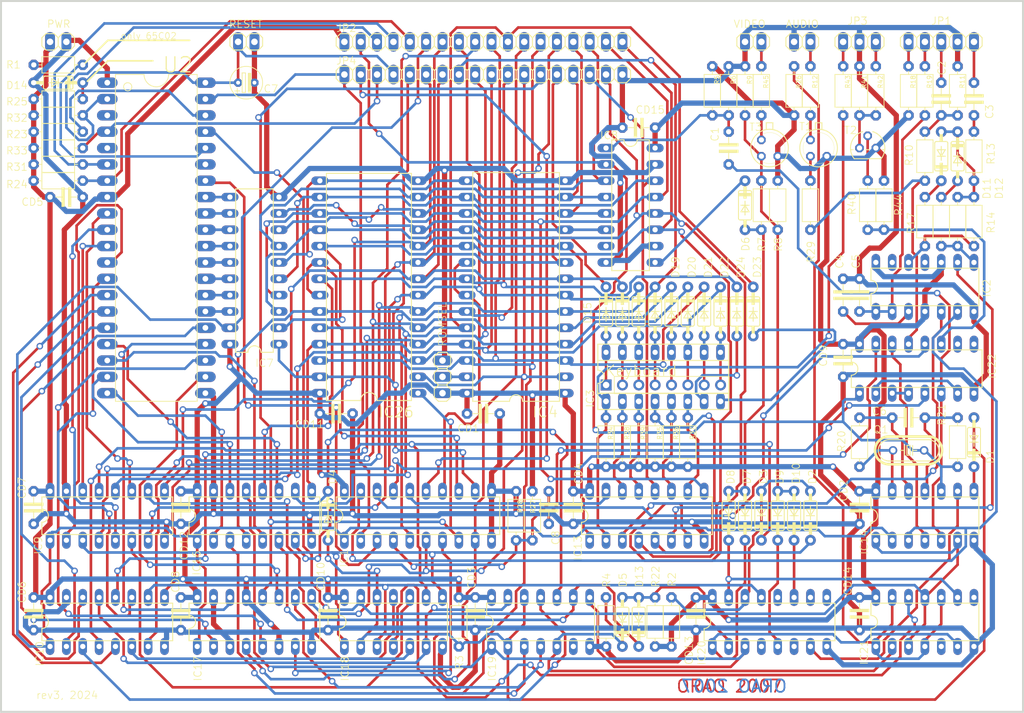
<source format=kicad_pcb>
(kicad_pcb (version 20221018) (generator pcbnew)
  (layers (0 "F.Cu" signal) (1 "In1.Cu" signal) (2 "In2.Cu" signal) (3 "In3.Cu" signal) (4 "In4.Cu" signal) (5 "In5.Cu" signal) (6 "In6.Cu" signal) (7 "In7.Cu" signal) (8 "In8.Cu" signal) (9 "In9.Cu" signal) (10 "In10.Cu" signal) (11 "In11.Cu" signal) (12 "In12.Cu" signal) (13 "In13.Cu" signal) (14 "In14.Cu" signal) (31 "B.Cu" signal) (34 "B.Paste" user) (35 "F.Paste" user) (36 "B.SilkS" user "B.Silkscreen") (37 "F.SilkS" user "F.Silkscreen") (38 "B.Mask" user) (39 "F.Mask" user) (44 "Edge.Cuts" user))
  (net 0 "")
  (net 1 "GND")
  (net 2 "VCC")
  (net 3 "Net-(AUDIO_OUT0-Pad1)")
  (net 4 "Net-(IC14C-I)")
  (net 5 "Net-(IC8A-SH{slash}~{LD})")
  (net 6 "Net-(C2-Pad1)")
  (net 7 "Net-(C2-Pad2)")
  (net 8 "Net-(C3-Pad1)")
  (net 9 "Net-(C3-Pad2)")
  (net 10 "Net-(IC2A-CV)")
  (net 11 "Net-(IC2A-DIS)")
  (net 12 "Net-(IC14F-O)")
  (net 13 "Net-(IC14E-I)")
  (net 14 "/RST")
  (net 15 "/2MHZ'")
  (net 16 "/2MHZ")
  (net 17 "Net-(IC18A-CLR)")
  (net 18 "Net-(IC14D-O)")
  (net 19 "Net-(IC20B-A)")
  (net 20 "Net-(IC18A-A)")
  (net 21 "Net-(IC18B-QC)")
  (net 22 "Net-(IC16A-3B)")
  (net 23 "Net-(IC20A-A)")
  (net 24 "Net-(IC19A-QC)")
  (net 25 "Net-(D6-PadA)")
  (net 26 "Net-(IC8A-QH)")
  (net 27 "/VBORDER")
  (net 28 "/HBORDER")
  (net 29 "Net-(T3-B)")
  (net 30 "/VSYNC")
  (net 31 "/HSYNC")
  (net 32 "Net-(D11-PadA)")
  (net 33 "Net-(D11-PadC)")
  (net 34 "Net-(D12-PadA)")
  (net 35 "Net-(IC16A-2B)")
  (net 36 "/A1")
  (net 37 "/A2")
  (net 38 "/A3")
  (net 39 "/A4")
  (net 40 "/A5")
  (net 41 "/A6")
  (net 42 "/A7")
  (net 43 "/A8")
  (net 44 "Net-(D23-PadA)")
  (net 45 "/A9")
  (net 46 "Net-(D24-PadA)")
  (net 47 "/A10")
  (net 48 "/PHI0'")
  (net 49 "/PHI2")
  (net 50 "/R{slash}WB")
  (net 51 "/A11")
  (net 52 "/A12")
  (net 53 "/A13")
  (net 54 "/A14")
  (net 55 "/A15")
  (net 56 "/R{slash}W")
  (net 57 "/~{RAMCS}")
  (net 58 "/~{ROMCS}")
  (net 59 "/I{slash}O")
  (net 60 "/2Y0")
  (net 61 "/2Y1")
  (net 62 "/2Y2")
  (net 63 "/2Y3")
  (net 64 "Net-(IC13A-1B)")
  (net 65 "Net-(IC2B-TR)")
  (net 66 "Net-(IC13A-2B)")
  (net 68 "Net-(IC2B-THR)")
  (net 70 "Net-(IC13A-1A)")
  (net 71 "Net-(IC13A-4A)")
  (net 72 "Net-(IC13A-4B)")
  (net 73 "Net-(IC13A-2A)")
  (net 74 "Net-(IC13A-3A)")
  (net 75 "Net-(IC13A-3B)")
  (net 76 "/A0")
  (net 77 "/D0")
  (net 78 "/D1")
  (net 79 "/D2")
  (net 80 "/D3")
  (net 81 "/D4")
  (net 82 "/D5")
  (net 83 "/D6")
  (net 84 "/D7")
  (net 85 "Net-(IC4A-A14)")
  (net 86 "/D0'")
  (net 87 "Net-(IC7A-B7)")
  (net 88 "Net-(IC7A-B6)")
  (net 89 "Net-(IC7A-B5)")
  (net 90 "Net-(IC7A-B4)")
  (net 91 "Net-(IC7A-B3)")
  (net 92 "Net-(IC7A-B2)")
  (net 93 "/D7'")
  (net 94 "/8MHZ")
  (net 96 "/A3'")
  (net 97 "/A1'")
  (net 98 "Net-(IC18B-QB)")
  (net 99 "Net-(IC18B-QA)")
  (net 100 "/A0'")
  (net 101 "/A2'")
  (net 102 "/A7'")
  (net 103 "Net-(IC10A-1B)")
  (net 104 "/A5'")
  (net 105 "Net-(IC10A-2B)")
  (net 106 "Net-(IC10A-3B)")
  (net 107 "/A4'")
  (net 108 "Net-(IC10A-4B)")
  (net 109 "/A6'")
  (net 110 "/PHI0")
  (net 111 "Net-(IC14B-O)")
  (net 112 "Net-(IC14D-I)")
  (net 113 "Net-(IC14F-I)")
  (net 114 "/A11'")
  (net 115 "Net-(IC16A-1B)")
  (net 116 "/A9'")
  (net 117 "/A8'")
  (net 118 "Net-(IC16A-4B)")
  (net 119 "/A10'")
  (net 120 "/A15'")
  (net 121 "/A13'")
  (net 122 "Net-(IC17A-3B)")
  (net 123 "/A12'")
  (net 124 "/A14'")
  (net 125 "Net-(IC18A-QB)")
  (net 132 "Net-(IC21A-CLR)")
  (net 135 "Net-(IC22A-CLR)")
  (net 136 "Net-(IC22A-B)")
  (net 139 "Net-(IC22B-QB)")
  (net 140 "Net-(IC22B-QA)")
  (net 141 "Net-(JP1-Pad4)")
  (net 142 "Net-(JP1-Pad5)")
  (net 143 "/RDY")
  (net 144 "/NMI")
  (net 145 "/SYNC")
  (net 146 "Net-(JP3-Pad1)")
  (net 147 "Net-(JP3-Pad3)")
  (net 148 "/IRQ")
  (net 150 "Net-(T1-E)")
  (net 151 "Net-(U2-SOB)")
  (net 152 "Net-(T1-B)")
  (net 153 "Net-(T2-B)")
  (net 154 "Net-(T2-C)")
  (net 155 "Net-(T3-E)")
  (net 156 "Net-(R45-Pad2)")
  (net 160 "unconnected-(U2-NC$3-Pad36)")
  (net 161 "Net-(J1-Pin_8)")
  (net 162 "Net-(J1-Pin_1)")
  (net 163 "Net-(J1-Pin_2)")
  (net 164 "Net-(J1-Pin_3)")
  (net 165 "Net-(J1-Pin_4)")
  (net 166 "Net-(J1-Pin_5)")
  (net 167 "Net-(J1-Pin_6)")
  (net 168 "Net-(J1-Pin_7)")
  (footprint "ORAO2007:DO35-10" (layer "F.Cu") (at 187.2361 129.7686 90)
    (fp_text reference "D3")
    (fp_text value "1N4148" hide)
  )
  (footprint "ORAO2007:C-5" (layer "F.Cu") (at 177.0761 145.0086 90)
    (fp_text reference "CD13")
    (fp_text value "100n")
  )
  (footprint "ORAO2007:R-7,5" (layer "F.Cu") (at 205.0161 63.7286 -90)
    (fp_text reference "R42")
    (fp_text value "470")
  )
  (footprint "ORAO2007:C-5" (layer "F.Cu") (at 142.7861 145.0086 90)
    (fp_text reference "CD3")
    (fp_text value "100n")
  )
  (footprint "ORAO2007:DO35-10" (layer "F.Cu") (at 163.1061 98.0186 -90)
    (fp_text reference "D15")
    (fp_text value "1N4148" hide)
  )
  (footprint "ORAO2007:R-7,5" (layer "F.Cu") (at 78.0288 59.69)
    (fp_text reference "R1")
    (fp_text value "4k7")
  )
  (footprint "ORAO2007:DO35-10" (layer "F.Cu") (at 78.0161 62.4586 180)
    (fp_text reference "D14")
    (fp_text value "1N4148")
  )
  (footprint "ORAO2007:R-7,5" (layer "F.Cu") (at 173.2661 118.3386 90)
    (fp_text reference "R36")
    (fp_text value "10K")
  )
  (footprint "ORAO2007:R-7,5" (layer "F.Cu") (at 165.6461 118.3386 90)
    (fp_text reference "R38")
    (fp_text value "10K")
  )
  (footprint "ORAO2007:DO35-10" (layer "F.Cu") (at 165.6461 98.0186 -90)
    (fp_text reference "D16" hide)
    (fp_text value "1N4148" hide)
  )
  (footprint "ORAO2007:DIL28-6" (layer "F.Cu") (at 126.2761 94.2086 90)
    (fp_text reference "IC26")
    (fp_text value "62256")
  )
  (footprint "ORAO2007:ES-2,5L" (layer "F.Cu") (at 105.9561 62.4586)
    (fp_text reference "C7")
    (fp_text value "10u")
  )
  (footprint "ORAO2007:DO35-10" (layer "F.Cu") (at 217.7161 73.8886 -90)
    (fp_text reference "D12")
    (fp_text value "1N4148" hide)
  )
  (footprint "ORAO2007:R-7,5" (layer "F.Cu") (at 212.6361 63.7286 90)
    (fp_text reference "R19")
    (fp_text value "100")
  )
  (footprint "ORAO2007:R-7,5" (layer "F.Cu") (at 187.2361 81.5086 90)
    (fp_text reference "R7")
    (fp_text value "330")
  )
  (footprint "ORAO2007:DO35-10" (layer "F.Cu") (at 220.2561 118.3386 90)
    (fp_text reference "D1")
    (fp_text value "1N4148")
  )
  (footprint "ORAO2007:R-7,5" (layer "F.Cu") (at 78.0161 75.1586)
    (fp_text reference "R31")
    (fp_text value "10K")
  )
  (footprint "ORAO2007:DIL16" (layer "F.Cu") (at 211.3661 106.9086)
    (fp_text reference "IC22")
    (fp_text value "74390N")
  )
  (footprint "ORAO2007:DIL16" (layer "F.Cu") (at 169.4561 129.7686)
    (fp_text reference "IC13")
    (fp_text value "74257N")
  )
  (footprint "ORAO2007:C-5" (layer "F.Cu") (at 182.1561 72.6186 90)
    (fp_text reference "C1")
    (fp_text value "100p")
  )
  (footprint "ORAO2007:R-7,5" (layer "F.Cu") (at 168.1861 118.3386 90)
    (fp_text reference "R39")
    (fp_text value "10K")
  )
  (footprint "" (layer "F.Cu") (at 225.3361 157.7086)
    (fp_text reference "@HOLE2" hide)
    (fp_text value "")
  )
  (footprint "ORAO2007:C-5" (layer "F.Cu") (at 121.1961 113.8936 180)
    (fp_text reference "CD11")
    (fp_text value "100n")
  )
  (footprint "ORAO2007:C-5" (layer "F.Cu") (at 79.2861 80.2386 180)
    (fp_text reference "CD5")
    (fp_text value "100n")
  )
  (footprint "" (layer "F.Cu") (at 71.6661 157.7086)
    (fp_text reference "@HOLE3" hide)
    (fp_text value "")
  )
  (footprint "ORAO2007:R-7,5" (layer "F.Cu") (at 78.0161 67.5386)
    (fp_text reference "R32")
    (fp_text value "10K")
  )
  (footprint "ORAO2007:DIL14" (layer "F.Cu") (at 212.6361 129.7686)
    (fp_text reference "IC14")
    (fp_text value "7404N")
  )
  (footprint "ORAO2007:DIL28" (layer "F.Cu") (at 149.1361 94.2086 90)
    (fp_text reference "IC4")
    (fp_text value "27256")
  )
  (footprint "ORAO2007:C-5" (layer "F.Cu") (at 215.1761 64.9986 -90)
    (fp_text reference "C2")
    (fp_text value "CAPNP-5" hide)
  )
  (footprint "ORAO2007:TO92" (layer "F.Cu") (at 203.7461 72.6186)
    (fp_text reference "T2")
    (fp_text value "BC214")
  )
  (footprint "ORAO2007:HC49_S" (layer "F.Cu") (at 210.0961 119.6086)
    (fp_text reference "Q1")
    (fp_text value "8MHz")
  )
  (footprint "ORAO2007:SOCKED-16" (layer "F.Cu") (at 171.9961 108.1786)
    (fp_text reference "IC3")
    (fp_text value "DIL16S" hide)
  )
  (footprint "ORAO2007:DIL14" (layer "F.Cu") (at 212.6361 146.2786)
    (fp_text reference "IC21")
    (fp_text value "7474N")
  )
  (footprint "ORAO2007:DO35-10" (layer "F.Cu") (at 194.8561 129.7686 90)
    (fp_text reference "D2")
    (fp_text value "1N4148")
  )
  (footprint "ORAO2007:C-5" (layer "F.Cu") (at 158.0261 128.4986 90)
    (fp_text reference "CD4")
    (fp_text value "100n")
  )
  (footprint "ORAO2007:DO35-10" (layer "F.Cu") (at 175.8061 98.0186 -90)
    (fp_text reference "D20")
    (fp_text value "1N4148" hide)
  )
  (footprint "ORAO2007:DIL14" (layer "F.Cu") (at 130.0861 146.2786)
    (fp_text reference "IC18")
    (fp_text value "74393N")
  )
  (footprint "ORAO2007:R-7,5" (layer "F.Cu") (at 78.0161 72.6186)
    (fp_text reference "R33")
    (fp_text value "10K")
  )
  (footprint "ORAO2007:R-7,5" (layer "F.Cu") (at 78.0161 77.6986)
    (fp_text reference "R24")
    (fp_text value "10K")
  )
  (footprint "ORAO2007:R-7,5" (layer "F.Cu") (at 215.1761 84.0486 90)
    (fp_text reference "R16" hide)
    (fp_text value "47K")
  )
  (footprint "ORAO2007:DO35-10" (layer "F.Cu") (at 189.7761 129.7686 90)
    (fp_text reference "D9")
    (fp_text value "1N4148" hide)
  )
  (footprint "ORAO2007:R-7,5" (layer "F.Cu") (at 217.7161 84.0486 -90)
    (fp_text reference "R15" hide)
    (fp_text value "22K")
  )
  (footprint "ORAO2007:DIL20" (layer "F.Cu") (at 108.4961 91.6686 90)
    (fp_text reference "IC7")
    (fp_text value "74245N")
  )
  (footprint "ORAO2007:DO35-10" (layer "F.Cu") (at 215.1761 73.8886 90)
    (fp_text reference "D11")
    (fp_text value "1N4148")
  )
  (footprint "ORAO2007:R-7,5" (layer "F.Cu") (at 170.7261 146.2786 -90)
    (fp_text reference "R22")
    (fp_text value "10K")
  )
  (footprint "" (layer "F.Cu") (at 225.3361 52.2986)
    (fp_text reference "@HOLE1" hide)
    (fp_text value "")
  )
  (footprint "ORAO2007:R-7,5" (layer "F.Cu") (at 151.6761 129.7686 90)
    (fp_text reference "R27")
    (fp_text value "1K")
  )
  (footprint "ORAO2007:DO35-10" (layer "F.Cu") (at 173.2661 98.0186 -90)
    (fp_text reference "D19")
    (fp_text value "1N4148" hide)
  )
  (footprint "ORAO2007:1X03" (layer "F.Cu") (at 202.4761 56.1086 180)
    (fp_text reference "JP3")
    (fp_text value "PINHD-1X3" hide)
  )
  (footprint "ORAO2007:DO35-10" (layer "F.Cu") (at 168.1861 98.0186 -90)
    (fp_text reference "D17" hide)
    (fp_text value "1N4148" hide)
  )
  (footprint "ORAO2007:R-7,5" (layer "F.Cu") (at 210.0961 63.7286 90)
    (fp_text reference "R18")
    (fp_text value "100")
  )
  (footprint "ORAO2007:R-7,5" (layer "F.Cu") (at 192.3161 63.7286 90)
    (fp_text reference "R26")
    (fp_text value "10K")
  )
  (footprint "ORAO2007:DO35-10" (layer "F.Cu") (at 119.9261 129.7686 -90)
    (fp_text reference "D4")
    (fp_text value "1N4148")
  )
  (footprint "ORAO2007:R-7,5" (layer "F.Cu") (at 149.1361 129.7686 -90)
    (fp_text reference "R28")
    (fp_text value "1K")
  )
  (footprint "ORAO2007:TO18" (layer "F.Cu") (at 196.1261 72.6186 -90)
    (fp_text reference "T1")
    (fp_text value "BC108C")
  )
  (footprint "" (layer "F.Cu") (at 71.6661 52.2986)
    (fp_text reference "@HOLE0" hide)
    (fp_text value "")
  )
  (footprint "ORAO2007:DIP-40" (layer "F.Cu") (at 93.2561 85.3186 -90)
    (fp_text reference "U2")
    (fp_text value "6502/65C02")
  )
  (footprint "ORAO2007:C-5" (layer "F.Cu") (at 97.0661 145.0086 90)
    (fp_text reference "CD8")
    (fp_text value "100n")
  )
  (footprint "ORAO2007:DO35-10" (layer "F.Cu") (at 192.3161 129.7686 90)
    (fp_text reference "D10")
    (fp_text value "1N4148")
  )
  (footprint "ORAO2007:R-7,5" (layer "F.Cu") (at 140.2461 146.2786 -90)
    (fp_text reference "R3")
    (fp_text value "10K")
  )
  (footprint "ORAO2007:R-7,5" (layer "F.Cu") (at 220.2561 84.0486 90)
    (fp_text reference "R14")
    (fp_text value "22K")
  )
  (footprint "ORAO2007:R-7,5" (layer "F.Cu") (at 194.8561 81.5086 -90)
    (fp_text reference "R29")
    (fp_text value "1K")
  )
  (footprint "ORAO2007:R-7,5" (layer "F.Cu") (at 184.6961 63.7286 90)
    (fp_text reference "R9")
    (fp_text value "4K7")
  )
  (footprint "ORAO2007:DIL16" (layer "F.Cu") (at 188.5061 146.2786)
    (fp_text reference "IC20")
    (fp_text value "74139N")
  )
  (footprint "ORAO2007:DIL16" (layer "F.Cu") (at 85.6361 146.2786)
    (fp_text reference "IC10")
    (fp_text value "74257N")
  )
  (footprint "ORAO2007:DO35-10" (layer "F.Cu") (at 180.8861 98.0186 -90)
    (fp_text reference "D22")
    (fp_text value "1N4148" hide)
  )
  (footprint "ORAO2007:1X03" (layer "F.Cu") (at 137.7061 108.1786 90)
    (fp_text reference "ROMSEL0" hide)
    (fp_text value "ROMSEL")
  )
  (footprint "ORAO2007:C-5" (layer "F.Cu") (at 168.1861 69.4436)
    (fp_text reference "CD15")
    (fp_text value "100n")
  )
  (footprint "ORAO2007:R-7,5" (layer "F.Cu") (at 78.0161 64.9986 180)
    (fp_text reference "R25")
    (fp_text value "10K")
  )
  (footprint "ORAO2007:DO35-10" (layer "F.Cu") (at 170.7261 98.0186 -90)
    (fp_text reference "D18" hide)
    (fp_text value "1N4148" hide)
  )
  (footprint "ORAO2007:DIL16" (layer "F.Cu") (at 85.6361 129.7686)
    (fp_text reference "IC9")
    (fp_text value "74257N")
  )
  (footprint "ORAO2007:R-7,5" (layer "F.Cu") (at 163.1061 146.2786 90)
    (fp_text reference "R4")
    (fp_text value "470")
  )
  (footprint "ORAO2007:R-7,5" (layer "F.Cu") (at 170.7261 118.3386 90)
    (fp_text reference "R35")
    (fp_text value "10K")
  )
  (footprint "ORAO2007:R-7,5" (layer "F.Cu") (at 206.2861 81.5086 90)
    (fp_text reference "R44")
    (fp_text value "4K7")
  )
  (footprint "ORAO2007:1X02" (layer "F.Cu") (at 193.5861 56.1086 180)
    (fp_text reference "AUDIO")
    (fp_text value "PINHD-1X2" hide)
  )
  (footprint "ORAO2007:C-5" (layer "F.Cu") (at 97.0661 128.4986 90)
    (fp_text reference "CD12")
    (fp_text value "100n")
  )
  (footprint "ORAO2007:R-7,5" (layer "F.Cu") (at 189.7761 81.5086 90)
    (fp_text reference "R8")
    (fp_text value "1K")
  )
  (footprint "ORAO2007:TO18" (layer "F.Cu") (at 188.5061 72.6186 -90)
    (fp_text reference "T3")
    (fp_text value "BC108C")
  )
  (footprint "ORAO2007:R-7,5" (layer "F.Cu") (at 202.4761 63.7286 90)
    (fp_text reference "R41")
    (fp_text value "10K")
  )
  (footprint "ORAO2007:DO35-10" (layer "F.Cu") (at 184.6961 81.5086 -90)
    (fp_text reference "D6")
    (fp_text value "1N4148")
  )
  (footprint "ORAO2007:R-7,5" (layer "F.Cu") (at 199.9361 63.7286 90)
    (fp_text reference "R43")
    (fp_text value "1K2")
  )
  (footprint "ORAO2007:R-7,5" (layer "F.Cu") (at 182.1561 63.7286 -90)
    (fp_text reference "R6")
    (fp_text value "1K5")
  )
  (footprint "ORAO2007:1X02" (layer "F.Cu") (at 185.9661 56.1086 180)
    (fp_text reference "VIDEO")
    (fp_text value "VIDEO" hide)
  )
  (footprint "ORAO2007:C-5" (layer "F.Cu") (at 202.4761 145.0086 90)
    (fp_text reference "CD14")
    (fp_text value "100n")
  )
  (footprint "ORAO2007:1X05" (layer "F.Cu") (at 215.1761 56.1086 180)
    (fp_text reference "JP1")
    (fp_text value "PINHD-1X5" hide)
  )
  (footprint "ORAO2007:C-5" (layer "F.Cu") (at 144.0561 113.8936 180)
    (fp_text reference "CD1")
    (fp_text value "100n")
  )
  (footprint "ORAO2007:C-5" (layer "F.Cu") (at 202.4761 95.4786 90)
    (fp_text reference "C5")
    (fp_text value "10n")
  )
  (footprint "ORAO2007:DIL14" (layer "F.Cu") (at 152.9461 146.2786)
    (fp_text reference "IC19")
    (fp_text value "74393N")
  )
  (footprint "ORAO2007:DO35-10" (layer "F.Cu") (at 185.9661 98.0186 -90)
    (fp_text reference "D23")
    (fp_text value "1N4148")
  )
  (footprint "ORAO2007:R-7,5" (layer "F.Cu") (at 203.7461 81.5086 90)
    (fp_text reference "R40")
    (fp_text value "10K")
  )
  (footprint "ORAO2007:DIL16" (layer "F.Cu") (at 166.9161 81.5086 -90)
    (fp_text reference "IC8")
    (fp_text value "74165N")
  )
  (footprint "ORAO2007:R-7,5" (layer "F.Cu") (at 217.7161 118.3386 -90)
    (fp_text reference "R21")
    (fp_text value "330")
  )
  (footprint "ORAO2007:1X18" (layer "F.Cu") (at 144.0561 56.1086)
    (fp_text reference "JP2")
    (fp_text value "PINHD-1X18" hide)
  )
  (footprint "ORAO2007:C-5" (layer "F.Cu") (at 220.2561 64.9986 90)
    (fp_text reference "C3")
    (fp_text value "100n")
  )
  (footprint "ORAO2007:DIL14" (layer "F.Cu") (at 212.6361 94.2086)
    (fp_text reference "IC2")
    (fp_text value "556N")
  )
  (footprint "ORAO2007:R-7,5" (layer "F.Cu") (at 217.7161 63.7286 -90)
    (fp_text reference "R11")
    (fp_text value "470")
  )
  (footprint "ORAO2007:C-5" (layer "F.Cu") (at 74.2061 145.0086 90)
    (fp_text reference "CD6")
    (fp_text value "100n")
  )
  (footprint "ORAO2007:R-7,5" (layer "F.Cu") (at 78.0161 70.0786)
    (fp_text reference "R23")
    (fp_text value "10K")
  )
  (footprint "Connector_PinHeader_2.54mm:PinHeader_1x08_P2.54mm_Vertical" (layer "F.Cu") (at 163.1188 109.4486 90)
    (fp_text reference "J1" hide)
    (fp_text value "Conn_01x08_Pin" hide)
  )
  (footprint "ORAO2007:C-5" (layer "F.Cu") (at 74.2061 128.4986 90)
    (fp_text reference "CD7")
    (fp_text value "100n")
  )
  (footprint "ORAO2007:C-5" (layer "F.Cu") (at 154.2161 128.4986 -90)
    (fp_text reference "C8")
    (fp_text value "100p")
  )
  (footprint "ORAO2007:DO35-10" (layer "F.Cu") (at 168.1861 146.2786 90)
    (fp_text reference "D13")
    (fp_text value "1N4148" hide)
  )
  (footprint "ORAO2007:R-7,5" (layer "F.Cu") (at 163.1061 118.3386 90)
    (fp_text reference "R34")
    (fp_text value "10K")
  )
  (footprint "ORAO2007:C-5" (layer "F.Cu") (at 202.4761 128.4986 90)
    (fp_text reference "CD2")
    (fp_text value "100n")
  )
  (footprint "ORAO2007:C-5" (layer "F.Cu") (at 199.9361 95.4786 90)
    (fp_text reference "C4")
    (fp_text value "22n")
  )
  (footprint "ORAO2007:C-5" (layer "F.Cu") (at 119.9261 145.0086 90)
    (fp_text reference "CD10")
    (fp_text value "100n")
  )
  (footprint "ORAO2007:C-5" (layer "F.Cu") (at 199.9361 105.6386 90)
    (fp_text reference "CD9")
    (fp_text value "100n")
  )
  (footprint "ORAO2007:R-7,5" (layer "F.Cu") (at 220.2561 73.8886 -90)
    (fp_text reference "R13")
    (fp_text value "10K")
  )
  (footprint "ORAO2007:R-7,5" (layer "F.Cu") (at 173.2661 146.2786 90)
    (fp_text reference "R2")
    (fp_text value "10K")
  )
  (footprint "ORAO2007:DIL20" (layer "F.Cu") (at 133.8961 129.7686)
    (fp_text reference "IC1")
    (fp_text value "GAL16V8")
  )
  (footprint "ORAO2007:DO35-10" (layer "F.Cu") (at 165.6461 146.2786 90)
    (fp_text reference "D5")
    (fp_text value "1N4148" hide)
  )
  (footprint "ORAO2007:R-7,5" (layer "F.Cu") (at 194.8561 63.7286 90)
    (fp_text reference "R12")
    (fp_text value "47")
  )
  (footprint "ORAO2007:DO35-10" (layer "F.Cu") (at 178.3461 98.0186 -90)
    (fp_text reference "D21")
    (fp_text value "1N4148" hide)
  )
  (footprint "ORAO2007:R-7,5" (layer "F.Cu") (at 202.4761 118.3386 -90)
    (fp_text reference "R20")
    (fp_text value "330")
  )
  (footprint "ORAO2007:R-7,5" (layer "F.Cu") (at 212.6361 73.8886 90)
    (fp_text reference "R10")
    (fp_text value "47K")
  )
  (footprint "ORAO2007:1X02" (layer "F.Cu") (at 78.0161 56.1086)
    (fp_text reference "PWR")
    (fp_text value "PINHD-1X2" hide)
  )
  (footprint "ORAO2007:R-7,5" (layer "F.Cu") (at 212.6361 84.0486 -90)
    (fp_text reference "R17")
    (fp_text value "47K")
  )
  (footprint "ORAO2007:R-7,5" (layer "F.Cu") (at 175.8061 118.3386 90)
    (fp_text reference "R37")
    (fp_text value "10K")
  )
  (footprint "ORAO2007:C-5" (layer "F.Cu") (at 210.0961 114.5286)
    (fp_text reference "C6")
    (fp_text value "1n")
  )
  (footprint "ORAO2007:DIL16" (layer "F.Cu") (at 108.4961 146.2786)
    (fp_text reference "IC17")
    (fp_text value "74257N")
  )
  (footprint "ORAO2007:DIL16" (layer "F.Cu") (at 108.4961 129.7686)
    (fp_text reference "IC16")
    (fp_text value "74257N")
  )
  (footprint "ORAO2007:R-7,5" (layer "F.Cu") (at 187.2361 63.7286 90)
    (fp_text reference "R45")
    (fp_text value "47")
  )
  (footprint "ORAO2007:R-7,5" (layer "F.Cu") (at 179.6161 63.7286 90)
    (fp_text reference "R5")
    (fp_text value "620")
  )
  (footprint "ORAO2007:DO35-10" (layer "F.Cu") (at 183.4261 98.0186 -90)
    (fp_text reference "D24")
    (fp_text value "1N4148" hide)
  )
  (footprint "ORAO2007:DO35-10" (layer "F.Cu") (at 182.1561 129.7686 90)
    (fp_text reference "D8")
    (fp_text value "1N4148" hide)
  )
  (footprint "ORAO2007:1X18" (layer "F.Cu") (at 144.0561 61.1886)
    (fp_text reference "JP4")
    (fp_text value "PINHD-1X18" hide)
  )
  (footprint "ORAO2007:1X02" (layer "F.Cu") (at 107.2261 56.1086 180)
    (fp_text reference "RESET")
    (fp_text value "PINHD-1X2" hide)
  )
  (footprint "ORAO2007:DO35-10" (layer "F.Cu") (at 184.6961 129.7686 90)
    (fp_text reference "D7")
    (fp_text value "1N4148" hide)
  )
  (gr_line (start 85.725 55.88) (end 98.425 55.88) (stroke (width 0.254)) (layer "F.SilkS"))
  (gr_line (start 85.725 59.055) (end 92.71 59.055) (stroke (width 0.254)) (layer "F.SilkS"))
  (gr_line (start 82.55 62.23) (end 85.725 59.055) (stroke (width 0.254)) (layer "F.SilkS"))
  (gr_line (start 81.915 59.69) (end 85.725 55.88) (stroke (width 0.254)) (layer "F.SilkS"))
  (gr_line (start 227.8761 49.7586) (end 69.1261 49.7586) (stroke (width 0.3048)) (layer "Edge.Cuts"))
  (gr_line (start 227.8761 160.2486) (end 227.8761 49.7586) (stroke (width 0.3048)) (layer "Edge.Cuts"))
  (gr_line (start 69.1261 160.2486) (end 227.8761 160.2486) (stroke (width 0.3048)) (layer "Edge.Cuts"))
  (gr_line (start 69.1261 49.7586) (end 69.1261 160.2486) (stroke (width 0.3048)) (layer "Edge.Cuts"))
  (gr_text "ORAO 2007" (at 173.9011 157.3911) (layer "F.Cu") (effects (font (size 1.922272 1.922272) (thickness 0.262128)) (justify left bottom)))
  (gr_text "ORAO 2007" (at 191.3636 157.3911) (layer "B.Cu") (effects (font (size 1.922272 1.922272) (thickness 0.262128)) (justify left bottom mirror)))
  (gr_text "rev3, 2024" (at 74.5236 158.3436) (layer "F.SilkS") (effects (font (size 1.1684 1.1684) (thickness 0.1016)) (justify left bottom)))
  (gr_text "only 65C02" (at 92.075 54.61) (layer "F.SilkS") (effects (font (size 1 1) (thickness 0.1)) (justify top)))
  (gr_text "Keyboard" (at 162.8521 108.1786) (layer "F.SilkS") (effects (font (size 1.63576 1.63576) (thickness 0.14224)) (justify left bottom)))
  (segment (start 164.6936 152.3111) (end 163.4236 151.0411) (width 0.8128) (layer "F.Cu") (net 1))
  (segment (start 145.3261 125.9586) (end 145.3261 123.1011) (width 0.8128) (layer "F.Cu") (net 1))
  (segment (start 208.1911 85.6361) (end 208.1911 67.5386) (width 0.8128) (layer "F.Cu") (net 1))
  (segment (start 202.1586 131.6736) (end 202.4761 131.0386) (width 0.8128) (layer "F.Cu") (net 1))
  (segment (start 165.6461 61.1886) (end 165.6461 69.4436) (width 0.8128) (layer "F.Cu") (net 1))
  (segment (start 140.2461 156.4386) (end 139.2936 156.4386) (width 0.8128) (layer "F.Cu") (net 1))
  (segment (start 177.0761 147.5486) (end 177.0761 149.4536) (width 0.8128) (layer "F.Cu") (net 1))
  (segment (start 117.0686 132.3086) (end 117.3861 133.5786) (width 0.8128) (layer "F.Cu") (net 1))
  (segment (start 117.0686 129.7686) (end 117.0686 132.3086) (width 0.8128) (layer "F.Cu") (net 1))
  (segment (start 164.3761 90.0811) (end 163.1061 90.3986) (width 0.8128) (layer "F.Cu") (net 1))
  (segment (start 145.3261 125.9586) (end 145.3261 133.5786) (width 0.8128) (layer "F.Cu") (net 1))
  (segment (start 222.1611 107.8611) (end 222.1611 101.5111) (width 0.8128) (layer "F.Cu") (net 1))
  (segment (start 79.2861 125.9586) (end 78.9686 124.6886) (width 0.8128) (layer "F.Cu") (net 1))
  (segment (start 165.3286 78.0161) (end 165.3286 89.1286) (width 0.8128) (layer "F.Cu") (net 1))
  (segment (start 196.4436 123.4186) (end 196.4436 115.4811) (width 0.8128) (layer "F.Cu") (net 1))
  (segment (start 178.0286 132.3086) (end 178.3461 133.5786) (width 0.8128) (layer "F.Cu") (net 1))
  (segment (start 79.5147 55.88) (end 81.28 55.88) (width 0.8128) (layer "F.Cu") (net 1))
  (segment (start 202.4761 147.5486) (end 202.4761 144.6911) (width 0.8128) (layer "F.Cu") (net 1))
  (segment (start 220.2561 99.6061) (end 220.2561 98.0186) (width 0.8128) (layer "F.Cu") (net 1))
  (segment (start 196.4436 115.4811) (end 199.9361 111.9886) (width 0.8128) (layer "F.Cu") (net 1))
  (segment (start 177.0761 149.4536) (end 174.2186 152.3111) (width 0.8128) (layer "F.Cu") (net 1))
  (segment (start 204.0636 88.1761) (end 205.6511 88.1761) (width 0.8128) (layer "F.Cu") (net 1))
  (segment (start 199.9361 111.9886) (end 199.9361 108.1786) (width 0.8128) (layer "F.Cu") (net 1))
  (segment (start 104.6861 150.0886) (end 104.3686 148.8186) (width 0.8128) (layer "F.Cu") (net 1))
  (segment (start 217.7161 56.1086) (end 217.7161 59.9186) (width 0.8128) (layer "F.Cu") (net 1))
  (segment (start 149.1361 129.4511) (end 149.1361 125.9586) (width 0.8128) (layer "F.Cu") (net 1))
  (segment (start 79.2861 115.7986) (end 79.2861 112.6236) (width 0.8128) (layer "F.Cu") (net 1))
  (segment (start 202.4761 129.4511) (end 196.4436 123.4186) (width 0.8128) (layer "F.Cu") (net 1))
  (segment (start 222.1611 101.5111) (end 220.2561 99.6061) (width 0.8128) (layer "F.Cu") (net 1))
  (segment (start 139.2936 156.4386) (end 137.3886 154.5336) (width 0.8128) (layer "F.Cu") (net 1))
  (segment (start 163.4236 150.7236) (end 163.1061 150.0886) (width 0.8128) (layer "F.Cu") (net 1))
  (segment (start 163.4236 151.0411) (end 163.4236 150.7236) (width 0.8128) (layer "F.Cu") (net 1))
  (segment (start 94.8436 132.3086) (end 94.5261 133.5786) (width 0.8128) (layer "F.Cu") (net 1))
  (segment (start 145.3261 123.1011) (end 146.5961 121.8311) (width 0.8128) (layer "F.Cu") (net 1))
  (segment (start 165.3286 89.1286) (end 164.3761 90.0811) (width 0.8128) (layer "F.Cu") (net 1))
  (segment (start 200.8886 143.1036) (end 200.8886 132.9436) (width 0.8128) (layer "F.Cu") (net 1))
  (segment (start 202.4761 144.6911) (end 200.8886 143.1036) (width 0.8128) (layer "F.Cu") (net 1))
  (segment (start 138.0236 105.0036) (end 137.7061 105.6386) (width 0.8128) (layer "F.Cu") (net 1))
  (segment (start 102.1461 111.3536) (end 100.8761 110.7186) (width 0.8128) (layer "F.Cu") (net 1))
  (segment (start 176.4411 130.7211) (end 178.0286 132.3086) (width 0.8128) (layer "F.Cu") (net 1))
  (segment (start 112.3061 80.2386) (end 111.3536 79.6036) (width 0.8128) (layer "F.Cu") (net 1))
  (segment (start 78.9686 85.3186) (end 81.8261 82.4611) (width 0.8128) (layer "F.Cu") (net 1))
  (segment (start 81.8261 82.4611) (end 81.8261 80.2386) (width 0.8128) (layer "F.Cu") (net 1))
  (segment (start 123.7361 129.4511) (end 123.7361 113.8936) (width 0.8128) (layer "F.Cu") (net 1))
  (segment (start 85.6361 60.2361) (end 85.6361 62.4586) (width 0.8128) (layer "F.Cu") (net 1))
  (segment (start 205.6511 88.1761) (end 208.1911 85.6361) (width 0.8128) (layer "F.Cu") (net 1))
  (segment (start 202.4761 89.7636) (end 204.0636 88.1761) (width 0.8128) (layer "F.Cu") (net 1))
  (segment (start 184.6961 56.1086) (end 184.6961 59.9186) (width 0.8128) (layer "F.Cu") (net 1))
  (segment (start 78.9686 124.6886) (end 78.9686 116.1161) (width 0.8128) (layer "F.Cu") (net 1))
  (segment (start 79.2861 112.6236) (end 78.9686 112.3061) (width 0.8128) (layer "F.Cu") (net 1))
  (segment (start 108.4961 64.0461) (end 108.4961 62.4586) (width 0.8128) (layer "F.Cu") (net 1))
  (segment (start 104.3686 148.8186) (end 102.1461 146.5961) (width 0.8128) (layer "F.Cu") (net 1))
  (segment (start 79.2861 129.4511) (end 79.2861 125.9586) (width 0.8128) (layer "F.Cu") (net 1))
  (segment (start 79.2861 56.1086) (end 79.5147 55.88) (width 0.8128) (layer "F.Cu") (net 1))
  (segment (start 102.1461 125.9586) (end 102.1461 111.3536) (width 0.8128) (layer "F.Cu") (net 1))
  (segment (start 220.5736 109.4486) (end 222.1611 107.8611) (width 0.8128) (layer "F.Cu") (net 1))
  (segment (start 142.7861 153.8986) (end 140.2461 156.4386) (width 0.8128) (layer "F.Cu") (net 1))
  (segment (start 220.2561 110.7186) (end 220.5736 109.4486) (width 0.8128) (layer "F.Cu") (net 1))
  (segment (start 110.4011 78.6511) (end 110.4011 65.9511) (width 0.8128) (layer "F.Cu") (net 1))
  (segment (start 174.2186 152.3111) (end 164.6936 152.3111) (width 0.8128) (layer "F.Cu") (net 1))
  (segment (start 110.4011 65.9511) (end 108.4961 64.0461) (width 0.8128) (layer "F.Cu") (net 1))
  (segment (start 102.1461 129.4511) (end 102.1461 125.9586) (width 0.8128) (layer "F.Cu") (net 1))
  (segment (start 202.4761 61.8236) (end 202.4761 59.9186) (width 0.8128) (layer "F.Cu") (net 1))
  (segment (start 202.4761 59.9186) (end 202.4761 56.1086) (width 0.8128) (layer "F.Cu") (net 1))
  (segment (start 102.1461 146.5961) (end 102.1461 142.4686) (width 0.8128) (layer "F.Cu") (net 1))
  (segment (start 202.4761 92.9386) (end 202.4761 89.7636) (width 0.8128) (layer "F.Cu") (net 1))
  (segment (start 111.3536 79.6036) (end 110.4011 78.6511) (width 0.8128) (layer "F.Cu") (net 1))
  (segment (start 137.3886 151.3586) (end 137.7061 150.0886) (width 0.8128) (layer "F.Cu") (net 1))
  (segment (start 94.8436 130.7211) (end 94.8436 132.3086) (width 0.8128) (layer "F.Cu") (net 1))
  (segment (start 108.4961 62.4586) (end 108.4961 56.1086) (width 0.8128) (layer "F.Cu") (net 1))
  (segment (start 137.3886 154.5336) (end 137.3886 151.3586) (width 0.8128) (layer "F.Cu") (net 1))
  (segment (start 202.4761 131.0386) (end 202.4761 129.4511) (width 0.8128) (layer "F.Cu") (net 1))
  (segment (start 78.9686 116.1161) (end 79.2861 115.7986) (width 0.8128) (layer "F.Cu") (net 1))
  (segment (start 78.9686 112.3061) (end 78.9686 85.3186) (width 0.8128) (layer "F.Cu") (net 1))
  (segment (start 146.5961 121.8311) (end 146.5961 113.8936) (width 0.8128) (layer "F.Cu") (net 1))
  (segment (start 81.28 55.88) (end 85.6361 60.2361) (width 0.8128) (layer "F.Cu") (net 1))
  (segment (start 138.0236 76.1111) (end 138.0236 105.0036) (width 0.8128) (layer "F.Cu") (net 1))
  (segment (start 208.1911 67.5386) (end 202.4761 61.8236) (width 0.8128) (layer "F.Cu") (net 1))
  (segment (start 142.7861 147.5486) (end 142.7861 153.8986) (width 0.8128) (layer "F.Cu") (net 1))
  (segment (start 200.8886 132.9436) (end 202.1586 131.6736) (width 0.8128) (layer "F.Cu") (net 1))
  (via (at 102.1461 129.4511) (size 1.016) (drill 0.6096) (layers "F.Cu" "B.Cu") (net 1))
  (via (at 123.7361 129.4511) (size 1.016) (drill 0.6096) (layers "F.Cu" "B.Cu") (net 1))
  (via (at 149.1361 129.4511) (size 1.016) (drill 0.6096) (layers "F.Cu" "B.Cu") (net 1))
  (via (at 79.2861 129.4511) (size 1.016) (drill 0.6096) (layers "F.Cu" "B.Cu") (net 1))
  (via (at 117.0686 129.7686) (size 1.016) (drill 0.6096) (layers "F.Cu" "B.Cu") (net 1))
  (via (at 165.3286 78.0161) (size 1.016) (drill 0.6096) (layers "F.Cu" "B.Cu") (net 1))
  (via (at 176.4411 130.7211) (size 1.016) (drill 0.6096) (layers "F.Cu" "B.Cu") (net 1))
  (via (at 94.8436 130.7211) (size 1.016) (drill 0.6096) (layers "F.Cu" "B.Cu") (net 1))
  (via (at 138.0236 76.1111) (size 1.016) (drill 0.6096) (layers "F.Cu" "B.Cu") (net 1))
  (segment (start 185.6486 53.8861) (end 184.6961 54.8386) (width 0.8128) (layer "B.Cu") (net 1))
  (segment (start 220.2561 150.0886) (end 219.9386 151.3586) (width 0.8128) (layer "B.Cu") (net 1))
  (segment (start 142.4686 147.2311) (end 142.7861 147.5486) (width 0.8128) (layer "B.Cu") (net 1))
  (segment (start 138.0236 75.7936) (end 138.0236 76.1111) (width 0.8128) (layer "B.Cu") (net 1))
  (segment (start 143.4211 147.2311) (end 176.7586 147.2311) (width 0.8128) (layer "B.Cu") (net 1))
  (segment (start 169.4561 76.4286) (end 170.7261 75.1586) (width 0.8128) (layer "B.Cu") (net 1))
  (segment (start 184.6961 54.8386) (end 184.6961 56.1086) (width 0.8128) (layer "B.Cu") (net 1))
  (segment (start 72.9361 145.6436) (end 72.9361 146.9136) (width 0.8128) (layer "B.Cu") (net 1))
  (segment (start 147.2311 75.7936) (end 138.0236 75.7936) (width 0.8128) (layer "B.Cu") (net 1))
  (segment (start 202.4761 147.5486) (end 203.1111 147.2311) (width 0.8128) (layer "B.Cu") (net 1))
  (segment (start 192.3161 53.8861) (end 185.6486 53.8861) (width 0.8128) (layer "B.Cu") (net 1))
  (segment (start 138.0236 75.7936) (end 136.7536 75.7936) (width 0.8128) (layer "B.Cu") (net 1))
  (segment (start 158.6611 130.7211) (end 158.0261 131.0386) (width 0.8128) (layer "B.Cu") (net 1))
  (segment (start 161.5186 73.8886) (end 164.3761 73.8886) (width 0.8128) (layer "B.Cu") (net 1))
  (segment (start 219.9386 148.8186) (end 220.2561 150.0886) (width 0.8128) (layer "B.Cu") (net 1))
  (segment (start 72.9361 146.9136) (end 73.5711 147.5486) (width 0.8128) (layer "B.Cu") (net 1))
  (segment (start 163.1061 90.3986) (end 164.3761 90.0811) (width 0.8128) (layer "B.Cu") (net 1))
  (segment (start 149.1361 125.9586) (end 145.3261 125.9586) (width 0.8128) (layer "B.Cu") (net 1))
  (segment (start 158.9786 76.4286) (end 158.0261 77.3811) (width 0.8128) (layer "B.Cu") (net 1))
  (segment (start 158.0261 77.3811) (end 156.7561 77.6986) (width 0.8128) (layer "B.Cu") (net 1))
  (segment (start 117.7036 147.5486) (end 119.9261 147.5486) (width 0.8128) (layer "B.Cu") (net 1))
  (segment (start 176.7586 147.2311) (end 177.0761 147.5486) (width 0.8128) (layer "B.Cu") (net 1))
  (segment (start 202.4761 56.1086) (end 202.4761 53.8861) (width 0.8128) (layer "B.Cu") (net 1))
  (segment (start 156.7561 77.6986) (end 149.1361 77.6986) (width 0.8128) (layer "B.Cu") (net 1))
  (segment (start 78.0161 144.6911) (end 78.9686 143.7386) (width 0.8128) (layer "B.Cu") (net 1))
  (segment (start 80.5561 130.7211) (end 79.2861 129.4511) (width 0.8128) (layer "B.Cu") (net 1))
  (segment (start 74.2061 147.5486) (end 94.8436 147.5486) (width 0.8128) (layer "B.Cu") (net 1))
  (segment (start 182.4736 60.5536) (end 180.8861 62.1411) (width 0.8128) (layer "B.Cu") (net 1))
  (segment (start 223.1136 147.2311) (end 223.1136 137.3886) (width 0.8128) (layer "B.Cu") (net 1))
  (segment (start 182.1561 59.9186) (end 182.4736 60.5536) (width 0.8128) (layer "B.Cu") (net 1))
  (segment (start 149.1361 129.4511) (end 137.3886 129.4511) (width 0.8128) (layer "B.Cu") (net 1))
  (segment (start 182.1561 130.7211) (end 176.4411 130.7211) (width 0.8128) (layer "B.Cu") (net 1))
  (segment (start 219.9386 96.7486) (end 217.0811 93.8911) (width 0.8128) (layer "B.Cu") (net 1))
  (segment (start 166.5986 76.4286) (end 165.3286 76.4286) (width 0.8128) (layer "B.Cu") (net 1))
  (segment (start 74.2061 62.4586) (end 74.5236 61.8236) (width 0.8128) (layer "B.Cu") (net 1))
  (segment (start 75.7936 129.4511) (end 74.2061 131.0386) (width 0.8128) (layer "B.Cu") (net 1))
  (segment (start 76.1111 74.2061) (end 76.1111 64.3636) (width 0.8128) (layer "B.Cu") (net 1))
  (segment (start 163.1061 150.0886) (end 160.5661 150.0886) (width 0.8128) (layer "B.Cu") (net 1))
  (segment (start 137.0711 129.7686) (end 124.0536 129.7686) (width 0.8128) (layer "B.Cu") (net 1))
  (segment (start 124.0536 129.7686) (end 123.7361 129.4511) (width 0.8128) (layer "B.Cu") (net 1))
  (segment (start 217.7161 54.8386) (end 217.7161 56.1086) (width 0.8128) (layer "B.Cu") (net 1))
  (segment (start 219.9386 151.3586) (end 218.3511 152.9461) (width 0.8128) (layer "B.Cu") (net 1))
  (segment (start 164.3761 73.8886) (end 166.5986 76.1111) (width 0.8128) (layer "B.Cu") (net 1))
  (segment (start 202.4761 53.8861) (end 192.3161 53.8861) (width 0.8128) (layer "B.Cu") (net 1))
  (segment (start 81.5086 79.6036) (end 76.1111 74.2061) (width 0.8128) (layer "B.Cu") (net 1))
  (segment (start 203.7461 93.8911) (end 217.0811 93.8911) (width 0.8128) (layer "B.Cu") (net 1))
  (segment (start 103.4161 147.8661) (end 104.3686 148.8186) (width 0.8128) (layer "B.Cu") (net 1))
  (segment (start 113.2586 79.6036) (end 112.3061 80.2386) (width 0.8128) (layer "B.Cu") (net 1))
  (segment (start 166.5986 76.4286) (end 169.4561 76.4286) (width 0.8128) (layer "B.Cu") (net 1))
  (segment (start 220.5736 134.8486) (end 220.2561 133.5786) (width 0.8128) (layer "B.Cu") (net 1))
  (segment (start 218.3511 107.8611) (end 219.9386 109.4486) (width 0.8128) (layer "B.Cu") (net 1))
  (segment (start 203.7461 93.8911) (end 203.1111 93.2561) (width 0.8128) (layer "B.Cu") (net 1))
  (segment (start 202.4761 53.8861) (end 216.4461 53.8861) (width 0.8128) (layer "B.Cu") (net 1))
  (segment (start 177.0761 147.5486) (end 177.7111 147.2311) (width 0.8128) (layer "B.Cu") (net 1))
  (segment (start 72.9361 145.6436) (end 73.8886 144.6911) (width 0.8128) (layer "B.Cu") (net 1))
  (segment (start 199.9361 108.1786) (end 200.5711 107.8611) (width 0.8128) (layer "B.Cu") (net 1))
  (segment (start 74.5236 61.8236) (end 78.9686 57.3786) (width 0.8128) (layer "B.Cu") (net 1))
  (segment (start 117.3861 150.0886) (end 117.3861 147.8661) (width 0.8128) (layer "B.Cu") (net 1))
  (segment (start 142.4686 147.2311) (end 120.5611 147.2311) (width 0.8128) (layer "B.Cu") (net 1))
  (segment (start 165.3286 76.4286) (end 158.9786 76.4286) (width 0.8128) (layer "B.Cu") (net 1))
  (segment (start 78.9686 143.7386) (end 79.2861 142.4686) (width 0.8128) (layer "B.Cu") (net 1))
  (segment (start 163.4236 69.4436) (end 160.8836 71.9836) (width 0.8128) (layer "B.Cu") (net 1))
  (segment (start 76.1111 64.3636) (end 74.2061 62.4586) (width 0.8128) (layer "B.Cu") (net 1))
  (segment (start 218.3511 147.2311) (end 219.9386 148.8186) (width 0.8128) (layer "B.Cu") (net 1))
  (segment (start 182.4736 131.0386) (end 182.1561 130.7211) (width 0.8128) (layer "B.Cu") (net 1))
  (segment (start 184.6961 59.9186) (end 182.1561 59.9186) (width 0.8128) (layer "B.Cu") (net 1))
  (segment (start 79.2861 129.4511) (end 75.7936 129.4511) (width 0.8128) (layer "B.Cu") (net 1))
  (segment (start 202.4761 92.9386) (end 199.9361 92.9386) (width 0.8128) (layer "B.Cu") (net 1))
  (segment (start 168.8211 87.8586) (end 170.7261 87.8586) (width 0.8128) (layer "B.Cu") (net 1))
  (segment (start 154.8511 129.4511) (end 149.1361 129.4511) (width 0.8128) (layer "B.Cu") (net 1))
  (segment (start 132.6261 77.3811) (end 131.0386 75.7936) (width 0.8128) (layer "B.Cu") (net 1))
  (segment (start 97.7011 147.8661) (end 103.4161 147.8661) (width 0.8128) (layer "B.Cu") (net 1))
  (segment (start 200.5711 107.8611) (end 218.3511 107.8611) (width 0.8128) (layer "B.Cu") (net 1))
  (segment (start 94.8436 130.7211) (end 80.5561 130.7211) (width 0.8128) (layer "B.Cu") (net 1))
  (segment (start 203.1111 93.2561) (end 202.4761 92.9386) (width 0.8128) (layer "B.Cu") (net 1))
  (segment (start 98.6536 131.0386) (end 97.0661 131.0386) (width 0.8128) (layer "B.Cu") (net 1))
  (segment (start 199.9361 152.9461) (end 198.0311 151.0411) (width 0.8128) (layer "B.Cu") (net 1))
  (segment (start 149.1361 77.6986) (end 147.2311 75.7936) (width 0.8128) (layer "B.Cu") (net 1))
  (segment (start 166.5986 90.0811) (end 168.8211 87.8586) (width 0.8128) (layer "B.Cu") (net 1))
  (segment (start 137.3886 129.4511) (end 137.0711 129.7686) (width 0.8128) (layer "B.Cu") (net 1))
  (segment (start 142.7861 147.5486) (end 143.4211 147.2311) (width 0.8128) (layer "B.Cu") (net 1))
  (segment (start 177.7111 147.2311) (end 202.1586 147.2311) (width 0.8128) (layer "B.Cu") (net 1))
  (segment (start 158.0261 131.0386) (end 156.4386 131.0386) (width 0.8128) (layer "B.Cu") (net 1))
  (segment (start 119.9261 147.5486) (end 120.5611 147.2311) (width 0.8128) (layer "B.Cu") (net 1))
  (segment (start 104.3686 148.8186) (end 104.6861 150.0886) (width 0.8128) (layer "B.Cu") (net 1))
  (segment (start 117.0686 75.7936) (end 113.2586 79.6036) (width 0.8128) (layer "B.Cu") (net 1))
  (segment (start 160.8836 73.2536) (end 161.5186 73.8886) (width 0.8128) (layer "B.Cu") (net 1))
  (segment (start 123.7361 129.4511) (end 117.3861 129.4511) (width 0.8128) (layer "B.Cu") (net 1))
  (segment (start 73.5711 147.5486) (end 74.2061 147.5486) (width 0.8128) (layer "B.Cu") (net 1))
  (segment (start 220.2561 98.0186) (end 219.9386 96.7486) (width 0.8128) (layer "B.Cu") (net 1))
  (segment (start 94.8436 147.5486) (end 94.8436 148.8186) (width 0.8128) (layer "B.Cu") (net 1))
  (segment (start 97.0661 147.5486) (end 97.7011 147.8661) (width 0.8128) (layer "B.Cu") (net 1))
  (segment (start 223.1136 137.3886) (end 220.5736 134.8486) (width 0.8128) (layer "B.Cu") (net 1))
  (segment (start 202.4761 131.0386) (end 182.4736 131.0386) (width 0.8128) (layer "B.Cu") (net 1))
  (segment (start 117.3861 147.8661) (end 117.7036 147.5486) (width 0.8128) (layer "B.Cu") (net 1))
  (segment (start 220.2561 150.0886) (end 223.1136 147.2311) (width 0.8128) (layer "B.Cu") (net 1))
  (segment (start 160.8836 71.9836) (end 160.8836 73.2536) (width 0.8128) (layer "B.Cu") (net 1))
  (segment (start 165.3286 76.4286) (end 165.3286 78.0161) (width 0.8128) (layer "B.Cu") (net 1))
  (segment (start 97.0661 131.0386) (end 95.4786 131.0386) (width 0.8128) (layer "B.Cu") (net 1))
  (segment (start 180.8861 62.1411) (end 166.2811 62.1411) (width 0.8128) (layer "B.Cu") (net 1))
  (segment (start 203.1111 147.2311) (end 218.3511 147.2311) (width 0.8128) (layer "B.Cu") (net 1))
  (segment (start 176.4411 130.7211) (end 158.6611 130.7211) (width 0.8128) (layer "B.Cu") (net 1))
  (segment (start 117.3861 129.4511) (end 117.0686 129.7686) (width 0.8128) (layer "B.Cu") (net 1))
  (segment (start 166.2811 62.1411) (end 165.6461 61.1886) (width 0.8128) (layer "B.Cu") (net 1))
  (segment (start 165.6461 69.4436) (end 163.4236 69.4436) (width 0.8128) (layer "B.Cu") (net 1))
  (segment (start 198.0311 151.0411) (end 197.3961 150.0886) (width 0.8128) (layer "B.Cu") (net 1))
  (segment (start 78.9686 57.3786) (end 79.2861 56.1086) (width 0.8128) (layer "B.Cu") (net 1))
  (segment (start 95.4786 131.0386) (end 95.1611 130.7211) (width 0.8128) (layer "B.Cu") (net 1))
  (segment (start 117.0686 129.7686) (end 116.7511 129.4511) (width 0.8128) (layer "B.Cu") (net 1))
  (segment (start 131.0386 75.7936) (end 117.0686 75.7936) (width 0.8128) (layer "B.Cu") (net 1))
  (segment (start 94.8436 147.5486) (end 97.0661 147.5486) (width 0.8128) (layer "B.Cu") (net 1))
  (segment (start 116.7511 129.4511) (end 102.1461 129.4511) (width 0.8128) (layer "B.Cu") (net 1))
  (segment (start 136.7536 75.7936) (end 135.1661 77.3811) (width 0.8128) (layer "B.Cu") (net 1))
  (segment (start 102.1461 129.4511) (end 100.2411 129.4511) (width 0.8128) (layer "B.Cu") (net 1))
  (segment (start 94.8436 148.8186) (end 94.5261 150.0886) (width 0.8128) (layer "B.Cu") (net 1))
  (segment (start 95.1611 130.7211) (end 94.8436 130.7211) (width 0.8128) (layer "B.Cu") (net 1))
  (segment (start 216.4461 53.8861) (end 217.7161 54.8386) (width 0.8128) (layer "B.Cu") (net 1))
  (segment (start 133.8961 77.6986) (end 132.6261 77.3811) (width 0.8128) (layer "B.Cu") (net 1))
  (segment (start 135.1661 77.3811) (end 133.8961 77.6986) (width 0.8128) (layer "B.Cu") (net 1))
  (segment (start 164.3761 90.0811) (end 166.5986 90.0811) (width 0.8128) (layer "B.Cu") (net 1))
  (segment (start 156.4386 131.0386) (end 154.8511 129.4511) (width 0.8128) (layer "B.Cu") (net 1))
  (segment (start 218.3511 152.9461) (end 199.9361 152.9461) (width 0.8128) (layer "B.Cu") (net 1))
  (segment (start 192.3161 53.8861) (end 192.3161 56.1086) (width 0.8128) (layer "B.Cu") (net 1))
  (segment (start 100.2411 129.4511) (end 98.6536 131.0386) (width 0.8128) (layer "B.Cu") (net 1))
  (segment (start 73.8886 144.6911) (end 78.0161 144.6911) (width 0.8128) (layer "B.Cu") (net 1))
  (segment (start 166.5986 76.1111) (end 166.5986 76.4286) (width 0.8128) (layer "B.Cu") (net 1))
  (segment (start 219.9386 109.4486) (end 220.2561 110.7186) (width 0.8128) (layer "B.Cu") (net 1))
  (segment (start 81.8261 80.2386) (end 81.5086 79.6036) (width 0.8128) (layer "B.Cu") (net 1))
  (segment (start 103.4161 147.8661) (end 117.3861 147.8661) (width 0.8128) (layer "B.Cu") (net 1))
  (segment (start 202.1586 147.2311) (end 202.4761 147.5486) (width 0.8128) (layer "B.Cu") (net 1))
  (segment (start 76.7461 125.9586) (end 76.7461 80.2386) (width 0.8128) (layer "F.Cu") (net 2))
  (segment (start 74.2061 78.6511) (end 74.2061 77.6986) (width 0.8128) (layer "F.Cu") (net 2))
  (segment (start 177.0761 142.4686) (end 176.7586 143.1036) (width 0.8128) (layer "F.Cu") (net 2))
  (segment (start 205.3336 112.9411) (end 206.2861 111.9886) (width 0.8128) (layer "F.Cu") (net 2))
  (segment (start 76.1111 59.69) (end 76.1111 57.6961) (width 0.8128) (layer "F.Cu") (net 2))
  (segment (start 206.2861 111.9886) (end 206.2861 101.8286) (width 0.8128) (layer "F.Cu") (net 2))
  (segment (start 205.0161 125.9586) (end 205.0161 131.0386) (width 0.8128) (layer "F.Cu") (net 2))
  (segment (start 182.1561 145.9611) (end 179.9336 143.7386) (width 0.8128) (layer "F.Cu") (net 2))
  (segment (start 76.093898 59.707202) (end 76.1111 59.69) (width 0.8128) (layer "F.Cu") (net 2))
  (segment (start 118.6561 113.8936) (end 118.6561 123.1011) (width 0.8128) (layer "F.Cu") (net 2))
  (segment (start 111.0361 146.5961) (end 112.3061 147.8661) (width 0.8128) (layer "F.Cu") (net 2))
  (segment (start 74.2061 67.5386) (end 74.2061 64.9986) (width 0.8128) (layer "F.Cu") (net 2))
  (segment (start 118.6561 110.7186) (end 118.6561 113.8936) (width 0.8128) (layer "F.Cu") (net 2))
  (segment (start 196.4436 102.4636) (end 196.4436 91.0336) (width 0.8128) (layer "F.Cu") (net 2))
  (segment (start 74.2061 64.9986) (end 74.2061 64.77) (width 0.8128) (layer "F.Cu") (net 2))
  (segment (start 104.6861 106.5911) (end 104.6861 103.0986) (width 0.8128) (layer "F.Cu") (net 2))
  (segment (start 215.1761 92.3036) (end 215.1761 90.3986) (width 0.8128) (layer "F.Cu") (net 2))
  (segment (start 160.5661 125.9586) (end 160.5661 122.4661) (width 0.8128) (layer "F.Cu") (net 2))
  (segment (start 140.2461 139.6111) (end 140.2461 142.4686) (width 0.8128) (layer "F.Cu") (net 2))
  (segment (start 205.0161 131.0386) (end 203.1111 132.9436) (width 0.8128) (layer "F.Cu") (net 2))
  (segment (start 204.0636 100.8761) (end 202.4761 102.4636) (width 0.8128) (layer "F.Cu") (net 2))
  (segment (start 198.3486 122.1486) (end 201.8411 125.6411) (width 0.8128) (layer "F.Cu") (net 2))
  (segment (start 99.6061 125.9586) (end 99.6061 113.5761) (width 0.8128) (layer "F.Cu") (net 2))
  (segment (start 118.6561 123.1011) (end 118.9736 123.4186) (width 0.8128) (layer "F.Cu") (net 2))
  (segment (start 185.6486 65.6336) (end 180.2511 60.2361) (width 0.8128) (layer "F.Cu") (net 2))
  (segment (start 76.7461 131.0386) (end 76.7461 125.9586) (width 0.8128) (layer "F.Cu") (net 2))
  (segment (start 212.6361 98.0186) (end 212.6361 94.8436) (width 0.8128) (layer "F.Cu") (net 2))
  (segment (start 119.9261 139.6111) (end 119.9261 142.4686) (width 0.8128) (layer "F.Cu") (net 2))
  (segment (start 74.209042 59.707202) (end 76.093898 59.707202) (width 0.8128) (layer "F.Cu") (net 2))
  (segment (start 88.8111 70.3961) (end 105.3211 53.8861) (width 0.8128) (layer "F.Cu") (net 2))
  (segment (start 141.5161 110.7186) (end 141.5161 113.8936) (width 0.8128) (layer "F.Cu") (net 2))
  (segment (start 74.2061 142.4686) (end 74.5236 141.8336) (width 0.8128) (layer "F.Cu") (net 2))
  (segment (start 203.1111 132.9436) (end 203.1111 139.6111) (width 0.8128) (layer "F.Cu") (net 2))
  (segment (start 202.4761 102.4636) (end 202.4761 103.0986) (width 0.8128) (layer "F.Cu") (net 2))
  (segment (start 173.2661 146.5961) (end 173.2661 150.0886) (width 0.8128) (layer "F.Cu") (net 2))
  (segment (start 74.5236 141.8336) (end 74.5236 133.2611) (width 0.8128) (layer "F.Cu") (net 2))
  (segment (start 205.0161 125.9586) (end 205.3336 124.6886) (width 0.8128) (layer "F.Cu") (net 2))
  (segment (start 156.7561 112.6236) (end 158.0261 113.8936) (width 0.8128) (layer "F.Cu") (net 2))
  (segment (start 99.2886 141.1986) (end 99.6061 142.4686) (width 0.8128) (layer "F.Cu") (net 2))
  (segment (start 97.7011 132.9436) (end 99.6061 131.0386) (width 0.8128) (layer "F.Cu") (net 2))
  (segment (start 75.7936 80.2386) (end 74.2061 78.6511) (width 0.8128) (layer "F.Cu") (net 2))
  (segment (start 170.7261 69.4436) (end 170.7261 72.6186) (width 0.8128) (layer "F.Cu") (net 2))
  (segment (start 74.2061 75.1586) (end 74.2061 72.6186) (width 0.8128) (layer "F.Cu") (net 2))
  (segment (start 212.6361 94.8436) (end 215.1761 92.3036) (width 0.8128) (layer "F.Cu") (net 2))
  (segment (start 76.4286 57.3786) (end 76.7461 56.1086) (width 0.8128) (layer "F.Cu") (net 2))
  (segment (start 158.0261 113.8936) (end 158.0261 125.9586) (width 0.8128) (layer "F.Cu") (net 2))
  (segment (start 120.984434 53.8861) (end 122.4661 56.1086) (width 0.8128) (layer "F.Cu") (net 2))
  (segment (start 97.7011 139.6111) (end 99.2886 141.1986) (width 0.8128) (layer "F.Cu") (net 2))
  (segment (start 205.3336 124.6886) (end 205.3336 112.9411) (width 0.8128) (layer "F.Cu") (net 2))
  (segment (start 76.7461 80.2386) (end 75.7936 80.2386) (width 0.8128) (layer "F.Cu") (net 2))
  (segment (start 105.3211 53.8861) (end 120.984434 53.8861) (width 0.8128) (layer "F.Cu") (net 2))
  (segment (start 205.0161 72.6186) (end 206.2861 73.8886) (width 0.8128) (layer "F.Cu") (net 2))
  (segment (start 206.2861 73.8886) (end 206.2861 77.6986) (width 0.8128) (layer "F.Cu") (net 2))
  (segment (start 107.2261 139.6111) (end 107.2261 142.4686) (width 0.8128) (layer "F.Cu") (net 2))
  (segment (start 160.5661 122.4661) (end 160.8836 122.1486) (width 0.8128) (layer "F.Cu") (net 2))
  (segment (start 74.2061 77.6986) (end 74.2061 75.1586) (width 0.8128) (layer "F.Cu") (net 2))
  (segment (start 112.3061 147.8661) (end 112.3061 150.0886) (width 0.8128) (layer "F.Cu") (net 2))
  (segment (start 74.5236 133.2611) (end 76.7461 131.0386) (width 0.8128) (layer "F.Cu") (net 2))
  (segment (start 192.3161 69.7611) (end 192.3161 67.5386) (width 0.8128) (layer "F.Cu") (net 2))
  (segment (start 189.7761 73.8886) (end 189.7761 77.6986) (width 0.8128) (layer "F.Cu") (net 2))
  (segment (start 97.3836 139.6111) (end 97.7011 139.6111) (width 0.8128) (layer "F.Cu") (net 2))
  (segment (start 201.8411 125.6411) (end 202.4761 125.9586) (width 0.8128) (layer "F.Cu") (net 2))
  (segment (start 99.6061 131.0386) (end 99.6061 125.9586) (width 0.8128) (layer "F.Cu") (net 2))
  (segment (start 189.7761 72.3011) (end 192.3161 69.7611) (width 0.8128) (layer "F.Cu") (net 2))
  (segment (start 74.2061 64.77) (end 76.1111 62.865) (width 0.8128) (layer "F.Cu") (net 2))
  (segment (start 180.2511 60.2361) (end 179.6161 59.9186) (width 0.8128) (layer "F.Cu") (net 2))
  (segment (start 151.6761 111.0361) (end 151.6761 125.9586) (width 0.8128) (layer "F.Cu") (net 2))
  (segment (start 74.2061 70.0786) (end 74.2061 67.5386) (width 0.8128) (layer "F.Cu") (net 2))
  (segment (start 206.2861 101.8286) (end 205.3336 100.8761) (width 0.8128) (layer "F.Cu") (net 2))
  (segment (start 97.7011 139.6111) (end 97.7011 132.9436) (width 0.8128) (layer "F.Cu") (net 2))
  (segment (start 156.7561 110.7186) (end 156.7561 112.6236) (width 0.8128) (layer "F.Cu") (net 2))
  (segment (start 197.3961 90.0811) (end 197.3961 73.8886) (width 0.8128) (layer "F.Cu") (net 2))
  (segment (start 205.3336 100.8761) (end 204.0636 100.8761) (width 0.8128) (layer "F.Cu") (net 2))
  (segment (start 74.2061 72.6186) (end 74.2061 70.0786) (width 0.8128) (layer "F.Cu") (net 2))
  (segment (start 87.2236 79.9211) (end 88.8111 78.3336) (width 0.8128) (layer "F.Cu") (net 2))
  (segment (start 99.6061 113.5761) (end 100.8761 112.3061) (width 0.8128) (layer "F.Cu") (net 2))
  (segment (start 189.7761 73.8886) (end 189.7761 72.3011) (width 0.8128) (layer "F.Cu") (net 2))
  (segment (start 76.1111 62.865) (end 76.1111 59.69) (width 0.8128) (layer "F.Cu") (net 2))
  (segment (start 204.6986 141.1986) (end 205.0161 142.4686) (width 0.8128) (layer "F.Cu") (net 2))
  (segment (start 88.8111 78.3336) (end 88.8111 70.3961) (width 0.8128) (layer "F.Cu") (net 2))
  (segment (start 179.9336 143.7386) (end 179.6161 142.4686) (width 0.8128) (layer "F.Cu") (net 2))
  (segment (start 196.4436 91.0336) (end 197.3961 90.0811) (width 0.8128) (layer "F.Cu") (net 2))
  (segment (start 203.1111 139.6111) (end 204.6986 141.1986) (width 0.8128) (layer "F.Cu") (net 2))
  (segment (start 192.3161 67.5386) (end 190.4111 65.6336) (width 0.8128) (layer "F.Cu") (net 2))
  (segment (start 197.0786 103.0986) (end 196.4436 102.4636) (width 0.8128) (layer "F.Cu") (net 2))
  (segment (start 199.9361 103.0986) (end 197.0786 103.0986) (width 0.8128) (layer "F.Cu") (net 2))
  (segment (start 176.7586 143.1036) (end 173.2661 146.5961) (width 0.8128) (layer "F.Cu") (net 2))
  (segment (start 85.6361 80.2386) (end 87.2236 79.9211) (width 0.8128) (layer "F.Cu") (net 2))
  (segment (start 76.1111 57.6961) (end 76.4286 57.3786) (width 0.8128) (layer "F.Cu") (net 2))
  (segment (start 190.4111 65.6336) (end 185.6486 65.6336) (width 0.8128) (layer "F.Cu") (net 2))
  (via (at 198.3486 122.1486) (size 1.016) (drill 0.6096) (layers "F.Cu" "B.Cu") (net 2))
  (via (at 107.2261 139.6111) (size 1.016) (drill 0.6096) (layers "F.Cu" "B.Cu") (net 2))
  (via (at 100.8761 112.3061) (size 1.016) (drill 0.6096) (layers "F.Cu" "B.Cu") (net 2))
  (via (at 160.8836 122.1486) (size 1.016) (drill 0.6096) (layers "F.Cu" "B.Cu") (net 2))
  (via (at 97.3836 139.6111) (size 1.016) (drill 0.6096) (layers "F.Cu" "B.Cu") (net 2))
  (via (at 104.6861 106.5911) (size 1.016) (drill 0.6096) (layers "F.Cu" "B.Cu") (net 2))
  (via (at 140.2461 139.6111) (size 1.016) (drill 0.6096) (layers "F.Cu" "B.Cu") (net 2))
  (via (at 118.9736 123.4186) (size 1.016) (drill 0.6096) (layers "F.Cu" "B.Cu") (net 2))
  (via (at 182.1561 145.9611) (size 1.016) (drill 0.6096) (layers "F.Cu" "B.Cu") (net 2))
  (via (at 151.6761 111.0361) (size 1.016) (drill 0.6096) (layers "F.Cu" "B.Cu") (net 2))
  (via (at 119.9261 139.6111) (size 1.016) (drill 0.6096) (layers "F.Cu" "B.Cu") (net 2))
  (via (at 111.0361 146.5961) (size 1.016) (drill 0.6096) (layers "F.Cu" "B.Cu") (net 2))
  (segment (start 119.6086 114.5286) (end 122.1486 114.5286) (width 0.8128) (layer "B.Cu") (net 2))
  (segment (start 119.2911 114.2111) (end 119.6086 114.5286) (width 0.8128) (layer "B.Cu") (net 2))
  (segment (start 111.0361 146.5961) (end 107.2261 142.7861) (width 0.8128) (layer "B.Cu") (net 2))
  (segment (start 122.1486 114.5286) (end 123.1011 115.4811) (width 0.8128) (layer "B.Cu") (net 2))
  (segment (start 99.6061 125.9586) (end 97.0661 125.9586) (width 0.8128) (layer "B.Cu") (net 2))
  (segment (start 137.7061 110.7186) (end 141.5161 110.7186) (width 0.8128) (layer "B.Cu") (net 2))
  (segment (start 136.1186 110.4011) (end 136.4361 110.4011) (width 0.8128) (layer "B.Cu") (net 2))
  (segment (start 119.9261 139.6111) (end 140.2461 139.6111) (width 0.8128) (layer "B.Cu") (net 2))
  (segment (start 106.4324 108.3374) (end 108.8136 110.7186) (width 0.8128) (layer "B.Cu") (net 2))
  (segment (start 212.3186 99.2886) (end 212.6361 98.0186) (width 0.8128) (layer "B.Cu") (net 2))
  (segment (start 197.3961 145.9611) (end 182.1561 145.9611) (width 0.8128) (layer "B.Cu") (net 2))
  (segment (start 106.2736 108.4961) (end 106.4324 108.3374) (width 0.8128) (layer "B.Cu") (net 2))
  (segment (start 135.1661 109.4486) (end 136.1186 110.4011) (width 0.8128) (layer "B.Cu") (net 2))
  (segment (start 107.2261 139.6111) (end 119.9261 139.6111) (width 0.8128) (layer "B.Cu") (net 2))
  (segment (start 106.4324 108.3374) (end 104.6861 106.5911) (width 0.8128) (layer "B.Cu") (net 2))
  (segment (start 120.8786 123.4186) (end 122.1486 124.6886) (width 0.8128) (layer "B.Cu") (net 2))
  (segment (start 206.2861 92.6211) (end 205.0161 91.3511) (width 0.8128) (layer "B.Cu") (net 2))
  (segment (start 197.3961 73.8886) (end 197.7136 74.2061) (width 0.8128) (layer "B.Cu") (net 2))
  (segment (start 202.4761 125.9586) (end 205.0161 125.9586) (width 0.8128) (layer "B.Cu") (net 2))
  (segment (start 188.8236 65.6336) (end 174.8536 65.6336) (width 0.8128) (layer "B.Cu") (net 2))
  (segment (start 118.6561 113.8936) (end 119.2911 114.2111) (width 0.8128) (layer "B.Cu") (net 2))
  (segment (start 131.3561 110.7186) (end 132.6261 109.4486) (width 0.8128) (layer "B.Cu") (net 2))
  (segment (start 203.4286 74.2061) (end 205.0161 72.6186) (width 0.8128) (layer "B.Cu") (net 2))
  (segment (start 136.4361 110.4011) (end 137.7061 110.7186) (width 0.8128) (layer "B.Cu") (net 2))
  (segment (start 179.6161 142.4686) (end 177.0761 142.4686) (width 0.8128) (layer "B.Cu") (net 2))
  (segment (start 202.7936 101.8286) (end 204.3811 100.2411) (width 0.8128) (layer "B.Cu") (net 2))
  (segment (start 83.7311 80.5561) (end 84.0486 80.5561) (width 0.8128) (layer "B.Cu") (net 2))
  (segment (start 202.4761 142.4686) (end 200.8886 142.4686) (width 0.8128) (layer "B.Cu") (net 2))
  (segment (start 74.2061 142.4686) (end 76.7461 142.4686) (width 0.8128) (layer "B.Cu") (net 2))
  (segment (start 102.4636 112.3061) (end 106.2736 108.4961) (width 0.8128) (layer "B.Cu") (net 2))
  (segment (start 81.8261 82.4611) (end 83.7311 80.5561) (width 0.8128) (layer "B.Cu") (net 2))
  (segment (start 78.6511 139.6111) (end 97.3836 139.6111) (width 0.8128) (layer "B.Cu") (net 2))
  (segment (start 173.2661 122.1486) (end 175.8061 122.1486) (width 0.8128) (layer "B.Cu") (net 2))
  (segment (start 84.0486 80.5561) (end 85.6361 80.2386) (width 0.8128) (layer "B.Cu") (net 2))
  (segment (start 76.7461 142.4686) (end 77.0636 141.1986) (width 0.8128) (layer "B.Cu") (net 2))
  (segment (start 204.3811 100.2411) (end 211.3661 100.2411) (width 0.8128) (layer "B.Cu") (net 2))
  (segment (start 123.1011 115.4811) (end 124.3711 115.4811) (width 0.8128) (layer "B.Cu") (net 2))
  (segment (start 191.3636 73.8886) (end 189.7761 73.8886) (width 0.8128) (layer "B.Cu") (net 2))
  (segment (start 151.6761 110.7186) (end 151.6761 111.0361) (width 0.8128) (layer "B.Cu") (net 2))
  (segment (start 99.6061 142.4686) (end 97.0661 142.4686) (width 0.8128) (layer "B.Cu") (net 2))
  (segment (start 200.8886 142.4686) (end 197.3961 145.9611) (width 0.8128) (layer "B.Cu") (net 2))
  (segment (start 192.3161 67.5386) (end 190.7286 67.5386) (width 0.8128) (layer "B.Cu") (net 2))
  (segment (start 205.0161 91.3511) (end 205.0161 90.3986) (width 0.8128) (layer "B.Cu") (net 2))
  (segment (start 197.3961 73.8886) (end 195.4911 75.7936) (width 0.8128) (layer "B.Cu") (net 2))
  (segment (start 107.2261 142.7861) (end 107.2261 142.4686) (width 0.8128) (layer "B.Cu") (net 2))
  (segment (start 211.3661 100.2411) (end 212.3186 99.2886) (width 0.8128) (layer "B.Cu") (net 2))
  (segment (start 195.4911 75.7936) (end 193.2686 75.7936) (width 0.8128) (layer "B.Cu") (net 2))
  (segment (start 202.4761 103.0986) (end 199.9361 103.0986) (width 0.8128) (layer "B.Cu") (net 2))
  (segment (start 76.7461 80.2386) (end 77.3811 80.5561) (width 0.8128) (layer "B.Cu") (net 2))
  (segment (start 205.0161 142.4686) (end 202.4761 142.4686) (width 0.8128) (layer "B.Cu") (net 2))
  (segment (start 165.6461 122.1486) (end 168.1861 122.1486) (width 0.8128) (layer "B.Cu") (net 2))
  (segment (start 158.0261 125.9586) (end 160.5661 125.9586) (width 0.8128) (layer "B.Cu") (net 2))
  (segment (start 202.4761 103.0986) (end 202.7936 101.8286) (width 0.8128) (layer "B.Cu") (net 2))
  (segment (start 213.9061 92.6211) (end 206.2861 92.6211) (width 0.8128) (layer "B.Cu") (net 2))
  (segment (start 174.8536 65.6336) (end 171.3611 69.1261) (width 0.8128) (layer "B.Cu") (net 2))
  (segment (start 163.1061 122.1486) (end 165.6461 122.1486) (width 0.8128) (layer "B.Cu") (net 2))
  (segment (start 129.1336 110.7186) (end 131.3561 110.7186) (width 0.8128) (layer "B.Cu") (net 2))
  (segment (start 77.3811 80.5561) (end 79.2861 82.4611) (width 0.8128) (layer "B.Cu") (net 2))
  (segment (start 215.1761 90.3986) (end 214.8586 91.6686) (width 0.8128) (layer "B.Cu") (net 2))
  (segment (start 79.2861 82.4611) (end 81.8261 82.4611) (width 0.8128) (layer "B.Cu") (net 2))
  (segment (start 173.2661 150.0886) (end 170.7261 150.0886) (width 0.8128) (layer "B.Cu") (net 2))
  (segment (start 108.8136 110.7186) (end 118.6561 110.7186) (width 0.8128) (layer "B.Cu") (net 2))
  (segment (start 118.9736 123.4186) (end 120.8786 123.4186) (width 0.8128) (layer "B.Cu") (net 2))
  (segment (start 141.5161 110.7186) (end 151.6761 110.7186) (width 0.8128) (layer "B.Cu") (net 2))
  (segment (start 205.0161 72.6186) (end 210.0961 67.5386) (width 0.8128) (layer "B.Cu") (net 2))
  (segment (start 171.3611 69.1261) (end 170.7261 69.4436) (width 0.8128) (layer "B.Cu") (net 2))
  (segment (start 77.0636 141.1986) (end 78.6511 139.6111) (width 0.8128) (layer "B.Cu") (net 2))
  (segment (start 132.6261 109.4486) (end 135.1661 109.4486) (width 0.8128) (layer "B.Cu") (net 2))
  (segment (start 190.7286 67.5386) (end 188.8236 65.6336) (width 0.8128) (layer "B.Cu") (net 2))
  (segment (start 170.7261 122.1486) (end 173.2661 122.1486) (width 0.8128) (layer "B.Cu") (net 2))
  (segment (start 119.9261 142.4686) (end 122.4661 142.4686) (width 0.8128) (layer "B.Cu") (net 2))
  (segment (start 124.3711 115.4811) (end 129.1336 110.7186) (width 0.8128) (layer "B.Cu") (net 2))
  (segment (start 168.1861 122.1486) (end 170.7261 122.1486) (width 0.8128) (layer "B.Cu") (net 2))
  (segment (start 140.2461 142.4686) (end 142.7861 142.4686) (width 0.8128) (layer "B.Cu") (net 2))
  (segment (start 122.1486 124.6886) (end 122.4661 125.9586) (width 0.8128) (layer "B.Cu") (net 2))
  (segment (start 160.8836 122.1486) (end 163.1061 122.1486) (width 0.8128) (layer "B.Cu") (net 2))
  (segment (start 97.3836 139.6111) (end 107.2261 139.6111) (width 0.8128) (layer "B.Cu") (net 2))
  (segment (start 214.8586 91.6686) (end 213.9061 92.6211) (width 0.8128) (layer "B.Cu") (net 2))
  (segment (start 193.2686 75.7936) (end 191.3636 73.8886) (width 0.8128) (layer "B.Cu") (net 2))
  (segment (start 76.7461 125.9586) (end 74.2061 125.9586) (width 0.8128) (layer "B.Cu") (net 2))
  (segment (start 142.7861 142.4686) (end 145.3261 142.4686) (width 0.8128) (layer "B.Cu") (net 2))
  (segment (start 100.8761 112.3061) (end 102.4636 112.3061) (width 0.8128) (layer "B.Cu") (net 2))
  (segment (start 175.8061 122.1486) (end 198.3486 122.1486) (width 0.8128) (layer "B.Cu") (net 2))
  (segment (start 151.6761 110.7186) (end 156.7561 110.7186) (width 0.8128) (layer "B.Cu") (net 2))
  (segment (start 203.4286 74.2061) (end 197.7136 74.2061) (width 0.8128) (layer "B.Cu") (net 2))
  (segment (start 194.8561 59.9186) (end 194.8561 56.1086) (width 0.4064) (layer "F.Cu") (net 3))
  (segment (start 214.8586 132.3086) (end 213.9061 131.3561) (width 0.4064) (layer "F.Cu") (net 4))
  (segment (start 213.9061 131.3561) (end 213.9061 125.0061) (width 0.4064) (layer "F.Cu") (net 4))
  (segment (start 215.1761 133.5786) (end 214.8586 132.3086) (width 0.4064) (layer "F.Cu") (net 4))
  (segment (start 215.1761 110.7186) (end 215.1761 105.3211) (width 0.4064) (layer "F.Cu") (net 4))
  (segment (start 215.1761 105.3211) (end 216.4461 104.0511) (width 0.4064) (layer "F.Cu") (net 4))
  (segment (start 215.1761 123.7361) (end 215.1761 110.7186) (width 0.4064) (layer "F.Cu") (net 4))
  (segment (start 213.9061 125.0061) (end 215.1761 123.7361) (width 0.4064) (layer "F.Cu") (net 4))
  (segment (start 216.4461 104.0511) (end 216.4461 97.0661) (width 0.4064) (layer "F.Cu") (net 4))
  (segment (start 216.4461 97.0661) (end 214.5411 95.1611) (width 0.4064) (layer "F.Cu") (net 4))
  (via (at 214.5411 95.1611) (size 1.016) (drill 0.6096) (layers "F.Cu" "B.Cu") (net 4))
  (segment (start 192.9511 88.1761) (end 192.9511 78.9686) (width 0.4064) (layer "B.Cu") (net 4))
  (segment (start 190.0936 76.1111) (end 183.4261 76.1111) (width 0.4064) (layer "B.Cu") (net 4))
  (segment (start 214.5411 95.1611) (end 199.9361 95.1611) (width 0.4064) (layer "B.Cu") (net 4))
  (segment (start 182.7911 75.4761) (end 182.1561 75.1586) (width 0.4064) (layer "B.Cu") (net 4))
  (segment (start 192.9511 78.9686) (end 190.0936 76.1111) (width 0.4064) (layer "B.Cu") (net 4))
  (segment (start 183.4261 76.1111) (end 182.7911 75.4761) (width 0.4064) (layer "B.Cu") (net 4))
  (segment (start 199.9361 95.1611) (end 192.9511 88.1761) (width 0.4064) (layer "B.Cu") (net 4))
  (segment (start 182.1561 67.5386) (end 182.1561 70.0786) (width 0.4064) (layer "F.Cu") (net 5))
  (segment (start 164.3761 72.3011) (end 165.3286 71.3486) (width 0.4064) (layer "B.Cu") (net 5))
  (segment (start 173.9011 71.3486) (end 177.7111 67.5386) (width 0.4064) (layer "B.Cu") (net 5))
  (segment (start 163.1061 72.6186) (end 164.3761 72.3011) (width 0.4064) (layer "B.Cu") (net 5))
  (segment (start 177.7111 67.5386) (end 179.6161 67.5386) (width 0.4064) (layer "B.Cu") (net 5))
  (segment (start 179.6161 67.5386) (end 182.1561 67.5386) (width 0.4064) (layer "B.Cu") (net 5))
  (segment (start 165.3286 71.3486) (end 173.9011 71.3486) (width 0.4064) (layer "B.Cu") (net 5))
  (segment (start 215.1761 62.4586) (end 215.1761 56.1086) (width 0.4064) (layer "F.Cu") (net 6))
  (segment (start 214.8586 68.1736) (end 215.1761 67.5386) (width 0.4064) (layer "F.Cu") (net 7))
  (segment (start 212.6361 70.0786) (end 213.2711 69.7611) (width 0.4064) (layer "F.Cu") (net 7))
  (segment (start 213.2711 69.7611) (end 214.8586 68.1736) (width 0.4064) (layer "F.Cu") (net 7))
  (segment (start 215.1761 67.5386) (end 217.7161 67.5386) (width 0.4064) (layer "B.Cu") (net 7))
  (segment (start 220.2561 70.0786) (end 220.2561 67.5386) (width 0.4064) (layer "F.Cu") (net 8))
  (segment (start 220.2561 56.1086) (end 220.2561 62.4586) (width 0.4064) (layer "F.Cu") (net 9))
  (segment (start 208.5086 99.9236) (end 201.8411 99.9236) (width 0.4064) (layer "F.Cu") (net 10))
  (segment (start 208.5086 99.9236) (end 209.4611 98.9711) (width 0.4064) (layer "F.Cu") (net 10))
  (segment (start 201.8411 99.9236) (end 199.9361 98.0186) (width 0.4064) (layer "F.Cu") (net 10))
  (segment (start 209.4611 98.9711) (end 210.0961 98.0186) (width 0.4064) (layer "F.Cu") (net 10))
  (segment (start 207.5561 98.0186) (end 207.5561 92.6211) (width 0.4064) (layer "F.Cu") (net 11))
  (segment (start 208.8261 89.4461) (end 209.1436 89.1286) (width 0.4064) (layer "F.Cu") (net 11))
  (segment (start 209.1436 71.3486) (end 212.3186 68.1736) (width 0.4064) (layer "F.Cu") (net 11))
  (segment (start 212.3186 68.1736) (end 212.6361 67.5386) (width 0.4064) (layer "F.Cu") (net 11))
  (segment (start 207.5561 92.6211) (end 208.8261 91.3511) (width 0.4064) (layer "F.Cu") (net 11))
  (segment (start 209.1436 89.1286) (end 209.1436 71.3486) (width 0.4064) (layer "F.Cu") (net 11))
  (segment (start 208.8261 91.3511) (end 208.8261 89.4461) (width 0.4064) (layer "F.Cu") (net 11))
  (segment (start 202.4761 98.0186) (end 205.0161 98.0186) (width 0.4064) (layer "B.Cu") (net 11))
  (segment (start 205.0161 98.0186) (end 207.5561 98.0186) (width 0.4064) (layer "B.Cu") (net 11))
  (segment (start 209.1436 124.0536) (end 209.1436 118.0211) (width 0.4064) (layer "F.Cu") (net 12))
  (segment (start 209.1436 118.0211) (end 207.5561 116.4336) (width 0.4064) (layer "F.Cu") (net 12))
  (segment (start 209.7786 124.6886) (end 209.1436 124.0536) (width 0.4064) (layer "F.Cu") (net 12))
  (segment (start 210.0961 125.9586) (end 209.7786 124.6886) (width 0.4064) (layer "F.Cu") (net 12))
  (segment (start 207.5561 116.4336) (end 207.5561 114.5286) (width 0.4064) (layer "F.Cu") (net 12))
  (segment (start 207.5561 114.5286) (end 202.4761 114.5286) (width 0.4064) (layer "B.Cu") (net 12))
  (segment (start 213.9061 121.1961) (end 213.9061 117.7036) (width 0.4064) (layer "F.Cu") (net 13))
  (segment (start 212.6361 116.4336) (end 212.6361 114.5286) (width 0.4064) (layer "F.Cu") (net 13))
  (segment (start 213.9061 117.7036) (end 212.6361 116.4336) (width 0.4064) (layer "F.Cu") (net 13))
  (segment (start 212.9536 124.6886) (end 212.9536 122.1486) (width 0.4064) (layer "F.Cu") (net 13))
  (segment (start 212.9536 122.1486) (end 213.9061 121.1961) (width 0.4064) (layer "F.Cu") (net 13))
  (segment (start 212.6361 125.9586) (end 212.9536 124.6886) (width 0.4064) (layer "F.Cu") (net 13))
  (segment (start 212.6361 114.5286) (end 217.7161 114.5286) (width 0.4064) (layer "B.Cu") (net 13))
  (segment (start 105.9561 62.4586) (end 105.9561 56.1086) (width 0.4064) (layer "F.Cu") (net 14))
  (segment (start 81.8261 64.9986) (end 81.8261 62.4586) (width 0.4064) (layer "F.Cu") (net 14))
  (segment (start 81.8261 62.4586) (end 82.4611 62.1411) (width 0.4064) (layer "B.Cu") (net 14))
  (segment (start 82.4611 62.1411) (end 83.7311 60.8711) (width 0.4064) (layer "B.Cu") (net 14))
  (segment (start 129.4511 60.2361) (end 130.0861 61.1886) (width 0.4064) (layer "B.Cu") (net 14))
  (segment (start 98.9711 62.4586) (end 100.8761 62.4586) (width 0.4064) (layer "B.Cu") (net 14))
  (segment (start 100.8761 62.4586) (end 105.9561 62.4586) (width 0.4064) (layer "B.Cu") (net 14))
  (segment (start 107.2261 58.3311) (end 127.5461 58.3311) (width 0.4064) (layer "B.Cu") (net 14))
  (segment (start 106.2736 57.3786) (end 107.2261 58.3311) (width 0.4064) (layer "B.Cu") (net 14))
  (segment (start 97.3836 60.8711) (end 98.9711 62.4586) (width 0.4064) (layer "B.Cu") (net 14))
  (segment (start 83.7311 60.8711) (end 97.3836 60.8711) (width 0.4064) (layer "B.Cu") (net 14))
  (segment (start 105.9561 56.1086) (end 106.2736 57.3786) (width 0.4064) (layer "B.Cu") (net 14))
  (segment (start 127.5461 58.3311) (end 129.4511 60.2361) (width 0.4064) (layer "B.Cu") (net 14))
  (segment (start 130.4036 134.8486) (end 130.0861 133.5786) (width 0.4064) (layer "F.Cu") (net 15))
  (segment (start 149.1361 135.4836) (end 149.1361 133.5786) (width 0.4064) (layer "F.Cu") (net 15))
  (segment (start 154.2161 127.8636) (end 154.2161 125.9586) (width 0.4064) (layer "F.Cu") (net 15))
  (segment (start 133.2611 137.7061) (end 130.4036 134.8486) (width 0.4064) (layer "F.Cu") (net 15))
  (segment (start 151.6761 130.4036) (end 154.2161 127.8636) (width 0.4064) (layer "F.Cu") (net 15))
  (segment (start 146.9136 137.7061) (end 149.1361 135.4836) (width 0.4064) (layer "F.Cu") (net 15))
  (segment (start 151.6761 133.5786) (end 151.6761 130.4036) (width 0.4064) (layer "F.Cu") (net 15))
  (via (at 146.9136 137.7061) (size 1.016) (drill 0.6096) (layers "F.Cu" "B.Cu") (net 15))
  (via (at 133.2611 137.7061) (size 1.016) (drill 0.6096) (layers "F.Cu" "B.Cu") (net 15))
  (segment (start 146.5961 137.3886) (end 146.9136 137.7061) (width 0.4064) (layer "B.Cu") (net 15))
  (segment (start 149.1361 133.5786) (end 151.6761 133.5786) (width 0.4064) (layer "B.Cu") (net 15))
  (segment (start 133.5786 137.3886) (end 146.5961 137.3886) (width 0.4064) (layer "B.Cu") (net 15))
  (segment (start 133.2611 137.7061) (end 133.5786 137.3886) (width 0.4064) (layer "B.Cu") (net 15))
  (segment (start 155.4861 120.2436) (end 156.1211 119.6086) (width 0.4064) (layer "F.Cu") (net 16))
  (segment (start 154.2161 131.0386) (end 154.2161 129.4511) (width 0.4064) (layer "F.Cu") (net 16))
  (segment (start 197.7136 115.7986) (end 200.8886 112.6236) (width 0.4064) (layer "F.Cu") (net 16))
  (segment (start 197.7136 116.1161) (end 197.7136 115.7986) (width 0.4064) (layer "F.Cu") (net 16))
  (segment (start 155.4861 128.1811) (end 155.4861 120.2436) (width 0.4064) (layer "F.Cu") (net 16))
  (segment (start 154.2161 129.4511) (end 155.4861 128.1811) (width 0.4064) (layer "F.Cu") (net 16))
  (via (at 200.8886 112.6236) (size 1.016) (drill 0.6096) (layers "F.Cu" "B.Cu") (net 16))
  (via (at 156.1211 119.6086) (size 1.016) (drill 0.6096) (layers "F.Cu" "B.Cu") (net 16))
  (via (at 197.7136 116.1161) (size 1.016) (drill 0.6096) (layers "F.Cu" "B.Cu") (net 16))
  (segment (start 211.6836 112.6236) (end 212.6361 111.6711) (width 0.4064) (layer "B.Cu") (net 16))
  (segment (start 194.2211 119.6086) (end 197.7136 116.1161) (width 0.4064) (layer "B.Cu") (net 16))
  (segment (start 212.6361 111.6711) (end 212.6361 110.7186) (width 0.4064) (layer "B.Cu") (net 16))
  (segment (start 156.1211 119.6086) (end 194.2211 119.6086) (width 0.4064) (layer "B.Cu") (net 16))
  (segment (start 200.8886 112.6236) (end 211.6836 112.6236) (width 0.4064) (layer "B.Cu") (net 16))
  (segment (start 150.4061 146.5961) (end 150.4061 142.4686) (width 0.4064) (layer "F.Cu") (net 17))
  (segment (start 148.1836 148.8186) (end 150.4061 146.5961) (width 0.4064) (layer "F.Cu") (net 17))
  (segment (start 147.8661 150.0886) (end 147.8661 158.0261) (width 0.4064) (layer "F.Cu") (net 17))
  (segment (start 221.8436 120.8786) (end 220.2561 119.2911) (width 0.4064) (layer "F.Cu") (net 17))
  (segment (start 127.5461 142.4686) (end 127.5461 138.3411) (width 0.4064) (layer "F.Cu") (net 17))
  (segment (start 147.8661 158.0261) (end 148.1836 158.3436) (width 0.4064) (layer "F.Cu") (net 17))
  (segment (start 147.8661 150.0886) (end 148.1836 148.8186) (width 0.4064) (layer "F.Cu") (net 17))
  (segment (start 125.0061 150.0886) (end 125.3236 148.8186) (width 0.4064) (layer "F.Cu") (net 17))
  (segment (start 221.8436 150.7236) (end 221.8436 120.8786) (width 0.4064) (layer "F.Cu") (net 17))
  (segment (start 214.2236 158.3436) (end 221.8436 150.7236) (width 0.4064) (layer "F.Cu") (net 17))
  (segment (start 220.2561 119.2911) (end 220.2561 114.5286) (width 0.4064) (layer "F.Cu") (net 17))
  (segment (start 148.1836 158.3436) (end 214.2236 158.3436) (width 0.4064) (layer "F.Cu") (net 17))
  (segment (start 125.3236 148.8186) (end 127.5461 146.5961) (width 0.4064) (layer "F.Cu") (net 17))
  (segment (start 127.5461 146.5961) (end 127.5461 142.4686) (width 0.4064) (layer "F.Cu") (net 17))
  (segment (start 119.9261 136.4361) (end 119.9261 133.5786) (width 0.4064) (layer "F.Cu") (net 17))
  (via (at 119.9261 136.4361) (size 1.016) (drill 0.6096) (layers "F.Cu" "B.Cu") (net 17))
  (via (at 127.5461 138.3411) (size 1.016) (drill 0.6096) (layers "F.Cu" "B.Cu") (net 17))
  (segment (start 144.6911 148.1836) (end 146.2786 148.1836) (width 0.4064) (layer "B.Cu") (net 17))
  (segment (start 147.2311 149.1361) (end 147.8661 150.0886) (width 0.4064) (layer "B.Cu") (net 17))
  (segment (start 140.8811 149.7711) (end 141.1986 149.4536) (width 0.4064) (layer "B.Cu") (net 17))
  (segment (start 127.5461 138.3411) (end 127.2286 138.6586) (width 0.4064) (layer "B.Cu") (net 17))
  (segment (start 125.3236 148.8186) (end 125.9586 148.1836) (width 0.4064) (layer "B.Cu") (net 17))
  (segment (start 146.2786 148.1836) (end 147.2311 149.1361) (width 0.4064) (layer "B.Cu") (net 17))
  (segment (start 138.6586 148.1836) (end 139.9286 149.4536) (width 0.4064) (layer "B.Cu") (net 17))
  (segment (start 141.1986 149.4536) (end 143.4211 149.4536) (width 0.4064) (layer "B.Cu") (net 17))
  (segment (start 122.1486 138.6586) (end 119.9261 136.4361) (width 0.4064) (layer "B.Cu") (net 17))
  (segment (start 140.2461 150.0886) (end 140.8811 149.7711) (width 0.4064) (layer "B.Cu") (net 17))
  (segment (start 125.9586 148.1836) (end 138.6586 148.1836) (width 0.4064) (layer "B.Cu") (net 17))
  (segment (start 139.9286 149.4536) (end 140.2461 150.0886) (width 0.4064) (layer "B.Cu") (net 17))
  (segment (start 125.0061 150.0886) (end 125.3236 148.8186) (width 0.4064) (layer "B.Cu") (net 17))
  (segment (start 127.2286 138.6586) (end 122.1486 138.6586) (width 0.4064) (layer "B.Cu") (net 17))
  (segment (start 143.4211 149.4536) (end 144.6911 148.1836) (width 0.4064) (layer "B.Cu") (net 17))
  (segment (start 220.2561 125.9586) (end 220.2561 122.1486) (width 0.4064) (layer "F.Cu") (net 18))
  (segment (start 185.3311 141.5161) (end 185.3311 134.8486) (width 0.4064) (layer "F.Cu") (net 19))
  (segment (start 185.3311 134.8486) (end 185.9661 134.2136) (width 0.4064) (layer "F.Cu") (net 19))
  (segment (start 187.2361 131.6736) (end 187.2361 125.9586) (width 0.4064) (layer "F.Cu") (net 19))
  (segment (start 184.6961 142.4686) (end 185.3311 141.5161) (width 0.4064) (layer "F.Cu") (net 19))
  (segment (start 185.9661 134.2136) (end 185.9661 132.9436) (width 0.4064) (layer "F.Cu") (net 19))
  (segment (start 185.9661 132.9436) (end 187.2361 131.6736) (width 0.4064) (layer "F.Cu") (net 19))
  (segment (start 187.2361 125.9586) (end 187.5536 125.3236) (width 0.4064) (layer "B.Cu") (net 19))
  (segment (start 173.9011 142.7861) (end 175.4886 144.3736) (width 0.4064) (layer "B.Cu") (net 19))
  (segment (start 194.5386 125.3236) (end 194.8561 125.9586) (width 0.4064) (layer "B.Cu") (net 19))
  (segment (start 193.5861 124.3711) (end 194.5386 125.3236) (width 0.4064) (layer "B.Cu") (net 19))
  (segment (start 188.5061 124.3711) (end 193.5861 124.3711) (width 0.4064) (layer "B.Cu") (net 19))
  (segment (start 173.9011 142.7861) (end 173.2661 142.4686) (width 0.4064) (layer "B.Cu") (net 19))
  (segment (start 184.3786 143.7386) (end 184.6961 142.4686) (width 0.4064) (layer "B.Cu") (net 19))
  (segment (start 187.5536 125.3236) (end 188.5061 124.3711) (width 0.4064) (layer "B.Cu") (net 19))
  (segment (start 175.4886 144.3736) (end 183.7436 144.3736) (width 0.4064) (layer "B.Cu") (net 19))
  (segment (start 183.7436 144.3736) (end 184.3786 143.7386) (width 0.4064) (layer "B.Cu") (net 19))
  (segment (start 136.1186 135.8011) (end 136.1186 139.9286) (width 0.4064) (layer "F.Cu") (net 20))
  (segment (start 136.1186 139.9286) (end 137.3886 141.1986) (width 0.4064) (layer "F.Cu") (net 20))
  (segment (start 121.5136 148.1836) (end 122.1486 148.8186) (width 0.4064) (layer "F.Cu") (net 20))
  (segment (start 122.1486 148.8186) (end 122.4661 150.0886) (width 0.4064) (layer "F.Cu") (net 20))
  (segment (start 121.1961 143.4211) (end 121.5136 143.7386) (width 0.4064) (layer "F.Cu") (net 20))
  (segment (start 121.1961 136.1186) (end 121.1961 143.4211) (width 0.4064) (layer "F.Cu") (net 20))
  (segment (start 121.5136 143.7386) (end 121.5136 148.1836) (width 0.4064) (layer "F.Cu") (net 20))
  (segment (start 137.3886 141.1986) (end 137.7061 142.4686) (width 0.4064) (layer "F.Cu") (net 20))
  (via (at 136.1186 135.8011) (size 1.016) (drill 0.6096) (layers "F.Cu" "B.Cu") (net 20))
  (via (at 121.1961 136.1186) (size 1.016) (drill 0.6096) (layers "F.Cu" "B.Cu") (net 20))
  (segment (start 135.8011 135.4836) (end 136.1186 135.8011) (width 0.4064) (layer "B.Cu") (net 20))
  (segment (start 136.4361 135.4836) (end 193.2686 135.4836) (width 0.4064) (layer "B.Cu") (net 20))
  (segment (start 120.5611 135.4836) (end 135.8011 135.4836) (width 0.4064) (layer "B.Cu") (net 20))
  (segment (start 82.1436 134.8486) (end 81.8261 133.5786) (width 0.4064) (layer "B.Cu") (net 20))
  (segment (start 194.5386 134.2136) (end 194.8561 133.5786) (width 0.4064) (layer "B.Cu") (net 20))
  (segment (start 82.7786 135.4836) (end 82.1436 134.8486) (width 0.4064) (layer "B.Cu") (net 20))
  (segment (start 82.7786 135.4836) (end 120.5611 135.4836) (width 0.4064) (layer "B.Cu") (net 20))
  (segment (start 120.5611 135.4836) (end 121.1961 136.1186) (width 0.4064) (layer "B.Cu") (net 20))
  (segment (start 193.2686 135.4836) (end 194.5386 134.2136) (width 0.4064) (layer "B.Cu") (net 20))
  (segment (start 136.1186 135.8011) (end 136.4361 135.4836) (width 0.4064) (layer "B.Cu") (net 20))
  (segment (start 84.3661 125.9586) (end 84.3661 122.1486) (width 0.4064) (layer "F.Cu") (net 21))
  (segment (start 134.2136 134.8486) (end 134.2136 139.9286) (width 0.4064) (layer "F.Cu") (net 21))
  (segment (start 135.1661 140.8811) (end 135.1661 142.4686) (width 0.4064) (layer "F.Cu") (net 21))
  (segment (start 188.5061 131.9911) (end 187.5536 132.9436) (width 0.4064) (layer "F.Cu") (net 21))
  (segment (start 133.8961 134.5311) (end 134.2136 134.8486) (width 0.4064) (layer "F.Cu") (net 21))
  (segment (start 187.5536 132.9436) (end 187.2361 133.5786) (width 0.4064) (layer "F.Cu") (net 21))
  (segment (start 133.8961 119.6086) (end 133.8961 134.5311) (width 0.4064) (layer "F.Cu") (net 21))
  (segment (start 188.5061 118.6561) (end 188.5061 131.9911) (width 0.4064) (layer "F.Cu") (net 21))
  (segment (start 134.2136 139.9286) (end 135.1661 140.8811) (width 0.4064) (layer "F.Cu") (net 21))
  (segment (start 132.9436 118.6561) (end 133.8961 119.6086) (width 0.4064) (layer "F.Cu") (net 21))
  (via (at 84.3661 122.1486) (size 1.016) (drill 0.6096) (layers "F.Cu" "B.Cu") (net 21))
  (via (at 132.9436 118.6561) (size 1.016) (drill 0.6096) (layers "F.Cu" "B.Cu") (net 21))
  (via (at 188.5061 118.6561) (size 1.016) (drill 0.6096) (layers "F.Cu" "B.Cu") (net 21))
  (segment (start 104.0511 119.6086) (end 124.0536 119.6086) (width 0.4064) (layer "B.Cu") (net 21))
  (segment (start 87.2236 119.2911) (end 103.7336 119.2911) (width 0.4064) (layer "B.Cu") (net 21))
  (segment (start 103.7336 119.2911) (end 104.0511 119.6086) (width 0.4064) (layer "B.Cu") (net 21))
  (segment (start 132.9436 118.6561) (end 188.5061 118.6561) (width 0.4064) (layer "B.Cu") (net 21))
  (segment (start 125.0061 118.6561) (end 132.9436 118.6561) (width 0.4064) (layer "B.Cu") (net 21))
  (segment (start 84.3661 122.1486) (end 87.2236 119.2911) (width 0.4064) (layer "B.Cu") (net 21))
  (segment (start 124.0536 119.6086) (end 125.0061 118.6561) (width 0.4064) (layer "B.Cu") (net 21))
  (segment (start 154.8511 116.7511) (end 157.0736 118.9736) (width 0.4064) (layer "F.Cu") (net 22))
  (segment (start 157.0736 120.2436) (end 156.1211 121.1961) (width 0.4064) (layer "F.Cu") (net 22))
  (segment (start 156.1211 121.1961) (end 156.1211 140.8811) (width 0.4064) (layer "F.Cu") (net 22))
  (segment (start 119.9261 125.9586) (end 119.9261 118.3386) (width 0.4064) (layer "F.Cu") (net 22))
  (segment (start 155.8036 141.1986) (end 155.4861 142.4686) (width 0.4064) (layer "F.Cu") (net 22))
  (segment (start 157.0736 118.9736) (end 157.0736 120.2436) (width 0.4064) (layer "F.Cu") (net 22))
  (segment (start 156.1211 140.8811) (end 155.8036 141.1986) (width 0.4064) (layer "F.Cu") (net 22))
  (via (at 154.8511 116.7511) (size 1.016) (drill 0.6096) (layers "F.Cu" "B.Cu") (net 22))
  (via (at 119.9261 118.3386) (size 1.016) (drill 0.6096) (layers "F.Cu" "B.Cu") (net 22))
  (segment (start 119.9261 118.3386) (end 121.8311 116.4336) (width 0.4064) (layer "B.Cu") (net 22))
  (segment (start 119.6086 126.5936) (end 119.9261 125.9586) (width 0.4064) (layer "B.Cu") (net 22))
  (segment (start 115.7986 127.8636) (end 118.3386 127.8636) (width 0.4064) (layer "B.Cu") (net 22))
  (segment (start 154.5336 116.4336) (end 154.8511 116.7511) (width 0.4064) (layer "B.Cu") (net 22))
  (segment (start 115.7986 127.8636) (end 115.1636 127.2286) (width 0.4064) (layer "B.Cu") (net 22))
  (segment (start 118.3386 127.8636) (end 119.6086 126.5936) (width 0.4064) (layer "B.Cu") (net 22))
  (segment (start 121.8311 116.4336) (end 154.5336 116.4336) (width 0.4064) (layer "B.Cu") (net 22))
  (segment (start 115.1636 127.2286) (end 114.8461 125.9586) (width 0.4064) (layer "B.Cu") (net 22))
  (segment (start 177.3936 140.8811) (end 178.3461 141.8336) (width 0.4064) (layer "F.Cu") (net 23))
  (segment (start 181.8386 148.8186) (end 182.1561 150.0886) (width 0.4064) (layer "F.Cu") (net 23))
  (segment (start 171.6786 140.8811) (end 177.3936 140.8811) (width 0.4064) (layer "F.Cu") (net 23))
  (segment (start 178.3461 145.3261) (end 181.8386 148.8186) (width 0.4064) (layer "F.Cu") (net 23))
  (segment (start 170.7261 141.8336) (end 171.6786 140.8811) (width 0.4064) (layer "F.Cu") (net 23))
  (segment (start 170.7261 142.4686) (end 170.7261 141.8336) (width 0.4064) (layer "F.Cu") (net 23))
  (segment (start 178.3461 141.8336) (end 178.3461 145.3261) (width 0.4064) (layer "F.Cu") (net 23))
  (segment (start 168.1861 142.4686) (end 170.7261 142.4686) (width 0.4064) (layer "B.Cu") (net 23))
  (segment (start 165.6461 142.4686) (end 168.1861 142.4686) (width 0.4064) (layer "B.Cu") (net 23))
  (segment (start 163.1061 145.9611) (end 163.1061 142.4686) (width 0.4064) (layer "F.Cu") (net 24))
  (segment (start 155.1686 151.3586) (end 155.4861 150.0886) (width 0.4064) (layer "F.Cu") (net 24))
  (segment (start 165.6461 148.5011) (end 163.1061 145.9611) (width 0.4064) (layer "F.Cu") (net 24))
  (segment (start 207.2386 151.3586) (end 207.5561 150.0886) (width 0.4064) (layer "F.Cu") (net 24))
  (segment (start 204.6986 153.8986) (end 207.2386 151.3586) (width 0.4064) (layer "F.Cu") (net 24))
  (segment (start 154.2161 153.5811) (end 154.2161 152.3111) (width 0.4064) (layer "F.Cu") (net 24))
  (segment (start 204.6986 153.8986) (end 154.5336 153.8986) (width 0.4064) (layer "F.Cu") (net 24))
  (segment (start 154.5336 153.8986) (end 154.2161 153.5811) (width 0.4064) (layer "F.Cu") (net 24))
  (segment (start 165.6461 150.0886) (end 165.6461 148.5011) (width 0.4064) (layer "F.Cu") (net 24))
  (segment (start 154.2161 152.3111) (end 155.1686 151.3586) (width 0.4064) (layer "F.Cu") (net 24))
  (segment (start 156.4386 148.1836) (end 164.0586 148.1836) (width 0.4064) (layer "B.Cu") (net 24))
  (segment (start 165.3286 149.4536) (end 165.6461 150.0886) (width 0.4064) (layer "B.Cu") (net 24))
  (segment (start 155.8036 148.8186) (end 156.4386 148.1836) (width 0.4064) (layer "B.Cu") (net 24))
  (segment (start 155.4861 150.0886) (end 155.8036 148.8186) (width 0.4064) (layer "B.Cu") (net 24))
  (segment (start 164.0586 148.1836) (end 165.3286 149.4536) (width 0.4064) (layer "B.Cu") (net 24))
  (segment (start 187.5536 112.6236) (end 187.5536 85.6361) (width 0.4064) (layer "F.Cu") (net 25))
  (segment (start 187.5536 85.6361) (end 187.2361 85.3186) (width 0.4064) (layer "F.Cu") (net 25))
  (segment (start 184.6961 125.9586) (end 184.6961 115.4811) (width 0.4064) (layer "F.Cu") (net 25))
  (segment (start 184.6961 115.4811) (end 187.5536 112.6236) (width 0.4064) (layer "F.Cu") (net 25))
  (segment (start 187.2361 85.3186) (end 184.6961 85.3186) (width 0.4064) (layer "B.Cu") (net 25))
  (segment (start 182.1561 125.9586) (end 184.6961 125.9586) (width 0.4064) (layer "B.Cu") (net 25))
  (segment (start 170.7261 90.3986) (end 171.9961 90.0811) (width 0.4064) (layer "B.Cu") (net 26))
  (segment (start 184.0611 78.0161) (end 184.6961 77.6986) (width 0.4064) (layer "B.Cu") (net 26))
  (segment (start 171.9961 90.0811) (end 184.0611 78.0161) (width 0.4064) (layer "B.Cu") (net 26))
  (segment (start 180.2511 151.0411) (end 181.2036 151.9936) (width 0.4064) (layer "F.Cu") (net 27))
  (segment (start 180.2511 151.0411) (end 179.6161 150.0886) (width 0.4064) (layer "F.Cu") (net 27))
  (segment (start 181.2036 151.9936) (end 182.7911 151.9936) (width 0.4064) (layer "F.Cu") (net 27))
  (segment (start 183.4261 141.5161) (end 184.6961 140.2461) (width 0.4064) (layer "F.Cu") (net 27))
  (segment (start 183.4261 151.3586) (end 183.4261 141.5161) (width 0.4064) (layer "F.Cu") (net 27))
  (segment (start 182.7911 151.9936) (end 183.4261 151.3586) (width 0.4064) (layer "F.Cu") (net 27))
  (segment (start 184.6961 140.2461) (end 184.6961 133.5786) (width 0.4064) (layer "F.Cu") (net 27))
  (segment (start 217.0811 149.1361) (end 217.7161 150.0886) (width 0.4064) (layer "B.Cu") (net 27))
  (segment (start 179.9336 148.8186) (end 180.5686 148.1836) (width 0.4064) (layer "B.Cu") (net 27))
  (segment (start 204.3811 148.1836) (end 216.1286 148.1836) (width 0.4064) (layer "B.Cu") (net 27))
  (segment (start 203.1111 149.4536) (end 204.3811 148.1836) (width 0.4064) (layer "B.Cu") (net 27))
  (segment (start 198.3486 148.1836) (end 199.6186 149.4536) (width 0.4064) (layer "B.Cu") (net 27))
  (segment (start 180.5686 148.1836) (end 198.3486 148.1836) (width 0.4064) (layer "B.Cu") (net 27))
  (segment (start 216.1286 148.1836) (end 217.0811 149.1361) (width 0.4064) (layer "B.Cu") (net 27))
  (segment (start 179.6161 150.0886) (end 179.9336 148.8186) (width 0.4064) (layer "B.Cu") (net 27))
  (segment (start 199.6186 149.4536) (end 203.1111 149.4536) (width 0.4064) (layer "B.Cu") (net 27))
  (segment (start 182.1561 142.4686) (end 182.1561 139.6111) (width 0.4064) (layer "F.Cu") (net 28))
  (segment (start 182.1561 139.6111) (end 182.1561 133.5786) (width 0.4064) (layer "F.Cu") (net 28))
  (via (at 182.1561 139.6111) (size 1.016) (drill 0.6096) (layers "F.Cu" "B.Cu") (net 28))
  (segment (start 217.0811 141.5161) (end 217.7161 142.4686) (width 0.4064) (layer "B.Cu") (net 28))
  (segment (start 182.1561 139.6111) (end 215.1761 139.6111) (width 0.4064) (layer "B.Cu") (net 28))
  (segment (start 215.1761 139.6111) (end 217.0811 141.5161) (width 0.4064) (layer "B.Cu") (net 28))
  (segment (start 184.6961 67.5386) (end 184.6961 71.3486) (width 0.4064) (layer "F.Cu") (net 29))
  (segment (start 189.7761 125.9586) (end 189.7761 85.3186) (width 0.4064) (layer "F.Cu") (net 29))
  (segment (start 189.4586 84.6836) (end 187.2361 82.4611) (width 0.4064) (layer "F.Cu") (net 29))
  (segment (start 189.7761 85.3186) (end 189.4586 84.6836) (width 0.4064) (layer "F.Cu") (net 29))
  (segment (start 187.2361 82.4611) (end 187.2361 77.6986) (width 0.4064) (layer "F.Cu") (net 29))
  (segment (start 184.6961 71.3486) (end 187.2361 73.8886) (width 0.4064) (layer "F.Cu") (net 29))
  (segment (start 187.2361 73.8886) (end 187.2361 77.6986) (width 0.4064) (layer "F.Cu") (net 29))
  (segment (start 189.7761 125.9586) (end 192.3161 125.9586) (width 0.4064) (layer "B.Cu") (net 29))
  (segment (start 188.5061 147.8661) (end 188.5061 141.5161) (width 0.4064) (layer "F.Cu") (net 30))
  (segment (start 189.4586 148.8186) (end 188.5061 147.8661) (width 0.4064) (layer "F.Cu") (net 30))
  (segment (start 189.7761 140.2461) (end 189.7761 133.5786) (width 0.4064) (layer "F.Cu") (net 30))
  (segment (start 188.5061 141.5161) (end 189.7761 140.2461) (width 0.4064) (layer "F.Cu") (net 30))
  (segment (start 189.7761 150.0886) (end 189.4586 148.8186) (width 0.4064) (layer "F.Cu") (net 30))
  (segment (start 192.3161 142.4686) (end 192.3161 133.5786) (width 0.4064) (layer "F.Cu") (net 31))
  (segment (start 220.2561 76.1111) (end 217.7161 73.5711) (width 0.4064) (layer "F.Cu") (net 32))
  (segment (start 217.7161 73.5711) (end 217.7161 70.0786) (width 0.4064) (layer "F.Cu") (net 32))
  (segment (start 220.2561 77.6986) (end 220.2561 76.1111) (width 0.4064) (layer "F.Cu") (net 32))
  (segment (start 220.2561 80.2386) (end 220.2561 77.6986) (width 0.4064) (layer "F.Cu") (net 32))
  (segment (start 217.7161 70.0786) (end 215.1761 70.0786) (width 0.4064) (layer "B.Cu") (net 32))
  (segment (start 217.7161 80.2386) (end 220.2561 80.2386) (width 0.4064) (layer "B.Cu") (net 32))
  (segment (start 213.2711 79.9211) (end 214.8586 78.3336) (width 0.4064) (layer "F.Cu") (net 33))
  (segment (start 214.8586 78.3336) (end 215.1761 77.6986) (width 0.4064) (layer "F.Cu") (net 33))
  (segment (start 212.6361 80.2386) (end 213.2711 79.9211) (width 0.4064) (layer "F.Cu") (net 33))
  (segment (start 215.8111 79.9211) (end 217.3986 78.3336) (width 0.4064) (layer "F.Cu") (net 34))
  (segment (start 217.3986 78.3336) (end 217.7161 77.6986) (width 0.4064) (layer "F.Cu") (net 34))
  (segment (start 215.1761 80.2386) (end 215.8111 79.9211) (width 0.4064) (layer "F.Cu") (net 34))
  (segment (start 113.5761 135.8011) (end 112.6236 134.8486) (width 0.4064) (layer "F.Cu") (net 35))
  (segment (start 158.0261 144.3736) (end 158.0261 142.4686) (width 0.4064) (layer "F.Cu") (net 35))
  (segment (start 158.0261 142.4686) (end 158.0261 141.5161) (width 0.4064) (layer "F.Cu") (net 35))
  (segment (start 156.4386 145.9611) (end 158.0261 144.3736) (width 0.4064) (layer "F.Cu") (net 35))
  (segment (start 112.6236 134.8486) (end 112.3061 133.5786) (width 0.4064) (layer "F.Cu") (net 35))
  (segment (start 158.0261 141.5161) (end 158.9786 140.5636) (width 0.4064) (layer "F.Cu") (net 35))
  (segment (start 164.3761 141.8336) (end 164.3761 145.9611) (width 0.4064) (layer "F.Cu") (net 35))
  (segment (start 163.1061 140.5636) (end 164.3761 141.8336) (width 0.4064) (layer "F.Cu") (net 35))
  (segment (start 158.9786 140.5636) (end 163.1061 140.5636) (width 0.4064) (layer "F.Cu") (net 35))
  (segment (start 164.3761 145.9611) (end 167.8686 149.4536) (width 0.4064) (layer "F.Cu") (net 35))
  (segment (start 113.5761 144.3736) (end 113.5761 135.8011) (width 0.4064) (layer "F.Cu") (net 35))
  (segment (start 167.8686 149.4536) (end 168.1861 150.0886) (width 0.4064) (layer "F.Cu") (net 35))
  (via (at 156.4386 145.9611) (size 1.016) (drill 0.6096) (layers "F.Cu" "B.Cu") (net 35))
  (via (at 113.5761 144.3736) (size 1.016) (drill 0.6096) (layers "F.Cu" "B.Cu") (net 35))
  (segment (start 113.5761 144.3736) (end 115.1636 145.9611) (width 0.4064) (layer "B.Cu") (net 35))
  (segment (start 115.1636 145.9611) (end 156.4386 145.9611) (width 0.4064) (layer "B.Cu") (net 35))
  (segment (start 133.8961 90.3986) (end 135.1661 90.0811) (width 0.4064) (layer "F.Cu") (net 36))
  (segment (start 156.7561 90.3986) (end 155.4861 90.0811) (width 0.4064) (layer "F.Cu") (net 36))
  (segment (start 159.9311 88.8111) (end 159.9311 90.7161) (width 0.4064) (layer "F.Cu") (net 36))
  (segment (start 135.1661 90.0811) (end 136.4361 88.8111) (width 0.4064) (layer "F.Cu") (net 36))
  (segment (start 159.9311 90.7161) (end 162.7886 93.5736) (width 0.4064) (layer "F.Cu") (net 36))
  (segment (start 162.7886 93.5736) (end 163.1061 94.2086) (width 0.4064) (layer "F.Cu") (net 36))
  (segment (start 136.4361 58.3311) (end 137.3886 57.3786) (width 0.4064) (layer "F.Cu") (net 36))
  (segment (start 137.3886 57.3786) (end 137.7061 56.1086) (width 0.4064) (layer "F.Cu") (net 36))
  (segment (start 127.2286 128.4986) (end 128.8161 126.9111) (width 0.4064) (layer "F.Cu") (net 36))
  (segment (start 157.7086 86.5886) (end 159.9311 88.8111) (width 0.4064) (layer "F.Cu") (net 36))
  (segment (start 128.8161 126.9111) (end 128.8161 92.6211) (width 0.4064) (layer "F.Cu") (net 36))
  (segment (start 154.8511 86.5886) (end 157.7086 86.5886) (width 0.4064) (layer "F.Cu") (net 36))
  (segment (start 92.6211 131.9911) (end 92.6211 129.4511) (width 0.4064) (layer "F.Cu") (net 36))
  (segment (start 155.4861 90.0811) (end 154.8511 89.4461) (width 0.4064) (layer "F.Cu") (net 36))
  (segment (start 128.8161 92.6211) (end 130.7211 90.7161) (width 0.4064) (layer "F.Cu") (net 36))
  (segment (start 92.3036 132.3086) (end 92.6211 131.9911) (width 0.4064) (layer "F.Cu") (net 36))
  (segment (start 91.9861 133.5786) (end 92.3036 132.3086) (width 0.4064) (layer "F.Cu") (net 36))
  (segment (start 136.4361 88.8111) (end 136.4361 58.3311) (width 0.4064) (layer "F.Cu") (net 36))
  (segment (start 154.8511 89.4461) (end 154.8511 86.5886) (width 0.4064) (layer "F.Cu") (net 36))
  (via (at 130.7211 90.7161) (size 1.016) (drill 0.6096) (layers "F.Cu" "B.Cu") (net 36))
  (via (at 127.2286 128.4986) (size 1.016) (drill 0.6096) (layers "F.Cu" "B.Cu") (net 36))
  (via (at 92.6211 129.4511) (size 1.016) (drill 0.6096) (layers "F.Cu" "B.Cu") (net 36))
  (segment (start 133.8961 90.3986) (end 135.1661 90.3986) (width 0.4064) (layer "B.Cu") (net 36))
  (segment (start 130.7211 90.7161) (end 131.0386 90.3986) (width 0.4064) (layer "B.Cu") (net 36))
  (segment (start 131.0386 90.3986) (end 133.8961 90.3986) (width 0.4064) (layer "B.Cu") (net 36))
  (segment (start 142.7861 89.1286) (end 144.0561 90.3986) (width 0.4064) (layer "B.Cu") (net 36))
  (segment (start 135.1661 90.3986) (end 136.4361 89.1286) (width 0.4064) (layer "B.Cu") (net 36))
  (segment (start 136.4361 89.1286) (end 142.7861 89.1286) (width 0.4064) (layer "B.Cu") (net 36))
  (segment (start 144.0561 90.3986) (end 156.7561 90.3986) (width 0.4064) (layer "B.Cu") (net 36))
  (segment (start 93.5736 128.4986) (end 127.2286 128.4986) (width 0.4064) (layer "B.Cu") (net 36))
  (segment (start 92.6211 129.4511) (end 93.5736 128.4986) (width 0.4064) (layer "B.Cu") (net 36))
  (segment (start 137.0711 62.7761) (end 137.3886 62.4586) (width 0.4064) (layer "F.Cu") (net 37))
  (segment (start 137.0711 90.7161) (end 137.0711 62.7761) (width 0.4064) (layer "F.Cu") (net 37))
  (segment (start 135.1661 92.6211) (end 137.0711 90.7161) (width 0.4064) (layer "F.Cu") (net 37))
  (segment (start 137.3886 62.4586) (end 137.7061 61.1886) (width 0.4064) (layer "F.Cu") (net 37))
  (segment (start 114.2111 123.1011) (end 114.2111 94.5261) (width 0.4064) (layer "F.Cu") (net 37))
  (segment (start 113.2586 124.0536) (end 114.2111 123.1011) (width 0.4064) (layer "F.Cu") (net 37))
  (segment (start 133.8961 92.9386) (end 135.1661 92.6211) (width 0.4064) (layer "F.Cu") (net 37))
  (via (at 114.2111 94.5261) (size 1.016) (drill 0.6096) (layers "F.Cu" "B.Cu") (net 37))
  (via (at 113.2586 124.0536) (size 1.016) (drill 0.6096) (layers "F.Cu" "B.Cu") (net 37))
  (segment (start 87.2236 124.6886) (end 87.8586 124.0536) (width 0.4064) (layer "B.Cu") (net 37))
  (segment (start 117.0686 91.6686) (end 131.0386 91.6686) (width 0.4064) (layer "B.Cu") (net 37))
  (segment (start 131.0386 91.6686) (end 132.3086 92.9386) (width 0.4064) (layer "B.Cu") (net 37))
  (segment (start 142.7861 91.6686) (end 144.0561 92.9386) (width 0.4064) (layer "B.Cu") (net 37))
  (segment (start 114.2111 94.5261) (end 117.0686 91.6686) (width 0.4064) (layer "B.Cu") (net 37))
  (segment (start 156.7561 92.9386) (end 164.6936 92.9386) (width 0.4064) (layer "B.Cu") (net 37))
  (segment (start 87.8586 124.0536) (end 113.2586 124.0536) (width 0.4064) (layer "B.Cu") (net 37))
  (segment (start 86.9061 125.9586) (end 87.2236 124.6886) (width 0.4064) (layer "B.Cu") (net 37))
  (segment (start 132.3086 92.9386) (end 133.8961 92.9386) (width 0.4064) (layer "B.Cu") (net 37))
  (segment (start 136.4361 91.6686) (end 142.7861 91.6686) (width 0.4064) (layer "B.Cu") (net 37))
  (segment (start 133.8961 92.9386) (end 135.1661 92.9386) (width 0.4064) (layer "B.Cu") (net 37))
  (segment (start 144.0561 92.9386) (end 156.7561 92.9386) (width 0.4064) (layer "B.Cu") (net 37))
  (segment (start 165.3286 93.5736) (end 165.6461 94.2086) (width 0.4064) (layer "B.Cu") (net 37))
  (segment (start 135.1661 92.9386) (end 136.4361 91.6686) (width 0.4064) (layer "B.Cu") (net 37))
  (segment (start 164.6936 92.9386) (end 165.3286 93.5736) (width 0.4064) (layer "B.Cu") (net 37))
  (segment (start 141.5161 74.8411) (end 141.5161 58.3311) (width 0.4064) (layer "F.Cu") (net 38))
  (segment (start 129.4511 122.1486) (end 129.4511 97.3836) (width 0.4064) (layer "F.Cu") (net 38))
  (segment (start 85.0011 127.5461) (end 85.6361 126.9111) (width 0.4064) (layer "F.Cu") (net 38))
  (segment (start 129.7686 122.4661) (end 129.4511 122.1486) (width 0.4064) (layer "F.Cu") (net 38))
  (segment (start 85.6361 126.9111) (end 85.6361 122.4661) (width 0.4064) (layer "F.Cu") (net 38))
  (segment (start 129.4511 97.3836) (end 130.7211 96.1136) (width 0.4064) (layer "F.Cu") (net 38))
  (segment (start 143.4211 94.5261) (end 143.4211 76.7461) (width 0.4064) (layer "F.Cu") (net 38))
  (segment (start 140.5636 57.3786) (end 140.2461 56.1086) (width 0.4064) (layer "F.Cu") (net 38))
  (segment (start 143.4211 76.7461) (end 141.5161 74.8411) (width 0.4064) (layer "F.Cu") (net 38))
  (segment (start 85.0011 131.9911) (end 85.0011 127.5461) (width 0.4064) (layer "F.Cu") (net 38))
  (segment (start 141.5161 58.3311) (end 140.5636 57.3786) (width 0.4064) (layer "F.Cu") (net 38))
  (segment (start 84.6836 132.3086) (end 85.0011 131.9911) (width 0.4064) (layer "F.Cu") (net 38))
  (segment (start 84.3661 133.5786) (end 84.6836 132.3086) (width 0.4064) (layer "F.Cu") (net 38))
  (via (at 130.7211 96.1136) (size 1.016) (drill 0.6096) (layers "F.Cu" "B.Cu") (net 38))
  (via (at 129.7686 122.4661) (size 1.016) (drill 0.6096) (layers "F.Cu" "B.Cu") (net 38))
  (via (at 85.6361 122.4661) (size 1.016) (drill 0.6096) (layers "F.Cu" "B.Cu") (net 38))
  (via (at 143.4211 94.5261) (size 1.016) (drill 0.6096) (layers "F.Cu" "B.Cu") (net 38))
  (segment (start 136.4361 94.2086) (end 142.7861 94.2086) (width 0.4064) (layer "B.Cu") (net 38))
  (segment (start 143.1036 94.5261) (end 143.4211 94.5261) (width 0.4064) (layer "B.Cu") (net 38))
  (segment (start 167.8686 95.1611) (end 167.8686 94.8436) (width 0.4064) (layer "B.Cu") (net 38))
  (segment (start 166.9161 96.1136) (end 167.8686 95.1611) (width 0.4064) (layer "B.Cu") (net 38))
  (segment (start 167.8686 94.8436) (end 168.1861 94.2086) (width 0.4064) (layer "B.Cu") (net 38))
  (segment (start 144.0561 95.4786) (end 156.7561 95.4786) (width 0.4064) (layer "B.Cu") (net 38))
  (segment (start 133.8961 95.4786) (end 135.1661 95.4786) (width 0.4064) (layer "B.Cu") (net 38))
  (segment (start 157.7086 96.1136) (end 166.9161 96.1136) (width 0.4064) (layer "B.Cu") (net 38))
  (segment (start 131.3561 95.4786) (end 133.8961 95.4786) (width 0.4064) (layer "B.Cu") (net 38))
  (segment (start 142.7861 94.2086) (end 143.1036 94.5261) (width 0.4064) (layer "B.Cu") (net 38))
  (segment (start 130.7211 96.1136) (end 131.3561 95.4786) (width 0.4064) (layer "B.Cu") (net 38))
  (segment (start 135.1661 95.4786) (end 136.4361 94.2086) (width 0.4064) (layer "B.Cu") (net 38))
  (segment (start 143.1036 94.5261) (end 144.0561 95.4786) (width 0.4064) (layer "B.Cu") (net 38))
  (segment (start 156.7561 95.4786) (end 157.7086 96.1136) (width 0.4064) (layer "B.Cu") (net 38))
  (segment (start 85.6361 122.4661) (end 129.7686 122.4661) (width 0.4064) (layer "B.Cu") (net 38))
  (segment (start 96.1136 131.9911) (end 95.7961 131.6736) (width 0.4064) (layer "F.Cu") (net 39))
  (segment (start 94.5261 142.4686) (end 94.8436 141.1986) (width 0.4064) (layer "F.Cu") (net 39))
  (segment (start 98.3361 122.7836) (end 98.3361 121.5136) (width 0.4064) (layer "F.Cu") (net 39))
  (segment (start 127.8636 120.5611) (end 127.8636 97.0661) (width 0.4064) (layer "F.Cu") (net 39))
  (segment (start 96.1136 139.9286) (end 96.1136 131.9911) (width 0.4064) (layer "F.Cu") (net 39))
  (segment (start 95.7961 125.3236) (end 98.3361 122.7836) (width 0.4064) (layer "F.Cu") (net 39))
  (segment (start 173.9011 91.0336) (end 170.7261 94.2086) (width 0.4064) (layer "F.Cu") (net 39))
  (segment (start 173.9011 62.7761) (end 173.9011 91.0336) (width 0.4064) (layer "F.Cu") (net 39))
  (segment (start 170.0911 58.9661) (end 173.9011 62.7761) (width 0.4064) (layer "F.Cu") (net 39))
  (segment (start 95.7961 131.6736) (end 95.7961 125.3236) (width 0.4064) (layer "F.Cu") (net 39))
  (segment (start 94.8436 141.1986) (end 96.1136 139.9286) (width 0.4064) (layer "F.Cu") (net 39))
  (via (at 170.0911 58.9661) (size 1.016) (drill 0.6096) (layers "F.Cu" "B.Cu") (net 39))
  (via (at 127.8636 120.5611) (size 1.016) (drill 0.6096) (layers "F.Cu" "B.Cu") (net 39))
  (via (at 98.3361 121.5136) (size 1.016) (drill 0.6096) (layers "F.Cu" "B.Cu") (net 39))
  (via (at 127.8636 97.0661) (size 1.016) (drill 0.6096) (layers "F.Cu" "B.Cu") (net 39))
  (segment (start 98.3361 121.5136) (end 98.6536 121.8311) (width 0.4064) (layer "B.Cu") (net 39))
  (segment (start 144.0561 98.0186) (end 156.7561 98.0186) (width 0.4064) (layer "B.Cu") (net 39))
  (segment (start 136.4361 96.7486) (end 142.7861 96.7486) (width 0.4064) (layer "B.Cu") (net 39))
  (segment (start 156.7561 98.0186) (end 167.2336 98.0186) (width 0.4064) (layer "B.Cu") (net 39))
  (segment (start 127.8636 97.0661) (end 128.1811 97.3836) (width 0.4064) (layer "B.Cu") (net 39))
  (segment (start 132.9436 97.3836) (end 133.8961 98.0186) (width 0.4064) (layer "B.Cu") (net 39))
  (segment (start 170.4086 94.8436) (end 170.7261 94.2086) (width 0.4064) (layer "B.Cu") (net 39))
  (segment (start 133.8961 98.0186) (end 135.1661 98.0186) (width 0.4064) (layer "B.Cu") (net 39))
  (segment (start 140.5636 59.9186) (end 140.2461 61.1886) (width 0.4064) (layer "B.Cu") (net 39))
  (segment (start 98.6536 121.8311) (end 126.5936 121.8311) (width 0.4064) (layer "B.Cu") (net 39))
  (segment (start 128.1811 97.3836) (end 132.9436 97.3836) (width 0.4064) (layer "B.Cu") (net 39))
  (segment (start 142.7861 96.7486) (end 144.0561 98.0186) (width 0.4064) (layer "B.Cu") (net 39))
  (segment (start 135.1661 98.0186) (end 136.4361 96.7486) (width 0.4064) (layer "B.Cu") (net 39))
  (segment (start 126.5936 121.8311) (end 127.8636 120.5611) (width 0.4064) (layer "B.Cu") (net 39))
  (segment (start 170.0911 58.9661) (end 141.5161 58.9661) (width 0.4064) (layer "B.Cu") (net 39))
  (segment (start 141.5161 58.9661) (end 140.5636 59.9186) (width 0.4064) (layer "B.Cu") (net 39))
  (segment (start 167.2336 98.0186) (end 170.4086 94.8436) (width 0.4064) (layer "B.Cu") (net 39))
  (segment (start 91.9861 150.0886) (end 92.3036 148.8186) (width 0.4064) (layer "F.Cu") (net 40))
  (segment (start 126.9111 99.6061) (end 126.9111 93.5736) (width 0.4064) (layer "F.Cu") (net 40))
  (segment (start 93.5736 127.2286) (end 93.2561 126.9111) (width 0.4064) (layer "F.Cu") (net 40))
  (segment (start 93.2561 126.9111) (end 93.2561 125.0061) (width 0.4064) (layer "F.Cu") (net 40))
  (segment (start 125.9586 120.8786) (end 126.9111 119.9261) (width 0.4064) (layer "F.Cu") (net 40))
  (segment (start 92.3036 148.8186) (end 93.2561 147.8661) (width 0.4064) (layer "F.Cu") (net 40))
  (segment (start 126.9111 93.5736) (end 129.1336 91.3511) (width 0.4064) (layer "F.Cu") (net 40))
  (segment (start 126.9111 119.9261) (end 126.9111 99.6061) (width 0.4064) (layer "F.Cu") (net 40))
  (segment (start 96.4311 121.8311) (end 96.4311 121.5136) (width 0.4064) (layer "F.Cu") (net 40))
  (segment (start 93.2561 147.8661) (end 93.2561 132.6261) (width 0.4064) (layer "F.Cu") (net 40))
  (segment (start 93.5736 132.3086) (end 93.5736 127.2286) (width 0.4064) (layer "F.Cu") (net 40))
  (segment (start 129.1336 78.3336) (end 131.3561 76.1111) (width 0.4064) (layer "F.Cu") (net 40))
  (segment (start 131.3561 76.1111) (end 131.3561 58.9661) (width 0.4064) (layer "F.Cu") (net 40))
  (segment (start 93.2561 132.6261) (end 93.5736 132.3086) (width 0.4064) (layer "F.Cu") (net 40))
  (segment (start 129.1336 91.3511) (end 129.1336 78.3336) (width 0.4064) (layer "F.Cu") (net 40))
  (segment (start 131.3561 58.9661) (end 131.9911 58.3311) (width 0.4064) (layer "F.Cu") (net 40))
  (segment (start 93.2561 125.0061) (end 96.4311 121.8311) (width 0.4064) (layer "F.Cu") (net 40))
  (via (at 125.9586 120.8786) (size 1.016) (drill 0.6096) (layers "F.Cu" "B.Cu") (net 40))
  (via (at 131.9911 58.3311) (size 1.016) (drill 0.6096) (layers "F.Cu" "B.Cu") (net 40))
  (via (at 126.9111 99.6061) (size 1.016) (drill 0.6096) (layers "F.Cu" "B.Cu") (net 40))
  (via (at 96.4311 121.5136) (size 1.016) (drill 0.6096) (layers "F.Cu" "B.Cu") (net 40))
  (segment (start 125.6411 121.1961) (end 125.9586 120.8786) (width 0.4064) (layer "B.Cu") (net 40))
  (segment (start 168.8211 98.9711) (end 172.9486 94.8436) (width 0.4064) (layer "B.Cu") (net 40))
  (segment (start 97.3836 120.5611) (end 99.6061 120.5611) (width 0.4064) (layer "B.Cu") (net 40))
  (segment (start 132.9436 99.9236) (end 133.8961 100.5586) (width 0.4064) (layer "B.Cu") (net 40))
  (segment (start 127.2286 99.9236) (end 132.9436 99.9236) (width 0.4064) (layer "B.Cu") (net 40))
  (segment (start 135.1661 100.5586) (end 136.4361 99.2886) (width 0.4064) (layer "B.Cu") (net 40))
  (segment (start 96.4311 121.5136) (end 97.3836 120.5611) (width 0.4064) (layer "B.Cu") (net 40))
  (segment (start 144.0561 100.5586) (end 156.7561 100.5586) (width 0.4064) (layer "B.Cu") (net 40))
  (segment (start 141.5161 58.3311) (end 142.4686 57.3786) (width 0.4064) (layer "B.Cu") (net 40))
  (segment (start 126.9111 99.6061) (end 127.2286 99.9236) (width 0.4064) (layer "B.Cu") (net 40))
  (segment (start 131.9911 58.3311) (end 141.5161 58.3311) (width 0.4064) (layer "B.Cu") (net 40))
  (segment (start 142.7861 99.2886) (end 144.0561 100.5586) (width 0.4064) (layer "B.Cu") (net 40))
  (segment (start 159.9311 98.9711) (end 168.8211 98.9711) (width 0.4064) (layer "B.Cu") (net 40))
  (segment (start 133.8961 100.5586) (end 135.1661 100.5586) (width 0.4064) (layer "B.Cu") (net 40))
  (segment (start 99.6061 120.5611) (end 100.2411 121.1961) (width 0.4064) (layer "B.Cu") (net 40))
  (segment (start 156.7561 100.5586) (end 158.3436 100.5586) (width 0.4064) (layer "B.Cu") (net 40))
  (segment (start 158.3436 100.5586) (end 159.9311 98.9711) (width 0.4064) (layer "B.Cu") (net 40))
  (segment (start 136.4361 99.2886) (end 142.7861 99.2886) (width 0.4064) (layer "B.Cu") (net 40))
  (segment (start 172.9486 94.8436) (end 173.2661 94.2086) (width 0.4064) (layer "B.Cu") (net 40))
  (segment (start 100.2411 121.1961) (end 125.6411 121.1961) (width 0.4064) (layer "B.Cu") (net 40))
  (segment (start 142.4686 57.3786) (end 142.7861 56.1086) (width 0.4064) (layer "B.Cu") (net 40))
  (segment (start 125.9586 119.2911) (end 125.9586 102.1461) (width 0.4064) (layer "F.Cu") (net 41))
  (segment (start 86.9061 142.4686) (end 87.2236 141.1986) (width 0.4064) (layer "F.Cu") (net 41))
  (segment (start 144.3736 101.5111) (end 144.3736 63.7286) (width 0.4064) (layer "F.Cu") (net 41))
  (segment (start 100.8761 136.4361) (end 100.8761 120.2436) (width 0.4064) (layer "F.Cu") (net 41))
  (segment (start 87.2236 141.1986) (end 87.2236 138.3411) (width 0.4064) (layer "F.Cu") (net 41))
  (segment (start 125.6411 119.6086) (end 125.9586 119.2911) (width 0.4064) (layer "F.Cu") (net 41))
  (segment (start 143.1036 62.4586) (end 142.7861 61.1886) (width 0.4064) (layer "F.Cu") (net 41))
  (segment (start 144.3736 63.7286) (end 143.1036 62.4586) (width 0.4064) (layer "F.Cu") (net 41))
  (via (at 100.8761 120.2436) (size 1.016) (drill 0.6096) (layers "F.Cu" "B.Cu") (net 41))
  (via (at 87.2236 138.3411) (size 1.016) (drill 0.6096) (layers "F.Cu" "B.Cu") (net 41))
  (via (at 144.3736 101.5111) (size 1.016) (drill 0.6096) (layers "F.Cu" "B.Cu") (net 41))
  (via (at 125.6411 119.6086) (size 1.016) (drill 0.6096) (layers "F.Cu" "B.Cu") (net 41))
  (via (at 100.8761 136.4361) (size 1.016) (drill 0.6096) (layers "F.Cu" "B.Cu") (net 41))
  (via (at 125.9586 102.1461) (size 1.016) (drill 0.6096) (layers "F.Cu" "B.Cu") (net 41))
  (segment (start 156.7561 103.0986) (end 158.0261 103.0986) (width 0.4064) (layer "B.Cu") (net 41))
  (segment (start 100.8761 120.2436) (end 125.0061 120.2436) (width 0.4064) (layer "B.Cu") (net 41))
  (segment (start 143.4211 102.4636) (end 144.0561 103.0986) (width 0.4064) (layer "B.Cu") (net 41))
  (segment (start 126.2761 102.4636) (end 132.9436 102.4636) (width 0.4064) (layer "B.Cu") (net 41))
  (segment (start 87.2236 138.3411) (end 89.1286 136.4361) (width 0.4064) (layer "B.Cu") (net 41))
  (segment (start 158.0261 103.0986) (end 161.5186 99.6061) (width 0.4064) (layer "B.Cu") (net 41))
  (segment (start 89.1286 136.4361) (end 100.8761 136.4361) (width 0.4064) (layer "B.Cu") (net 41))
  (segment (start 142.7861 101.8286) (end 143.4211 102.4636) (width 0.4064) (layer "B.Cu") (net 41))
  (segment (start 136.4361 101.8286) (end 142.7861 101.8286) (width 0.4064) (layer "B.Cu") (net 41))
  (segment (start 144.0561 103.0986) (end 156.7561 103.0986) (width 0.4064) (layer "B.Cu") (net 41))
  (segment (start 143.4211 102.4636) (end 144.3736 101.5111) (width 0.4064) (layer "B.Cu") (net 41))
  (segment (start 125.9586 102.1461) (end 126.2761 102.4636) (width 0.4064) (layer "B.Cu") (net 41))
  (segment (start 175.4886 94.8436) (end 175.8061 94.2086) (width 0.4064) (layer "B.Cu") (net 41))
  (segment (start 135.1661 103.0986) (end 136.4361 101.8286) (width 0.4064) (layer "B.Cu") (net 41))
  (segment (start 161.5186 99.6061) (end 170.7261 99.6061) (width 0.4064) (layer "B.Cu") (net 41))
  (segment (start 133.8961 103.0986) (end 135.1661 103.0986) (width 0.4064) (layer "B.Cu") (net 41))
  (segment (start 170.7261 99.6061) (end 175.4886 94.8436) (width 0.4064) (layer "B.Cu") (net 41))
  (segment (start 132.9436 102.4636) (end 133.8961 103.0986) (width 0.4064) (layer "B.Cu") (net 41))
  (segment (start 125.0061 120.2436) (end 125.6411 119.6086) (width 0.4064) (layer "B.Cu") (net 41))
  (segment (start 178.0286 94.8436) (end 178.3461 94.2086) (width 0.4064) (layer "F.Cu") (net 42))
  (segment (start 115.1636 123.4186) (end 115.1636 106.9086) (width 0.4064) (layer "F.Cu") (net 42))
  (segment (start 145.6436 57.3786) (end 145.3261 56.1086) (width 0.4064) (layer "F.Cu") (net 42))
  (segment (start 145.9611 93.5736) (end 146.5961 92.9386) (width 0.4064) (layer "F.Cu") (net 42))
  (segment (start 146.5961 92.9386) (end 146.5961 58.3311) (width 0.4064) (layer "F.Cu") (net 42))
  (segment (start 145.9611 105.3211) (end 145.9611 93.5736) (width 0.4064) (layer "F.Cu") (net 42))
  (segment (start 146.5961 58.3311) (end 145.6436 57.3786) (width 0.4064) (layer "F.Cu") (net 42))
  (segment (start 84.0486 148.8186) (end 83.0961 147.8661) (width 0.4064) (layer "F.Cu") (net 42))
  (segment (start 171.9961 100.8761) (end 178.0286 94.8436) (width 0.4064) (layer "F.Cu") (net 42))
  (segment (start 84.0486 148.8186) (end 84.3661 150.0886) (width 0.4064) (layer "F.Cu") (net 42))
  (segment (start 171.9961 106.2736) (end 171.9961 100.8761) (width 0.4064) (layer "F.Cu") (net 42))
  (segment (start 83.0961 147.8661) (end 83.0961 124.3711) (width 0.4064) (layer "F.Cu") (net 42))
  (via (at 115.1636 123.4186) (size 1.016) (drill 0.6096) (layers "F.Cu" "B.Cu") (net 42))
  (via (at 145.9611 105.3211) (size 1.016) (drill 0.6096) (layers "F.Cu" "B.Cu") (net 42))
  (via (at 83.0961 124.3711) (size 1.016) (drill 0.6096) (layers "F.Cu" "B.Cu") (net 42))
  (via (at 115.1636 106.9086) (size 1.016) (drill 0.6096) (layers "F.Cu" "B.Cu") (net 42))
  (via (at 171.9961 106.2736) (size 1.016) (drill 0.6096) (layers "F.Cu" "B.Cu") (net 42))
  (segment (start 157.7086 106.2736) (end 171.9961 106.2736) (width 0.4064) (layer "B.Cu") (net 42))
  (segment (start 115.1636 106.9086) (end 117.7036 104.3686) (width 0.4064) (layer "B.Cu") (net 42))
  (segment (start 112.3061 123.4186) (end 112.6236 123.1011) (width 0.4064) (layer "B.Cu") (net 42))
  (segment (start 117.7036 104.3686) (end 131.0386 104.3686) (width 0.4064) (layer "B.Cu") (net 42))
  (segment (start 112.6236 123.1011) (end 114.8461 123.1011) (width 0.4064) (layer "B.Cu") (net 42))
  (segment (start 131.0386 104.3686) (end 132.3086 105.6386) (width 0.4064) (layer "B.Cu") (net 42))
  (segment (start 83.0961 124.3711) (end 84.0486 123.4186) (width 0.4064) (layer "B.Cu") (net 42))
  (segment (start 133.8961 105.6386) (end 135.1661 105.6386) (width 0.4064) (layer "B.Cu") (net 42))
  (segment (start 145.9611 105.6386) (end 145.9611 105.3211) (width 0.4064) (layer "B.Cu") (net 42))
  (segment (start 136.4361 104.3686) (end 142.7861 104.3686) (width 0.4064) (layer "B.Cu") (net 42))
  (segment (start 142.7861 104.3686) (end 144.0561 105.6386) (width 0.4064) (layer "B.Cu") (net 42))
  (segment (start 114.8461 123.1011) (end 115.1636 123.4186) (width 0.4064) (layer "B.Cu") (net 42))
  (segment (start 84.0486 123.4186) (end 112.3061 123.4186) (width 0.4064) (layer "B.Cu") (net 42))
  (segment (start 132.3086 105.6386) (end 133.8961 105.6386) (width 0.4064) (layer "B.Cu") (net 42))
  (segment (start 144.0561 105.6386) (end 145.9611 105.6386) (width 0.4064) (layer "B.Cu") (net 42))
  (segment (start 145.9611 105.6386) (end 156.7561 105.6386) (width 0.4064) (layer "B.Cu") (net 42))
  (segment (start 156.7561 105.6386) (end 157.7086 106.2736) (width 0.4064) (layer "B.Cu") (net 42))
  (segment (start 135.1661 105.6386) (end 136.4361 104.3686) (width 0.4064) (layer "B.Cu") (net 42))
  (segment (start 117.0686 124.6886) (end 116.7511 124.3711) (width 0.4064) (layer "F.Cu") (net 43))
  (segment (start 116.7511 104.0511) (end 117.3861 103.4161) (width 0.4064) (layer "F.Cu") (net 43))
  (segment (start 116.7511 124.3711) (end 116.7511 104.0511) (width 0.4064) (layer "F.Cu") (net 43))
  (segment (start 144.3736 104.0511) (end 145.3261 103.0986) (width 0.4064) (layer "F.Cu") (net 43))
  (segment (start 117.3861 125.9586) (end 117.0686 124.6886) (width 0.4064) (layer "F.Cu") (net 43))
  (segment (start 117.3861 103.4161) (end 118.6561 103.0986) (width 0.4064) (layer "F.Cu") (net 43))
  (segment (start 145.3261 103.0986) (end 145.3261 61.1886) (width 0.4064) (layer "F.Cu") (net 43))
  (via (at 144.3736 104.0511) (size 1.016) (drill 0.6096) (layers "F.Cu" "B.Cu") (net 43))
  (segment (start 131.3561 103.0986) (end 132.6261 104.3686) (width 0.4064) (layer "B.Cu") (net 43))
  (segment (start 162.1536 100.2411) (end 176.1236 100.2411) (width 0.4064) (layer "B.Cu") (net 43))
  (segment (start 118.6561 103.0986) (end 131.3561 103.0986) (width 0.4064) (layer "B.Cu") (net 43))
  (segment (start 136.4361 103.0986) (end 141.5161 103.0986) (width 0.4064) (layer "B.Cu") (net 43))
  (segment (start 132.6261 104.3686) (end 135.1661 104.3686) (width 0.4064) (layer "B.Cu") (net 43))
  (segment (start 135.1661 104.3686) (end 136.4361 103.0986) (width 0.4064) (layer "B.Cu") (net 43))
  (segment (start 141.5161 103.0986) (end 142.4686 103.7336) (width 0.4064) (layer "B.Cu") (net 43))
  (segment (start 144.6911 104.3686) (end 158.0261 104.3686) (width 0.4064) (layer "B.Cu") (net 43))
  (segment (start 158.0261 104.3686) (end 162.1536 100.2411) (width 0.4064) (layer "B.Cu") (net 43))
  (segment (start 176.1236 99.2886) (end 180.5686 94.8436) (width 0.4064) (layer "B.Cu") (net 43))
  (segment (start 142.4686 103.7336) (end 144.0561 103.7336) (width 0.4064) (layer "B.Cu") (net 43))
  (segment (start 180.5686 94.8436) (end 180.8861 94.2086) (width 0.4064) (layer "B.Cu") (net 43))
  (segment (start 144.0561 103.7336) (end 144.3736 104.0511) (width 0.4064) (layer "B.Cu") (net 43))
  (segment (start 176.1236 100.2411) (end 176.1236 99.2886) (width 0.4064) (layer "B.Cu") (net 43))
  (segment (start 144.3736 104.0511) (end 144.6911 104.3686) (width 0.4064) (layer "B.Cu") (net 43))
  (segment (start 186.9186 100.8761) (end 185.9661 101.8286) (width 0.4064) (layer "B.Cu") (net 44))
  (segment (start 181.1147 111.76) (end 188.7347 111.76) (width 0.4064) (layer "B.Cu") (net 44))
  (segment (start 180.8861 111.9886) (end 181.1147 111.76) (width 0.4064) (layer "B.Cu") (net 44))
  (segment (start 198.3486 102.7811) (end 198.6661 102.4636) (width 0.4064) (layer "B.Cu") (net 44))
  (segment (start 188.7347 111.76) (end 197.7136 102.7811) (width 0.4064) (layer "B.Cu") (net 44))
  (segment (start 198.3486 100.8761) (end 186.9186 100.8761) (width 0.4064) (layer "B.Cu") (net 44))
  (segment (start 198.6661 102.4636) (end 198.6661 101.1936) (width 0.4064) (layer "B.Cu") (net 44))
  (segment (start 198.6661 101.1936) (end 198.3486 100.8761) (width 0.4064) (layer "B.Cu") (net 44))
  (segment (start 197.7136 102.7811) (end 198.3486 102.7811) (width 0.4064) (layer "B.Cu") (net 44))
  (segment (start 116.4336 136.4361) (end 116.4336 136.1186) (width 0.4064) (layer "F.Cu") (net 45))
  (segment (start 118.6561 132.9436) (end 120.2436 131.3561) (width 0.4064) (layer "F.Cu") (net 45))
  (segment (start 174.5361 61.5061) (end 174.5361 82.4611) (width 0.4064) (layer "F.Cu") (net 45))
  (segment (start 116.4336 136.1186) (end 115.1636 134.8486) (width 0.4064) (layer "F.Cu") (net 45))
  (segment (start 185.6486 93.5736) (end 185.9661 94.2086) (width 0.4064) (layer "F.Cu") (net 45))
  (segment (start 118.3386 136.4361) (end 118.6561 136.1186) (width 0.4064) (layer "F.Cu") (net 45))
  (segment (start 139.9286 53.8861) (end 145.9611 53.8861) (width 0.4064) (layer "F.Cu") (net 45))
  (segment (start 118.6561 136.1186) (end 118.6561 132.9436) (width 0.4064) (layer "F.Cu") (net 45))
  (segment (start 141.5161 100.5586) (end 140.2461 100.2411) (width 0.4064) (layer "F.Cu") (net 45))
  (segment (start 166.9161 53.8861) (end 174.5361 61.5061) (width 0.4064) (layer "F.Cu") (net 45))
  (segment (start 138.9761 54.8386) (end 139.9286 53.8861) (width 0.4064) (layer "F.Cu") (net 45))
  (segment (start 115.1636 134.8486) (end 114.8461 133.5786) (width 0.4064) (layer "F.Cu") (net 45))
  (segment (start 140.2461 100.2411) (end 138.9761 98.9711) (width 0.4064) (layer "F.Cu") (net 45))
  (segment (start 147.2311 55.1561) (end 147.8661 56.1086) (width 0.4064) (layer "F.Cu") (net 45))
  (segment (start 147.8661 56.1086) (end 147.8661 55.4736) (width 0.4064) (layer "F.Cu") (net 45))
  (segment (start 131.9911 123.1011) (end 131.9911 101.5111) (width 0.4064) (layer "F.Cu") (net 45))
  (segment (start 132.3086 123.4186) (end 131.9911 123.1011) (width 0.4064) (layer "F.Cu") (net 45))
  (segment (start 147.8661 55.4736) (end 149.4536 53.8861) (width 0.4064) (layer "F.Cu") (net 45))
  (segment (start 174.5361 82.4611) (end 185.6486 93.5736) (width 0.4064) (layer "F.Cu") (net 45))
  (segment (start 149.4536 53.8861) (end 166.9161 53.8861) (width 0.4064) (layer "F.Cu") (net 45))
  (segment (start 145.9611 53.8861) (end 147.2311 55.1561) (width 0.4064) (layer "F.Cu") (net 45))
  (segment (start 120.2436 131.3561) (end 120.2436 127.5461) (width 0.4064) (layer "F.Cu") (net 45))
  (segment (start 138.9761 98.9711) (end 138.9761 54.8386) (width 0.4064) (layer "F.Cu") (net 45))
  (via (at 118.3386 136.4361) (size 1.016) (drill 0.6096) (layers "F.Cu" "B.Cu") (net 45))
  (via (at 120.2436 127.5461) (size 1.016) (drill 0.6096) (layers "F.Cu" "B.Cu") (net 45))
  (via (at 116.4336 136.4361) (size 1.016) (drill 0.6096) (layers "F.Cu" "B.Cu") (net 45))
  (via (at 131.9911 101.5111) (size 1.016) (drill 0.6096) (layers "F.Cu" "B.Cu") (net 45))
  (via (at 132.3086 123.4186) (size 1.016) (drill 0.6096) (layers "F.Cu" "B.Cu") (net 45))
  (segment (start 131.9911 101.1936) (end 132.6261 101.8286) (width 0.4064) (layer "B.Cu") (net 45))
  (segment (start 122.7836 127.8636) (end 123.7361 126.9111) (width 0.4064) (layer "B.Cu") (net 45))
  (segment (start 131.9911 101.5111) (end 131.9911 101.1936) (width 0.4064) (layer "B.Cu") (net 45))
  (segment (start 131.9911 101.1936) (end 131.3561 100.5586) (width 0.4064) (layer "B.Cu") (net 45))
  (segment (start 123.7361 126.9111) (end 123.7361 123.4186) (width 0.4064) (layer "B.Cu") (net 45))
  (segment (start 120.2436 127.5461) (end 120.5611 127.8636) (width 0.4064) (layer "B.Cu") (net 45))
  (segment (start 120.5611 127.8636) (end 122.7836 127.8636) (width 0.4064) (layer "B.Cu") (net 45))
  (segment (start 135.1661 101.8286) (end 136.4361 100.5586) (width 0.4064) (layer "B.Cu") (net 45))
  (segment (start 132.6261 101.8286) (end 135.1661 101.8286) (width 0.4064) (layer "B.Cu") (net 45))
  (segment (start 136.4361 100.5586) (end 141.5161 100.5586) (width 0.4064) (layer "B.Cu") (net 45))
  (segment (start 123.7361 123.4186) (end 132.3086 123.4186) (width 0.4064) (layer "B.Cu") (net 45))
  (segment (start 116.4336 136.4361) (end 118.3386 136.4361) (width 0.4064) (layer "B.Cu") (net 45))
  (segment (start 131.3561 100.5586) (end 118.6561 100.5586) (width 0.4064) (layer "B.Cu") (net 45))
  (segment (start 183.4261 107.95) (end 183.4261 101.8286) (width 0.4064) (layer "F.Cu") (net 46))
  (via (at 183.4261 107.95) (size 1.016) (drill 0.6096) (layers "F.Cu" "B.Cu") (net 46))
  (segment (start 183.4261 107.95) (end 178.080582 107.95) (width 0.4064) (layer "B.Cu") (net 46))
  (segment (start 177.1024 108.928182) (end 177.1024 110.7449) (width 0.4064) (layer "B.Cu") (net 46))
  (segment (start 177.1024 110.7449) (end 178.3461 111.9886) (width 0.4064) (layer "B.Cu") (net 46))
  (segment (start 178.080582 107.95) (end 177.1024 108.928182) (width 0.4064) (layer "B.Cu") (net 46))
  (segment (start 147.2311 93.8911) (end 147.2311 62.7761) (width 0.4064) (layer "F.Cu") (net 47))
  (segment (start 120.5611 111.0361) (end 120.5611 94.5261) (width 0.4064) (layer "F.Cu") (net 47))
  (segment (start 119.6086 93.5736) (end 118.6561 92.9386) (width 0.4064) (layer "F.Cu") (net 47))
  (segment (start 110.0836 124.6886) (end 110.0836 116.7511) (width 0.4064) (layer "F.Cu") (net 47))
  (segment (start 120.5611 94.5261) (end 119.6086 93.5736) (width 0.4064) (layer "F.Cu") (net 47))
  (segment (start 147.5486 62.4586) (end 147.8661 61.1886) (width 0.4064) (layer "F.Cu") (net 47))
  (segment (start 147.2311 62.7761) (end 147.5486 62.4586) (width 0.4064) (layer "F.Cu") (net 47))
  (segment (start 120.2436 115.4811) (end 120.2436 111.3536) (width 0.4064) (layer "F.Cu") (net 47))
  (segment (start 109.7661 125.9586) (end 110.0836 124.6886) (width 0.4064) (layer "F.Cu") (net 47))
  (segment (start 119.9261 115.7986) (end 120.2436 115.4811) (width 0.4064) (layer "F.Cu") (net 47))
  (segment (start 120.2436 111.3536) (end 120.5611 111.0361) (width 0.4064) (layer "F.Cu") (net 47))
  (via (at 110.0836 116.7511) (size 1.016) (drill 0.6096) (layers "F.Cu" "B.Cu") (net 47))
  (via (at 147.2311 93.8911) (size 1.016) (drill 0.6096) (layers "F.Cu" "B.Cu") (net 47))
  (via (at 119.9261 115.7986) (size 1.016) (drill 0.6096) (layers "F.Cu" "B.Cu") (net 47))
  (segment (start 131.3561 92.9386) (end 132.6261 94.2086) (width 0.4064) (layer "B.Cu") (net 47))
  (segment (start 146.9136 93.5736) (end 147.2311 93.8911) (width 0.4064) (layer "B.Cu") (net 47))
  (segment (start 111.0361 115.7986) (end 119.9261 115.7986) (width 0.4064) (layer "B.Cu") (net 47))
  (segment (start 183.1086 93.5736) (end 183.4261 94.2086) (width 0.4064) (layer "B.Cu") (net 47))
  (segment (start 167.8686 92.6211) (end 182.1561 92.6211) (width 0.4064) (layer "B.Cu") (net 47))
  (segment (start 110.0836 116.7511) (end 111.0361 115.7986) (width 0.4064) (layer "B.Cu") (net 47))
  (segment (start 147.5486 94.2086) (end 161.2011 94.2086) (width 0.4064) (layer "B.Cu") (net 47))
  (segment (start 135.1661 94.2086) (end 136.4361 92.9386) (width 0.4064) (layer "B.Cu") (net 47))
  (segment (start 147.2311 93.8911) (end 147.5486 94.2086) (width 0.4064) (layer "B.Cu") (net 47))
  (segment (start 166.2811 95.4786) (end 166.9161 94.8436) (width 0.4064) (layer "B.Cu") (net 47))
  (segment (start 118.6561 92.9386) (end 131.3561 92.9386) (width 0.4064) (layer "B.Cu") (net 47))
  (segment (start 166.9161 93.5736) (end 167.8686 92.6211) (width 0.4064) (layer "B.Cu") (net 47))
  (segment (start 161.2011 94.2086) (end 162.4711 95.4786) (width 0.4064) (layer "B.Cu") (net 47))
  (segment (start 182.1561 92.6211) (end 183.1086 93.5736) (width 0.4064) (layer "B.Cu") (net 47))
  (segment (start 166.9161 94.8436) (end 166.9161 93.5736) (width 0.4064) (layer "B.Cu") (net 47))
  (segment (start 142.4686 93.5736) (end 146.9136 93.5736) (width 0.4064) (layer "B.Cu") (net 47))
  (segment (start 162.4711 95.4786) (end 166.2811 95.4786) (width 0.4064) (layer "B.Cu") (net 47))
  (segment (start 132.6261 94.2086) (end 135.1661 94.2086) (width 0.4064) (layer "B.Cu") (net 47))
  (segment (start 141.5161 92.9386) (end 142.4686 93.5736) (width 0.4064) (layer "B.Cu") (net 47))
  (segment (start 136.4361 92.9386) (end 141.5161 92.9386) (width 0.4064) (layer "B.Cu") (net 47))
  (segment (start 76.7461 150.0886) (end 76.4286 148.8186) (width 0.4064) (layer "F.Cu") (net 48))
  (segment (start 134.8486 57.3786) (end 135.1661 56.1086) (width 0.4064) (layer "F.Cu") (net 48))
  (segment (start 100.8761 143.4211) (end 99.9236 144.3736) (width 0.4064) (layer "F.Cu") (net 48))
  (segment (start 75.7936 143.7386) (end 75.4761 143.4211) (width 0.4064) (layer "F.Cu") (net 48))
  (segment (start 75.4761 141.5161) (end 76.7461 140.2461) (width 0.4064) (layer "F.Cu") (net 48))
  (segment (start 99.9236 144.3736) (end 99.9236 148.8186) (width 0.4064) (layer "F.Cu") (net 48))
  (segment (start 100.8761 138.0236) (end 100.8761 143.4211) (width 0.4064) (layer "F.Cu") (net 48))
  (segment (start 99.6061 133.5786) (end 99.6061 136.7536) (width 0.4064) (layer "F.Cu") (net 48))
  (segment (start 99.6061 136.7536) (end 100.8761 138.0236) (width 0.4064) (layer "F.Cu") (net 48))
  (segment (start 76.7461 140.2461) (end 76.7461 133.5786) (width 0.4064) (layer "F.Cu") (net 48))
  (segment (start 75.7936 148.1836) (end 75.7936 143.7386) (width 0.4064) (layer "F.Cu") (net 48))
  (segment (start 76.4286 148.8186) (end 75.7936 148.1836) (width 0.4064) (layer "F.Cu") (net 48))
  (segment (start 133.8961 58.3311) (end 134.8486 57.3786) (width 0.4064) (layer "F.Cu") (net 48))
  (segment (start 75.4761 143.4211) (end 75.4761 141.5161) (width 0.4064) (layer "F.Cu") (net 48))
  (segment (start 133.8961 65.3161) (end 133.8961 58.3311) (width 0.4064) (layer "F.Cu") (net 48))
  (segment (start 99.9236 148.8186) (end 99.6061 150.0886) (width 0.4064) (layer "F.Cu") (net 48))
  (via (at 133.8961 65.3161) (size 1.016) (drill 0.6096) (layers "F.Cu" "B.Cu") (net 48))
  (segment (start 123.4186 131.6736) (end 151.9936 131.6736) (width 0.4064) (layer "B.Cu") (net 48))
  (segment (start 129.7686 69.4436) (end 133.8961 65.3161) (width 0.4064) (layer "B.Cu") (net 48))
  (segment (start 159.9311 131.6736) (end 178.6636 131.6736) (width 0.4064) (layer "B.Cu") (net 48))
  (segment (start 98.9711 132.9436) (end 99.6061 133.5786) (width 0.4064) (layer "B.Cu") (net 48))
  (segment (start 178.6636 131.6736) (end 178.9811 131.9911) (width 0.4064) (layer "B.Cu") (net 48))
  (segment (start 203.1111 132.9436) (end 204.3811 131.6736) (width 0.4064) (layer "B.Cu") (net 48))
  (segment (start 122.7836 132.3086) (end 123.4186 131.6736) (width 0.4064) (layer "B.Cu") (net 48))
  (segment (start 87.2236 94.2086) (end 92.3036 99.2886) (width 0.4064) (layer "B.Cu") (net 48))
  (segment (start 103.4161 100.2411) (end 104.6861 100.5586) (width 0.4064) (layer "B.Cu") (net 48))
  (segment (start 106.5911 83.4136) (end 120.5611 69.4436) (width 0.4064) (layer "B.Cu") (net 48))
  (segment (start 204.3811 131.6736) (end 205.9686 131.6736) (width 0.4064) (layer "B.Cu") (net 48))
  (segment (start 71.6661 104.6861) (end 82.1436 94.2086) (width 0.4064) (layer "B.Cu") (net 48))
  (segment (start 153.2636 132.9436) (end 158.6611 132.9436) (width 0.4064) (layer "B.Cu") (net 48))
  (segment (start 71.6661 148.1836) (end 73.5711 150.0886) (width 0.4064) (layer "B.Cu") (net 48))
  (segment (start 99.6061 133.5786) (end 99.9236 132.3086) (width 0.4064) (layer "B.Cu") (net 48))
  (segment (start 206.9211 132.6261) (end 207.5561 133.5786) (width 0.4064) (layer "B.Cu") (net 48))
  (segment (start 122.4661 133.5786) (end 122.7836 132.3086) (width 0.4064) (layer "B.Cu") (net 48))
  (segment (start 73.5711 150.0886) (end 76.7461 150.0886) (width 0.4064) (layer "B.Cu") (net 48))
  (segment (start 178.9811 131.9911) (end 196.1261 131.9911) (width 0.4064) (layer "B.Cu") (net 48))
  (segment (start 100.5586 131.6736) (end 120.8786 131.6736) (width 0.4064) (layer "B.Cu") (net 48))
  (segment (start 104.6861 100.5586) (end 105.0036 100.5586) (width 0.4064) (layer "B.Cu") (net 48))
  (segment (start 96.1136 132.9436) (end 98.9711 132.9436) (width 0.4064) (layer "B.Cu") (net 48))
  (segment (start 94.8436 131.6736) (end 96.1136 132.9436) (width 0.4064) (layer "B.Cu") (net 48))
  (segment (start 102.4636 99.2886) (end 103.4161 100.2411) (width 0.4064) (layer "B.Cu") (net 48))
  (segment (start 71.6661 104.6861) (end 71.6661 148.1836) (width 0.4064) (layer "B.Cu") (net 48))
  (segment (start 121.8311 132.6261) (end 122.4661 133.5786) (width 0.4064) (layer "B.Cu") (net 48))
  (segment (start 82.1436 94.2086) (end 87.2236 94.2086) (width 0.4064) (layer "B.Cu") (net 48))
  (segment (start 99.9236 132.3086) (end 100.5586 131.6736) (width 0.4064) (layer "B.Cu") (net 48))
  (segment (start 120.5611 69.4436) (end 129.7686 69.4436) (width 0.4064) (layer "B.Cu") (net 48))
  (segment (start 92.3036 99.2886) (end 102.4636 99.2886) (width 0.4064) (layer "B.Cu") (net 48))
  (segment (start 78.3336 131.6736) (end 94.8436 131.6736) (width 0.4064) (layer "B.Cu") (net 48))
  (segment (start 77.6986 132.3086) (end 78.3336 131.6736) (width 0.4064) (layer "B.Cu") (net 48))
  (segment (start 158.6611 132.9436) (end 159.9311 131.6736) (width 0.4064) (layer "B.Cu") (net 48))
  (segment (start 105.0036 100.5586) (end 106.5911 98.9711) (width 0.4064) (layer "B.Cu") (net 48))
  (segment (start 77.0636 132.3086) (end 77.6986 132.3086) (width 0.4064) (layer "B.Cu") (net 48))
  (segment (start 76.7461 133.5786) (end 77.0636 132.3086) (width 0.4064) (layer "B.Cu") (net 48))
  (segment (start 196.1261 131.9911) (end 197.0786 132.9436) (width 0.4064) (layer "B.Cu") (net 48))
  (segment (start 205.9686 131.6736) (end 206.9211 132.6261) (width 0.4064) (layer "B.Cu") (net 48))
  (segment (start 151.9936 131.6736) (end 153.2636 132.9436) (width 0.4064) (layer "B.Cu") (net 48))
  (segment (start 106.5911 98.9711) (end 106.5911 83.4136) (width 0.4064) (layer "B.Cu") (net 48))
  (segment (start 197.0786 132.9436) (end 203.1111 132.9436) (width 0.4064) (layer "B.Cu") (net 48))
  (segment (start 120.8786 131.6736) (end 121.8311 132.6261) (width 0.4064) (layer "B.Cu") (net 48))
  (segment (start 126.2761 131.3561) (end 126.2761 122.7836) (width 0.4064) (layer "F.Cu") (net 49))
  (segment (start 125.0061 65.6336) (end 122.4661 63.0936) (width 0.4064) (layer "F.Cu") (net 49))
  (segment (start 125.0061 133.5786) (end 125.3236 132.3086) (width 0.4064) (layer "F.Cu") (net 49))
  (segment (start 125.3236 115.4811) (end 125.3236 103.0986) (width 0.4064) (layer "F.Cu") (net 49))
  (segment (start 125.0061 102.7811) (end 125.0061 65.6336) (width 0.4064) (layer "F.Cu") (net 49))
  (segment (start 124.6886 121.1961) (end 124.6886 116.1161) (width 0.4064) (layer "F.Cu") (net 49))
  (segment (start 126.2761 122.7836) (end 124.6886 121.1961) (width 0.4064) (layer "F.Cu") (net 49))
  (segment (start 122.4661 63.0936) (end 122.4661 61.1886) (width 0.4064) (layer "F.Cu") (net 49))
  (segment (start 125.3236 132.3086) (end 126.2761 131.3561) (width 0.4064) (layer "F.Cu") (net 49))
  (segment (start 124.6886 116.1161) (end 125.3236 115.4811) (width 0.4064) (layer "F.Cu") (net 49))
  (segment (start 125.3236 103.0986) (end 125.0061 102.7811) (width 0.4064) (layer "F.Cu") (net 49))
  (segment (start 102.4636 64.6811) (end 100.8761 64.9986) (width 0.4064) (layer "B.Cu") (net 49))
  (segment (start 114.8461 61.1886) (end 111.6711 64.3636) (width 0.4064) (layer "B.Cu") (net 49))
  (segment (start 102.7811 64.3636) (end 102.4636 64.6811) (width 0.4064) (layer "B.Cu") (net 49))
  (segment (start 111.6711 64.3636) (end 102.7811 64.3636) (width 0.4064) (layer "B.Cu") (net 49))
  (segment (start 122.4661 61.1886) (end 114.8461 61.1886) (width 0.4064) (layer "B.Cu") (net 49))
  (segment (start 104.6861 78.0161) (end 102.4636 78.0161) (width 0.4064) (layer "F.Cu") (net 50))
  (segment (start 124.6886 137.3886) (end 127.2286 134.8486) (width 0.4064) (layer "F.Cu") (net 50))
  (segment (start 121.1961 134.5311) (end 121.1961 112.9411) (width 0.4064) (layer "F.Cu") (net 50))
  (segment (start 106.9086 80.2386) (end 104.6861 78.0161) (width 0.4064) (layer "F.Cu") (net 50))
  (segment (start 122.1486 135.4836) (end 121.1961 134.5311) (width 0.4064) (layer "F.Cu") (net 50))
  (segment (start 122.1486 135.4836) (end 122.1486 136.4361) (width 0.4064) (layer "F.Cu") (net 50))
  (segment (start 122.1486 136.4361) (end 123.1011 137.3886) (width 0.4064) (layer "F.Cu") (net 50))
  (segment (start 123.1011 137.3886) (end 124.6886 137.3886) (width 0.4064) (layer "F.Cu") (net 50))
  (segment (start 127.2286 134.8486) (end 127.5461 133.5786) (width 0.4064) (layer "F.Cu") (net 50))
  (segment (start 102.4636 78.0161) (end 100.8761 77.6986) (width 0.4064) (layer "F.Cu") (net 50))
  (segment (start 107.5436 112.6236) (end 106.9086 111.9886) (width 0.4064) (layer "F.Cu") (net 50))
  (segment (start 106.9086 111.9886) (end 106.9086 80.2386) (width 0.4064) (layer "F.Cu") (net 50))
  (via (at 107.5436 112.6236) (size 1.016) (drill 0.6096) (layers "F.Cu" "B.Cu") (net 50))
  (via (at 121.1961 112.9411) (size 1.016) (drill 0.6096) (layers "F.Cu" "B.Cu") (net 50))
  (segment (start 121.1961 112.9411) (end 120.8786 112.6236) (width 0.4064) (layer "B.Cu") (net 50))
  (segment (start 120.8786 112.6236) (end 107.5436 112.6236) (width 0.4064) (layer "B.Cu") (net 50))
  (segment (start 149.1361 58.3311) (end 150.0886 57.3786) (width 0.4064) (layer "F.Cu") (net 51))
  (segment (start 131.0386 102.1461) (end 131.3561 102.4636) (width 0.4064) (layer "F.Cu") (net 51))
  (segment (start 131.3561 131.3561) (end 132.3086 132.3086) (width 0.4064) (layer "F.Cu") (net 51))
  (segment (start 148.5011 75.7936) (end 149.1361 75.1586) (width 0.4064) (layer "F.Cu") (net 51))
  (segment (start 107.2261 133.5786) (end 106.9086 132.3086) (width 0.4064) (layer "F.Cu") (net 51))
  (segment (start 131.3561 102.4636) (end 131.3561 131.3561) (width 0.4064) (layer "F.Cu") (net 51))
  (segment (start 132.3086 132.3086) (end 132.6261 133.5786) (width 0.4064) (layer "F.Cu") (net 51))
  (segment (start 106.9086 132.3086) (end 105.9561 131.3561) (width 0.4064) (layer "F.Cu") (net 51))
  (segment (start 148.5011 97.3836) (end 148.5011 75.7936) (width 0.4064) (layer "F.Cu") (net 51))
  (segment (start 146.9136 98.9711) (end 148.5011 97.3836) (width 0.4064) (layer "F.Cu") (net 51))
  (segment (start 105.9561 131.3561) (end 105.9561 104.6861) (width 0.4064) (layer "F.Cu") (net 51))
  (segment (start 150.0886 57.3786) (end 150.4061 56.1086) (width 0.4064) (layer "F.Cu") (net 51))
  (segment (start 149.1361 75.1586) (end 149.1361 58.3311) (width 0.4064) (layer "F.Cu") (net 51))
  (segment (start 131.0386 98.9711) (end 131.0386 102.1461) (width 0.4064) (layer "F.Cu") (net 51))
  (via (at 131.0386 98.9711) (size 1.016) (drill 0.6096) (layers "F.Cu" "B.Cu") (net 51))
  (via (at 146.9136 98.9711) (size 1.016) (drill 0.6096) (layers "F.Cu" "B.Cu") (net 51))
  (via (at 105.9561 104.6861) (size 1.016) (drill 0.6096) (layers "F.Cu" "B.Cu") (net 51))
  (segment (start 131.3561 98.0186) (end 131.6736 98.3361) (width 0.4064) (layer "B.Cu") (net 51))
  (segment (start 114.5286 98.0186) (end 118.6561 98.0186) (width 0.4064) (layer "B.Cu") (net 51))
  (segment (start 132.6261 99.2886) (end 135.1661 99.2886) (width 0.4064) (layer "B.Cu") (net 51))
  (segment (start 135.1661 99.2886) (end 136.4361 98.0186) (width 0.4064) (layer "B.Cu") (net 51))
  (segment (start 111.3536 99.2886) (end 113.2586 99.2886) (width 0.4064) (layer "B.Cu") (net 51))
  (segment (start 131.6736 98.3361) (end 131.0386 98.9711) (width 0.4064) (layer "B.Cu") (net 51))
  (segment (start 136.4361 98.0186) (end 141.5161 98.0186) (width 0.4064) (layer "B.Cu") (net 51))
  (segment (start 105.9561 104.6861) (end 111.3536 99.2886) (width 0.4064) (layer "B.Cu") (net 51))
  (segment (start 141.5161 98.0186) (end 142.4686 98.6536) (width 0.4064) (layer "B.Cu") (net 51))
  (segment (start 131.6736 98.3361) (end 132.6261 99.2886) (width 0.4064) (layer "B.Cu") (net 51))
  (segment (start 142.4686 98.6536) (end 146.5961 98.6536) (width 0.4064) (layer "B.Cu") (net 51))
  (segment (start 113.2586 99.2886) (end 114.5286 98.0186) (width 0.4064) (layer "B.Cu") (net 51))
  (segment (start 118.6561 98.0186) (end 131.3561 98.0186) (width 0.4064) (layer "B.Cu") (net 51))
  (segment (start 146.5961 98.6536) (end 146.9136 98.9711) (width 0.4064) (layer "B.Cu") (net 51))
  (segment (start 147.2311 134.8486) (end 147.2311 122.4661) (width 0.4064) (layer "F.Cu") (net 52))
  (segment (start 150.0886 108.4961) (end 150.4061 108.1786) (width 0.4064) (layer "F.Cu") (net 52))
  (segment (start 124.6886 145.0086) (end 126.2761 143.4211) (width 0.4064) (layer "F.Cu") (net 52))
  (segment (start 143.7386 138.3411) (end 147.2311 134.8486) (width 0.4064) (layer "F.Cu") (net 52))
  (segment (start 147.2311 122.4661) (end 150.0886 119.6086) (width 0.4064) (layer "F.Cu") (net 52))
  (segment (start 126.2761 143.4211) (end 126.2761 137.7061) (width 0.4064) (layer "F.Cu") (net 52))
  (segment (start 150.4061 108.1786) (end 150.4061 61.1886) (width 0.4064) (layer "F.Cu") (net 52))
  (segment (start 150.0886 119.6086) (end 150.0886 108.4961) (width 0.4064) (layer "F.Cu") (net 52))
  (segment (start 135.1661 138.3411) (end 135.1661 133.5786) (width 0.4064) (layer "F.Cu") (net 52))
  (via (at 150.4061 108.1786) (size 1.016) (drill 0.6096) (layers "F.Cu" "B.Cu") (net 52))
  (via (at 126.2761 137.7061) (size 1.016) (drill 0.6096) (layers "F.Cu" "B.Cu") (net 52))
  (via (at 143.7386 138.3411) (size 1.016) (drill 0.6096) (layers "F.Cu" "B.Cu") (net 52))
  (via (at 135.1661 138.3411) (size 1.016) (drill 0.6096) (layers "F.Cu" "B.Cu") (net 52))
  (via (at 124.6886 145.0086) (size 1.016) (drill 0.6096) (layers "F.Cu" "B.Cu") (net 52))
  (segment (start 118.9736 145.0086) (end 124.6886 145.0086) (width 0.4064) (layer "B.Cu") (net 52))
  (segment (start 144.0561 108.1786) (end 142.7861 109.4486) (width 0.4064) (layer "B.Cu") (net 52))
  (segment (start 132.6261 138.6586) (end 134.8486 138.6586) (width 0.4064) (layer "B.Cu") (net 52))
  (segment (start 126.5936 137.3886) (end 131.3561 137.3886) (width 0.4064) (layer "B.Cu") (net 52))
  (segment (start 150.4061 108.1786) (end 144.0561 108.1786) (width 0.4064) (layer "B.Cu") (net 52))
  (segment (start 131.3561 137.3886) (end 132.6261 138.6586) (width 0.4064) (layer "B.Cu") (net 52))
  (segment (start 117.7036 143.7386) (end 117.3861 142.4686) (width 0.4064) (layer "B.Cu") (net 52))
  (segment (start 135.1661 108.1786) (end 133.8961 108.1786) (width 0.4064) (layer "B.Cu") (net 52))
  (segment (start 142.7861 109.4486) (end 136.4361 109.4486) (width 0.4064) (layer "B.Cu") (net 52))
  (segment (start 117.7036 143.7386) (end 118.9736 145.0086) (width 0.4064) (layer "B.Cu") (net 52))
  (segment (start 136.4361 109.4486) (end 135.1661 108.1786) (width 0.4064) (layer "B.Cu") (net 52))
  (segment (start 150.4061 108.1786) (end 156.7561 108.1786) (width 0.4064) (layer "B.Cu") (net 52))
  (segment (start 134.8486 138.6586) (end 135.1661 138.3411) (width 0.4064) (layer "B.Cu") (net 52))
  (segment (start 126.2761 137.7061) (end 126.5936 137.3886) (width 0.4064) (layer "B.Cu") (net 52))
  (segment (start 135.1661 138.3411) (end 143.7386 138.3411) (width 0.4064) (layer "B.Cu") (net 52))
  (segment (start 151.6761 58.3311) (end 152.6286 57.3786) (width 0.4064) (layer "F.Cu") (net 53))
  (segment (start 137.7061 135.4836) (end 137.7061 133.5786) (width 0.4064) (layer "F.Cu") (net 53))
  (segment (start 138.9761 136.7536) (end 137.7061 135.4836) (width 0.4064) (layer "F.Cu") (net 53))
  (segment (start 138.6586 157.3911) (end 140.8811 157.3911) (width 0.4064) (layer "F.Cu") (net 53))
  (segment (start 150.7236 125.0061) (end 150.7236 109.4486) (width 0.4064) (layer "F.Cu") (net 53))
  (segment (start 152.6286 57.3786) (end 152.9461 56.1086) (width 0.4064) (layer "F.Cu") (net 53))
  (segment (start 138.9761 148.1836) (end 138.9761 136.7536) (width 0.4064) (layer "F.Cu") (net 53))
  (segment (start 149.1361 141.5161) (end 150.4061 140.2461) (width 0.4064) (layer "F.Cu") (net 53))
  (segment (start 137.0711 148.1836) (end 136.4361 148.8186) (width 0.4064) (layer "F.Cu") (net 53))
  (segment (start 149.1361 144.0561) (end 149.1361 141.5161) (width 0.4064) (layer "F.Cu") (net 53))
  (segment (start 138.6586 154.2161) (end 138.9761 153.8986) (width 0.4064) (layer "F.Cu") (net 53))
  (segment (start 114.8461 154.2161) (end 114.8461 150.0886) (width 0.4064) (layer "F.Cu") (net 53))
  (segment (start 151.6761 106.5911) (end 151.6761 58.3311) (width 0.4064) (layer "F.Cu") (net 53))
  (segment (start 138.9761 148.1836) (end 137.0711 148.1836) (width 0.4064) (layer "F.Cu") (net 53))
  (segment (start 138.9761 153.8986) (end 138.9761 148.1836) (width 0.4064) (layer "F.Cu") (net 53))
  (segment (start 140.8811 157.3911) (end 144.0561 154.2161) (width 0.4064) (layer "F.Cu") (net 53))
  (segment (start 144.0561 149.1361) (end 149.1361 144.0561) (width 0.4064) (layer "F.Cu") (net 53))
  (segment (start 144.0561 154.2161) (end 144.0561 149.1361) (width 0.4064) (layer "F.Cu") (net 53))
  (segment (start 150.7236 109.4486) (end 151.3586 108.8136) (width 0.4064) (layer "F.Cu") (net 53))
  (segment (start 151.3586 108.8136) (end 151.3586 106.9086) (width 0.4064) (layer "F.Cu") (net 53))
  (segment (start 150.4061 140.2461) (end 150.4061 125.3236) (width 0.4064) (layer "F.Cu") (net 53))
  (segment (start 136.4361 148.8186) (end 136.4361 155.1686) (width 0.4064) (layer "F.Cu") (net 53))
  (segment (start 151.3586 106.9086) (end 151.6761 106.5911) (width 0.4064) (layer "F.Cu") (net 53))
  (segment (start 150.4061 125.3236) (end 150.7236 125.0061) (width 0.4064) (layer "F.Cu") (net 53))
  (segment (start 136.4361 155.1686) (end 138.6586 157.3911) (width 0.4064) (layer "F.Cu") (net 53))
  (via (at 114.8461 154.2161) (size 1.016) (drill 0.6096) (layers "F.Cu" "B.Cu") (net 53))
  (via (at 138.6586 154.2161) (size 1.016) (drill 0.6096) (layers "F.Cu" "B.Cu") (net 53))
  (via (at 151.6761 106.5911) (size 1.016) (drill 0.6096) (layers "F.Cu" "B.Cu") (net 53))
  (segment (start 141.5161 105.6386) (end 140.2461 105.6386) (width 0.4064) (layer "B.Cu") (net 53))
  (segment (start 151.6761 106.5911) (end 151.3586 106.2736) (width 0.4064) (layer "B.Cu") (net 53))
  (segment (start 138.3411 153.8986) (end 138.6586 154.2161) (width 0.4064) (layer "B.Cu") (net 53))
  (segment (start 142.4686 106.2736) (end 141.5161 105.6386) (width 0.4064) (layer "B.Cu") (net 53))
  (segment (start 132.6261 106.9086) (end 131.3561 105.6386) (width 0.4064) (layer "B.Cu") (net 53))
  (segment (start 114.8461 154.2161) (end 115.1636 153.8986) (width 0.4064) (layer "B.Cu") (net 53))
  (segment (start 140.2461 105.6386) (end 138.9761 106.9086) (width 0.4064) (layer "B.Cu") (net 53))
  (segment (start 151.3586 106.2736) (end 142.4686 106.2736) (width 0.4064) (layer "B.Cu") (net 53))
  (segment (start 115.1636 153.8986) (end 138.3411 153.8986) (width 0.4064) (layer "B.Cu") (net 53))
  (segment (start 138.9761 106.9086) (end 132.6261 106.9086) (width 0.4064) (layer "B.Cu") (net 53))
  (segment (start 131.3561 105.6386) (end 118.6561 105.6386) (width 0.4064) (layer "B.Cu") (net 53))
  (segment (start 110.0836 141.1986) (end 111.0361 140.2461) (width 0.4064) (layer "F.Cu") (net 54))
  (segment (start 109.4486 68.1736) (end 109.1311 67.8561) (width 0.4064) (layer "F.Cu") (net 54))
  (segment (start 111.0361 130.7211) (end 111.0361 116.1161) (width 0.4064) (layer "F.Cu") (net 54))
  (segment (start 109.4486 114.5286) (end 109.4486 68.1736) (width 0.4064) (layer "F.Cu") (net 54))
  (segment (start 111.0361 140.2461) (end 111.0361 130.7211) (width 0.4064) (layer "F.Cu") (net 54))
  (segment (start 138.9761 131.9911) (end 138.9761 115.1636) (width 0.4064) (layer "F.Cu") (net 54))
  (segment (start 139.6111 132.6261) (end 140.2461 133.5786) (width 0.4064) (layer "F.Cu") (net 54))
  (segment (start 109.7661 142.4686) (end 110.0836 141.1986) (width 0.4064) (layer "F.Cu") (net 54))
  (segment (start 111.0361 116.1161) (end 109.4486 114.5286) (width 0.4064) (layer "F.Cu") (net 54))
  (segment (start 137.7061 130.7211) (end 138.9761 131.9911) (width 0.4064) (layer "F.Cu") (net 54))
  (segment (start 138.9761 131.9911) (end 139.6111 132.6261) (width 0.4064) (layer "F.Cu") (net 54))
  (via (at 138.9761 115.1636) (size 1.016) (drill 0.6096) (layers "F.Cu" "B.Cu") (net 54))
  (via (at 137.7061 130.7211) (size 1.016) (drill 0.6096) (layers "F.Cu" "B.Cu") (net 54))
  (via (at 111.0361 130.7211) (size 1.016) (drill 0.6096) (layers "F.Cu" "B.Cu") (net 54))
  (via (at 109.1311 67.8561) (size 1.016) (drill 0.6096) (layers "F.Cu" "B.Cu") (net 54))
  (segment (start 134.8486 111.3536) (end 133.8961 110.7186) (width 0.4064) (layer "B.Cu") (net 54))
  (segment (start 111.0361 130.7211) (end 137.7061 130.7211) (width 0.4064) (layer "B.Cu") (net 54))
  (segment (start 152.6286 62.4586) (end 152.9461 61.1886) (width 0.4064) (layer "B.Cu") (net 54))
  (segment (start 138.6586 115.1636) (end 134.8486 111.3536) (width 0.4064) (layer "B.Cu") (net 54))
  (segment (start 109.1311 67.8561) (end 113.5761 63.4111) (width 0.4064) (layer "B.Cu") (net 54))
  (segment (start 113.5761 63.4111) (end 151.6761 63.4111) (width 0.4064) (layer "B.Cu") (net 54))
  (segment (start 138.9761 115.1636) (end 138.6586 115.1636) (width 0.4064) (layer "B.Cu") (net 54))
  (segment (start 151.6761 63.4111) (end 152.6286 62.4586) (width 0.4064) (layer "B.Cu") (net 54))
  (segment (start 139.6111 155.1686) (end 141.8336 152.9461) (width 0.4064) (layer "F.Cu") (net 55))
  (segment (start 141.5161 143.1036) (end 141.5161 141.8336) (width 0.4064) (layer "F.Cu") (net 55))
  (segment (start 140.8811 148.5011) (end 140.8811 143.7386) (width 0.4064) (layer "F.Cu") (net 55))
  (segment (start 109.7661 153.5811) (end 107.5436 151.3586) (width 0.4064) (layer "F.Cu") (net 55))
  (segment (start 152.6286 75.7936) (end 152.6286 73.5711) (width 0.4064) (layer "F.Cu") (net 55))
  (segment (start 149.1361 108.1786) (end 149.1361 76.7461) (width 0.4064) (layer "F.Cu") (net 55))
  (segment (start 141.5161 141.8336) (end 142.7861 140.5636) (width 0.4064) (layer "F.Cu") (net 55))
  (segment (start 154.2161 58.3311) (end 155.1686 57.3786) (width 0.4064) (layer "F.Cu") (net 55))
  (segment (start 144.0561 126.9111) (end 144.0561 113.2586) (width 0.4064) (layer "F.Cu") (net 55))
  (segment (start 155.1686 57.3786) (end 155.4861 56.1086) (width 0.4064) (layer "F.Cu") (net 55))
  (segment (start 154.2161 71.9836) (end 154.2161 58.3311) (width 0.4064) (layer "F.Cu") (net 55))
  (segment (start 144.0561 113.2586) (end 149.1361 108.1786) (width 0.4064) (layer "F.Cu") (net 55))
  (segment (start 142.7861 133.5786) (end 142.7861 128.1811) (width 0.4064) (layer "F.Cu") (net 55))
  (segment (start 152.6286 73.5711) (end 154.2161 71.9836) (width 0.4064) (layer "F.Cu") (net 55))
  (segment (start 142.7861 128.1811) (end 144.0561 126.9111) (width 0.4064) (layer "F.Cu") (net 55))
  (segment (start 149.1361 76.7461) (end 149.4536 76.4286) (width 0.4064) (layer "F.Cu") (net 55))
  (segment (start 109.7661 153.8986) (end 109.7661 153.5811) (width 0.4064) (layer "F.Cu") (net 55))
  (segment (start 141.8336 149.4536) (end 140.8811 148.5011) (width 0.4064) (layer "F.Cu") (net 55))
  (segment (start 140.8811 143.7386) (end 141.5161 143.1036) (width 0.4064) (layer "F.Cu") (net 55))
  (segment (start 142.7861 140.5636) (end 142.7861 133.5786) (width 0.4064) (layer "F.Cu") (net 55))
  (segment (start 107.5436 151.3586) (end 107.2261 150.0886) (width 0.4064) (layer "F.Cu") (net 55))
  (segment (start 141.8336 152.9461) (end 141.8336 149.4536) (width 0.4064) (layer "F.Cu") (net 55))
  (via (at 149.4536 76.4286) (size 1.016) (drill 0.6096) (layers "F.Cu" "B.Cu") (net 55))
  (via (at 109.7661 153.8986) (size 1.016) (drill 0.6096) (layers "F.Cu" "B.Cu") (net 55))
  (via (at 152.6286 75.7936) (size 1.016) (drill 0.6096) (layers "F.Cu" "B.Cu") (net 55))
  (via (at 139.6111 155.1686) (size 1.016) (drill 0.6096) (layers "F.Cu" "B.Cu") (net 55))
  (segment (start 149.4536 76.4286) (end 151.9936 76.4286) (width 0.4064) (layer "B.Cu") (net 55))
  (segment (start 119.9261 154.5336) (end 137.3886 154.5336) (width 0.4064) (layer "B.Cu") (net 55))
  (segment (start 119.2911 155.1686) (end 119.9261 154.5336) (width 0.4064) (layer "B.Cu") (net 55))
  (segment (start 138.0236 155.1686) (end 139.6111 155.1686) (width 0.4064) (layer "B.Cu") (net 55))
  (segment (start 137.3886 154.5336) (end 138.0236 155.1686) (width 0.4064) (layer "B.Cu") (net 55))
  (segment (start 109.7661 153.8986) (end 111.0361 155.1686) (width 0.4064) (layer "B.Cu") (net 55))
  (segment (start 151.9936 76.4286) (end 152.6286 75.7936) (width 0.4064) (layer "B.Cu") (net 55))
  (segment (start 111.0361 155.1686) (end 119.2911 155.1686) (width 0.4064) (layer "B.Cu") (net 55))
  (segment (start 130.4036 109.4486) (end 130.0861 109.1311) (width 0.4064) (layer "F.Cu") (net 56))
  (segment (start 130.0861 98.3361) (end 131.6736 96.7486) (width 0.4064) (layer "F.Cu") (net 56))
  (segment (start 131.6736 96.7486) (end 131.6736 76.7461) (width 0.4064) (layer "F.Cu") (net 56))
  (segment (start 130.4036 109.4486) (end 130.4036 119.6086) (width 0.4064) (layer "F.Cu") (net 56))
  (segment (start 140.8811 123.1011) (end 142.4686 124.6886) (width 0.4064) (layer "F.Cu") (net 56))
  (segment (start 132.3086 62.4586) (end 132.6261 61.1886) (width 0.4064) (layer "F.Cu") (net 56))
  (segment (start 130.0861 109.1311) (end 130.0861 98.3361) (width 0.4064) (layer "F.Cu") (net 56))
  (segment (start 142.4686 124.6886) (end 142.7861 125.9586) (width 0.4064) (layer "F.Cu") (net 56))
  (segment (start 140.8811 119.9261) (end 140.8811 123.1011) (width 0.4064) (layer "F.Cu") (net 56))
  (segment (start 131.6736 76.7461) (end 132.3086 76.1111) (width 0.4064) (layer "F.Cu") (net 56))
  (segment (start 132.3086 76.1111) (end 132.3086 62.4586) (width 0.4064) (layer "F.Cu") (net 56))
  (via (at 140.8811 119.9261) (size 1.016) (drill 0.6096) (layers "F.Cu" "B.Cu") (net 56))
  (via (at 130.4036 119.6086) (size 1.016) (drill 0.6096) (layers "F.Cu" "B.Cu") (net 56))
  (via (at 130.4036 109.4486) (size 1.016) (drill 0.6096) (layers "F.Cu" "B.Cu") (net 56))
  (segment (start 140.5636 119.6086) (end 140.8811 119.9261) (width 0.4064) (layer "B.Cu") (net 56))
  (segment (start 130.4036 119.6086) (end 140.5636 119.6086) (width 0.4064) (layer "B.Cu") (net 56))
  (segment (start 118.6561 108.1786) (end 114.8461 108.1786) (width 0.4064) (layer "B.Cu") (net 56))
  (segment (start 129.1336 108.1786) (end 130.4036 109.4486) (width 0.4064) (layer "B.Cu") (net 56))
  (segment (start 114.8461 108.1786) (end 112.3061 105.6386) (width 0.4064) (layer "B.Cu") (net 56))
  (segment (start 112.3061 105.6386) (end 112.3061 103.0986) (width 0.4064) (layer "B.Cu") (net 56))
  (segment (start 118.6561 108.1786) (end 129.1336 108.1786) (width 0.4064) (layer "B.Cu") (net 56))
  (segment (start 122.4661 117.3861) (end 121.8311 116.7511) (width 0.4064) (layer "F.Cu") (net 57))
  (segment (start 118.6561 90.3986) (end 117.3861 90.7161) (width 0.4064) (layer "F.Cu") (net 57))
  (segment (start 121.1961 92.6211) (end 119.6086 91.0336) (width 0.4064) (layer "F.Cu") (net 57))
  (segment (start 122.1486 100.8761) (end 121.1961 99.9236) (width 0.4064) (layer "F.Cu") (net 57))
  (segment (start 121.1961 99.9236) (end 121.1961 92.6211) (width 0.4064) (layer "F.Cu") (net 57))
  (segment (start 121.8311 113.8936) (end 122.1486 113.5761) (width 0.4064) (layer "F.Cu") (net 57))
  (segment (start 139.9286 124.6886) (end 140.2461 125.9586) (width 0.4064) (layer "F.Cu") (net 57))
  (segment (start 119.6086 91.0336) (end 118.6561 90.3986) (width 0.4064) (layer "F.Cu") (net 57))
  (segment (start 139.9286 117.7036) (end 139.9286 124.6886) (width 0.4064) (layer "F.Cu") (net 57))
  (segment (start 122.1486 113.5761) (end 122.1486 100.8761) (width 0.4064) (layer "F.Cu") (net 57))
  (segment (start 121.8311 116.7511) (end 121.8311 113.8936) (width 0.4064) (layer "F.Cu") (net 57))
  (segment (start 117.3861 95.1611) (end 118.6561 95.4786) (width 0.4064) (layer "F.Cu") (net 57))
  (segment (start 116.7511 94.5261) (end 117.3861 95.1611) (width 0.4064) (layer "F.Cu") (net 57))
  (segment (start 117.3861 90.7161) (end 116.7511 91.3511) (width 0.4064) (layer "F.Cu") (net 57))
  (segment (start 116.7511 91.3511) (end 116.7511 94.5261) (width 0.4064) (layer "F.Cu") (net 57))
  (via (at 122.4661 117.3861) (size 1.016) (drill 0.6096) (layers "F.Cu" "B.Cu") (net 57))
  (via (at 139.9286 117.7036) (size 1.016) (drill 0.6096) (layers "F.Cu" "B.Cu") (net 57))
  (segment (start 139.6111 117.3861) (end 139.9286 117.7036) (width 0.4064) (layer "B.Cu") (net 57))
  (segment (start 122.4661 117.3861) (end 139.6111 117.3861) (width 0.4064) (layer "B.Cu") (net 57))
  (segment (start 139.6111 113.8936) (end 141.1986 115.4811) (width 0.4064) (layer "F.Cu") (net 58))
  (segment (start 141.1986 115.4811) (end 142.1511 115.4811) (width 0.4064) (layer "F.Cu") (net 58))
  (segment (start 142.1511 115.4811) (end 143.4211 114.2111) (width 0.4064) (layer "F.Cu") (net 58))
  (segment (start 140.2461 90.7161) (end 141.5161 90.3986) (width 0.4064) (layer "F.Cu") (net 58))
  (segment (start 137.7061 125.9586) (end 138.0236 124.6886) (width 0.4064) (layer "F.Cu") (net 58))
  (segment (start 139.6111 91.3511) (end 140.2461 90.7161) (width 0.4064) (layer "F.Cu") (net 58))
  (segment (start 143.4211 114.2111) (end 143.4211 97.0661) (width 0.4064) (layer "F.Cu") (net 58))
  (segment (start 139.6111 94.5261) (end 139.6111 91.3511) (width 0.4064) (layer "F.Cu") (net 58))
  (segment (start 138.0236 124.6886) (end 138.0236 114.5286) (width 0.4064) (layer "F.Cu") (net 58))
  (segment (start 140.2461 95.1611) (end 139.6111 94.5261) (width 0.4064) (layer "F.Cu") (net 58))
  (segment (start 138.0236 114.5286) (end 138.6586 113.8936) (width 0.4064) (layer "F.Cu") (net 58))
  (segment (start 142.4686 96.1136) (end 141.5161 95.4786) (width 0.4064) (layer "F.Cu") (net 58))
  (segment (start 141.5161 95.4786) (end 140.2461 95.1611) (width 0.4064) (layer "F.Cu") (net 58))
  (segment (start 138.6586 113.8936) (end 139.6111 113.8936) (width 0.4064) (layer "F.Cu") (net 58))
  (segment (start 143.4211 97.0661) (end 142.4686 96.1136) (width 0.4064) (layer "F.Cu") (net 58))
  (segment (start 135.4836 124.6886) (end 137.0711 123.1011) (width 0.4064) (layer "F.Cu") (net 59))
  (segment (start 135.1661 125.9586) (end 135.4836 124.6886) (width 0.4064) (layer "F.Cu") (net 59))
  (segment (start 125.3236 64.3636) (end 125.0061 64.0461) (width 0.4064) (layer "F.Cu") (net 59))
  (segment (start 125.0061 64.0461) (end 125.0061 61.1886) (width 0.4064) (layer "F.Cu") (net 59))
  (segment (start 137.0711 123.1011) (end 137.0711 121.5136) (width 0.4064) (layer "F.Cu") (net 59))
  (segment (start 153.8986 120.8786) (end 153.8986 73.8886) (width 0.4064) (layer "F.Cu") (net 59))
  (via (at 125.3236 64.3636) (size 1.016) (drill 0.6096) (layers "F.Cu" "B.Cu") (net 59))
  (via (at 137.0711 121.5136) (size 1.016) (drill 0.6096) (layers "F.Cu" "B.Cu") (net 59))
  (via (at 153.8986 73.8886) (size 1.016) (drill 0.6096) (layers "F.Cu" "B.Cu") (net 59))
  (via (at 153.8986 120.8786) (size 1.016) (drill 0.6096) (layers "F.Cu" "B.Cu") (net 59))
  (segment (start 137.7061 120.8786) (end 153.8986 120.8786) (width 0.4064) (layer "B.Cu") (net 59))
  (segment (start 153.8986 73.8886) (end 144.3736 64.3636) (width 0.4064) (layer "B.Cu") (net 59))
  (segment (start 137.0711 121.5136) (end 137.7061 120.8786) (width 0.4064) (layer "B.Cu") (net 59))
  (segment (start 144.3736 64.3636) (end 125.3236 64.3636) (width 0.4064) (layer "B.Cu") (net 59))
  (segment (start 132.9436 127.2286) (end 132.6261 125.9586) (width 0.4064) (layer "B.Cu") (net 60))
  (segment (start 162.1536 127.8636) (end 162.7886 127.2286) (width 0.4064) (layer "B.Cu") (net 60))
  (segment (start 133.5786 127.8636) (end 162.1536 127.8636) (width 0.4064) (layer "B.Cu") (net 60))
  (segment (start 162.7886 127.2286) (end 163.1061 125.9586) (width 0.4064) (layer "B.Cu") (net 60))
  (segment (start 133.5786 127.8636) (end 132.9436 127.2286) (width 0.4064) (layer "B.Cu") (net 60))
  (segment (start 130.7211 121.5136) (end 130.4036 121.1961) (width 0.4064) (layer "F.Cu") (net 61))
  (segment (start 203.7461 109.7661) (end 205.0161 108.4961) (width 0.4064) (layer "F.Cu") (net 61))
  (segment (start 203.7461 111.6711) (end 203.7461 109.7661) (width 0.4064) (layer "F.Cu") (net 61))
  (segment (start 130.7211 124.3711) (end 130.7211 121.5136) (width 0.4064) (layer "F.Cu") (net 61))
  (segment (start 205.0161 108.4961) (end 205.0161 103.0986) (width 0.4064) (layer "F.Cu") (net 61))
  (segment (start 199.9361 120.2436) (end 204.0636 116.1161) (width 0.4064) (layer "F.Cu") (net 61))
  (segment (start 130.0861 125.9586) (end 130.4036 124.6886) (width 0.4064) (layer "F.Cu") (net 61))
  (segment (start 204.0636 116.1161) (end 204.0636 111.9886) (width 0.4064) (layer "F.Cu") (net 61))
  (segment (start 204.0636 111.9886) (end 203.7461 111.6711) (width 0.4064) (layer "F.Cu") (net 61))
  (segment (start 130.4036 124.6886) (end 130.7211 124.3711) (width 0.4064) (layer "F.Cu") (net 61))
  (via (at 199.9361 120.2436) (size 1.016) (drill 0.6096) (layers "F.Cu" "B.Cu") (net 61))
  (via (at 130.4036 121.1961) (size 1.016) (drill 0.6096) (layers "F.Cu" "B.Cu") (net 61))
  (segment (start 130.4036 121.1961) (end 131.6736 122.4661) (width 0.4064) (layer "B.Cu") (net 61))
  (segment (start 199.6186 120.5611) (end 160.8836 120.5611) (width 0.4064) (layer "B.Cu") (net 61))
  (segment (start 199.6186 120.5611) (end 199.9361 120.2436) (width 0.4064) (layer "B.Cu") (net 61))
  (segment (start 158.9786 122.4661) (end 160.8836 120.5611) (width 0.4064) (layer "B.Cu") (net 61))
  (segment (start 131.6736 122.4661) (end 158.9786 122.4661) (width 0.4064) (layer "B.Cu") (net 61))
  (segment (start 185.9661 125.3236) (end 187.5536 123.7361) (width 0.4064) (layer "F.Cu") (net 62))
  (segment (start 187.5536 123.7361) (end 187.5536 114.2111) (width 0.4064) (layer "F.Cu") (net 62))
  (segment (start 185.9661 126.5936) (end 185.9661 125.3236) (width 0.4064) (layer "F.Cu") (net 62))
  (segment (start 182.7911 129.7686) (end 185.9661 126.5936) (width 0.4064) (layer "F.Cu") (net 62))
  (via (at 182.7911 129.7686) (size 1.016) (drill 0.6096) (layers "F.Cu" "B.Cu") (net 62))
  (via (at 187.5536 114.2111) (size 1.016) (drill 0.6096) (layers "F.Cu" "B.Cu") (net 62))
  (segment (start 168.8211 128.4986) (end 170.0911 129.7686) (width 0.4064) (layer "B.Cu") (net 62))
  (segment (start 129.1336 128.4986) (end 168.8211 128.4986) (width 0.4064) (layer "B.Cu") (net 62))
  (segment (start 127.8636 127.2286) (end 127.5461 125.9586) (width 0.4064) (layer "B.Cu") (net 62))
  (segment (start 170.0911 129.7686) (end 182.7911 129.7686) (width 0.4064) (layer "B.Cu") (net 62))
  (segment (start 196.7611 105.0036) (end 211.6836 105.0036) (width 0.4064) (layer "B.Cu") (net 62))
  (segment (start 211.6836 105.0036) (end 212.3186 104.3686) (width 0.4064) (layer "B.Cu") (net 62))
  (segment (start 187.5536 114.2111) (end 196.7611 105.0036) (width 0.4064) (layer "B.Cu") (net 62))
  (segment (start 129.1336 128.4986) (end 127.8636 127.2286) (width 0.4064) (layer "B.Cu") (net 62))
  (segment (start 212.3186 104.3686) (end 212.6361 103.0986) (width 0.4064) (layer "B.Cu") (net 62))
  (segment (start 123.7361 136.4361) (end 123.7361 132.6261) (width 0.4064) (layer "F.Cu") (net 63))
  (segment (start 124.6886 127.2286) (end 125.0061 125.9586) (width 0.4064) (layer "F.Cu") (net 63))
  (segment (start 124.6886 131.6736) (end 124.6886 127.2286) (width 0.4064) (layer "F.Cu") (net 63))
  (segment (start 123.7361 132.6261) (end 124.6886 131.6736) (width 0.4064) (layer "F.Cu") (net 63))
  (via (at 123.7361 136.4361) (size 1.016) (drill 0.6096) (layers "F.Cu" "B.Cu") (net 63))
  (segment (start 221.2086 131.6736) (end 223.7486 129.1336) (width 0.4064) (layer "B.Cu") (net 63))
  (segment (start 213.9061 104.3686) (end 213.9061 102.1461) (width 0.4064) (layer "B.Cu") (net 63))
  (segment (start 218.9861 131.6736) (end 221.2086 131.6736) (width 0.4064) (layer "B.Cu") (net 63))
  (segment (start 211.0486 131.6736) (end 210.4136 132.3086) (width 0.4064) (layer "B.Cu") (net 63))
  (segment (start 218.9861 131.6736) (end 211.0486 131.6736) (width 0.4064) (layer "B.Cu") (net 63))
  (segment (start 213.9061 102.1461) (end 217.0811 98.9711) (width 0.4064) (layer "B.Cu") (net 63))
  (segment (start 218.6686 106.9086) (end 216.4461 106.9086) (width 0.4064) (layer "B.Cu") (net 63))
  (segment (start 216.4461 106.9086) (end 213.9061 104.3686) (width 0.4064) (layer "B.Cu") (net 63))
  (segment (start 218.9861 134.5311) (end 218.9861 131.6736) (width 0.4064) (layer "B.Cu") (net 63))
  (segment (start 216.7636 136.7536) (end 218.9861 134.5311) (width 0.4064) (layer "B.Cu") (net 63))
  (segment (start 217.0811 98.9711) (end 217.7161 98.0186) (width 0.4064) (layer "B.Cu") (net 63))
  (segment (start 223.7486 111.9886) (end 218.6686 106.9086) (width 0.4064) (layer "B.Cu") (net 63))
  (segment (start 210.4136 132.3086) (end 210.0961 133.5786) (width 0.4064) (layer "B.Cu") (net 63))
  (segment (start 123.7361 136.4361) (end 124.0536 136.7536) (width 0.4064) (layer "B.Cu") (net 63))
  (segment (start 223.7486 129.1336) (end 223.7486 111.9886) (width 0.4064) (layer "B.Cu") (net 63))
  (segment (start 124.0536 136.7536) (end 216.7636 136.7536) (width 0.4064) (layer "B.Cu") (net 63))
  (segment (start 214.5411 112.3061) (end 213.9061 111.6711) (width 0.4064) (layer "F.Cu") (net 64))
  (segment (start 165.9636 132.3086) (end 170.0911 128.1811) (width 0.4064) (layer "F.Cu") (net 64))
  (segment (start 214.5411 122.1486) (end 214.5411 112.3061) (width 0.4064) (layer "F.Cu") (net 64))
  (segment (start 165.6461 133.5786) (end 165.9636 132.3086) (width 0.4064) (layer "F.Cu") (net 64))
  (segment (start 213.9061 111.6711) (end 213.9061 102.1461) (width 0.4064) (layer "F.Cu") (net 64))
  (segment (start 215.1761 100.8761) (end 215.1761 98.0186) (width 0.4064) (layer "F.Cu") (net 64))
  (segment (start 213.9061 122.7836) (end 214.5411 122.1486) (width 0.4064) (layer "F.Cu") (net 64))
  (segment (start 213.9061 102.1461) (end 215.1761 100.8761) (width 0.4064) (layer "F.Cu") (net 64))
  (via (at 170.0911 128.1811) (size 1.016) (drill 0.6096) (layers "F.Cu" "B.Cu") (net 64))
  (via (at 213.9061 122.7836) (size 1.016) (drill 0.6096) (layers "F.Cu" "B.Cu") (net 64))
  (segment (start 212.6361 124.0536) (end 213.9061 122.7836) (width 0.4064) (layer "B.Cu") (net 64))
  (segment (start 201.2061 124.0536) (end 212.6361 124.0536) (width 0.4064) (layer "B.Cu") (net 64))
  (segment (start 170.0911 128.1811) (end 170.4086 127.8636) (width 0.4064) (layer "B.Cu") (net 64))
  (segment (start 197.3961 127.8636) (end 201.2061 124.0536) (width 0.4064) (layer "B.Cu") (net 64))
  (segment (start 170.4086 127.8636) (end 197.3961 127.8636) (width 0.4064) (layer "B.Cu") (net 64))
  (segment (start 215.1761 87.8586) (end 217.7161 87.8586) (width 0.4064) (layer "B.Cu") (net 65))
  (segment (start 220.2561 90.3986) (end 217.7161 87.8586) (width 0.4064) (layer "B.Cu") (net 65))
  (segment (start 173.9011 131.9911) (end 173.9011 128.8161) (width 0.4064) (layer "F.Cu") (net 66))
  (segment (start 173.5836 132.3086) (end 173.9011 131.9911) (width 0.4064) (layer "F.Cu") (net 66))
  (segment (start 222.7961 128.4986) (end 223.1136 128.1811) (width 0.4064) (layer "F.Cu") (net 66))
  (segment (start 217.7161 92.3036) (end 217.7161 90.3986) (width 0.4064) (layer "F.Cu") (net 66))
  (segment (start 223.1136 97.7011) (end 217.7161 92.3036) (width 0.4064) (layer "F.Cu") (net 66))
  (segment (start 223.1136 128.1811) (end 223.1136 97.7011) (width 0.4064) (layer "F.Cu") (net 66))
  (segment (start 173.2661 133.5786) (end 173.5836 132.3086) (width 0.4064) (layer "F.Cu") (net 66))
  (via (at 173.9011 128.8161) (size 1.016) (drill 0.6096) (layers "F.Cu" "B.Cu") (net 66))
  (via (at 222.7961 128.4986) (size 1.016) (drill 0.6096) (layers "F.Cu" "B.Cu") (net 66))
  (segment (start 173.9011 128.8161) (end 174.2186 128.4986) (width 0.4064) (layer "B.Cu") (net 66))
  (segment (start 174.2186 128.4986) (end 222.7961 128.4986) (width 0.4064) (layer "B.Cu") (net 66))
  (segment (start 219.6211 87.5411) (end 220.2561 87.8586) (width 0.4064) (layer "F.Cu") (net 68))
  (segment (start 218.3511 86.2711) (end 219.6211 87.5411) (width 0.4064) (layer "F.Cu") (net 68))
  (segment (start 212.6361 87.8586) (end 212.6361 86.2711) (width 0.4064) (layer "F.Cu") (net 68))
  (segment (start 212.6361 86.2711) (end 218.3511 86.2711) (width 0.4064) (layer "F.Cu") (net 68))
  (segment (start 212.6361 87.8586) (end 210.0961 90.3986) (width 0.4064) (layer "B.Cu") (net 68))
  (segment (start 163.1061 116.4336) (end 163.1061 114.5286) (width 0.4064) (layer "F.Cu") (net 70))
  (segment (start 163.1061 133.5786) (end 162.7886 132.3086) (width 0.4064) (layer "F.Cu") (net 70))
  (segment (start 197.7136 101.8286) (end 197.7136 91.0336) (width 0.4064) (layer "F.Cu") (net 70))
  (segment (start 162.7886 132.3086) (end 161.8361 131.3561) (width 0.4064) (layer "F.Cu") (net 70))
  (segment (start 161.8361 117.7036) (end 163.1061 116.4336) (width 0.4064) (layer "F.Cu") (net 70))
  (segment (start 161.8361 131.3561) (end 161.8361 117.7036) (width 0.4064) (layer "F.Cu") (net 70))
  (segment (start 199.9361 88.8111) (end 199.9361 67.5386) (width 0.4064) (layer "F.Cu") (net 70))
  (segment (start 197.7136 91.0336) (end 199.9361 88.8111) (width 0.4064) (layer "F.Cu") (net 70))
  (via (at 197.7136 101.8286) (size 1.016) (drill 0.6096) (layers "F.Cu" "B.Cu") (net 70))
  (segment (start 171.312543 106.8832) (end 171.617343 107.188) (width 0.4064) (layer "B.Cu") (net 70))
  (segment (start 172.882857 106.68) (end 192.8622 106.68) (width 0.4064) (layer "B.Cu") (net 70))
  (segment (start 163.1714 106.8832) (end 171.312543 106.8832) (width 0.4064) (layer "B.Cu") (net 70))
  (segment (start 161.8624 108.1922) (end 163.1714 106.8832) (width 0.4064) (layer "B.Cu") (net 70))
  (segment (start 161.8624 110.7449) (end 161.8624 108.1922) (width 0.4064) (layer "B.Cu") (net 70))
  (segment (start 163.1061 111.9886) (end 161.8624 110.7449) (width 0.4064) (layer "B.Cu") (net 70))
  (segment (start 192.8622 106.68) (end 197.7136 101.8286) (width 0.4064) (layer "B.Cu") (net 70))
  (segment (start 172.374857 107.188) (end 172.882857 106.68) (width 0.4064) (layer "B.Cu") (net 70))
  (segment (start 171.617343 107.188) (end 172.374857 107.188) (width 0.4064) (layer "B.Cu") (net 70))
  (segment (start 163.1061 114.5286) (end 163.1061 111.9886) (width 0.4064) (layer "B.Cu") (net 70))
  (segment (start 164.3761 123.7361) (end 164.3761 121.5136) (width 0.4064) (layer "F.Cu") (net 71))
  (segment (start 164.3761 121.5136) (end 165.6461 120.2436) (width 0.4064) (layer "F.Cu") (net 71))
  (segment (start 165.6461 120.2436) (end 165.6461 114.5286) (width 0.4064) (layer "F.Cu") (net 71))
  (segment (start 165.3286 124.6886) (end 164.3761 123.7361) (width 0.4064) (layer "F.Cu") (net 71))
  (segment (start 165.6461 125.9586) (end 165.3286 124.6886) (width 0.4064) (layer "F.Cu") (net 71))
  (segment (start 165.6461 114.5286) (end 165.6461 111.9886) (width 0.4064) (layer "B.Cu") (net 71))
  (segment (start 168.1861 120.2436) (end 168.1861 114.5286) (width 0.4064) (layer "F.Cu") (net 72))
  (segment (start 168.1861 125.9586) (end 167.8686 124.6886) (width 0.4064) (layer "F.Cu") (net 72))
  (segment (start 166.9161 121.5136) (end 168.1861 120.2436) (width 0.4064) (layer "F.Cu") (net 72))
  (segment (start 167.8686 124.6886) (end 166.9161 123.7361) (width 0.4064) (layer "F.Cu") (net 72))
  (segment (start 166.9161 123.7361) (end 166.9161 121.5136) (width 0.4064) (layer "F.Cu") (net 72))
  (segment (start 168.1861 114.5286) (end 168.1861 111.9886) (width 0.4064) (layer "B.Cu") (net 72))
  (segment (start 172.3136 135.4836) (end 171.3611 134.5311) (width 0.4064) (layer "F.Cu") (net 73))
  (segment (start 170.7261 111.3536) (end 170.7261 111.9886) (width 0.4064) (layer "F.Cu") (net 73))
  (segment (start 179.9336 127.5461) (end 179.6161 127.8636) (width 0.4064) (layer "F.Cu") (net 73))
  (segment (start 178.9811 135.4836) (end 172.3136 135.4836) (width 0.4064) (layer "F.Cu") (net 73))
  (segment (start 171.3611 134.5311) (end 170.7261 133.5786) (width 0.4064) (layer "F.Cu") (net 73))
  (segment (start 179.6161 127.8636) (end 179.6161 134.8486) (width 0.4064) (layer "F.Cu") (net 73))
  (segment (start 179.6161 134.8486) (end 178.9811 135.4836) (width 0.4064) (layer "F.Cu") (net 73))
  (segment (start 179.9336 115.1133) (end 179.9336 127.5461) (width 0.4064) (layer "F.Cu") (net 73))
  (segment (start 179.07 114.2497) (end 179.9336 115.1133) (width 0.4064) (layer "F.Cu") (net 73))
  (via (at 179.07 114.2238) (size 1.016) (drill 0.6096) (layers "F.Cu" "B.Cu") (net 73))
  (segment (start 170.7261 111.9886) (end 170.7261 114.5286) (width 0.4064) (layer "B.Cu") (net 73))
  (segment (start 176.330728 116.05205) (end 172.24955 116.05205) (width 0.381) (layer "B.Cu") (net 73))
  (segment (start 179.07 114.2497) (end 178.133078 114.2497) (width 0.381) (layer "B.Cu") (net 73))
  (segment (start 178.133078 114.2497) (end 176.330728 116.05205) (width 0.381) (layer "B.Cu") (net 73))
  (segment (start 172.24955 116.05205) (end 170.7261 114.5286) (width 0.381) (layer "B.Cu") (net 73))
  (segment (start 171.9961 123.7361) (end 171.9961 121.5136) (width 0.4064) (layer "F.Cu") (net 74))
  (segment (start 173.2661 120.2436) (end 173.2661 114.5286) (width 0.4064) (layer "F.Cu") (net 74))
  (segment (start 171.9961 121.5136) (end 173.2661 120.2436) (width 0.4064) (layer "F.Cu") (net 74))
  (segment (start 172.9486 124.6886) (end 171.9961 123.7361) (width 0.4064) (layer "F.Cu") (net 74))
  (segment (start 173.2661 125.9586) (end 172.9486 124.6886) (width 0.4064) (layer "F.Cu") (net 74))
  (segment (start 173.2661 114.5286) (end 173.2661 111.9886) (width 0.4064) (layer "B.Cu") (net 74))
  (segment (start 177.3936 118.0211) (end 175.8061 116.4336) (width 0.4064) (layer "F.Cu") (net 75))
  (segment (start 177.3936 123.4186) (end 177.3936 118.0211) (width 0.4064) (layer "F.Cu") (net 75))
  (segment (start 175.8061 116.4336) (end 175.8061 114.5286) (width 0.4064) (layer "F.Cu") (net 75))
  (segment (start 175.8061 125.9586) (end 176.1236 124.6886) (width 0.4064) (layer "F.Cu") (net 75))
  (segment (start 176.1236 124.6886) (end 177.3936 123.4186) (width 0.4064) (layer "F.Cu") (net 75))
  (segment (start 175.8061 114.5286) (end 175.8061 111.9886) (width 0.4064) (layer "B.Cu") (net 75))
  (segment (start 159.6136 127.2286) (end 159.6136 131.6736) (width 0.4064) (layer "F.Cu") (net 76))
  (segment (start 97.3836 122.1486) (end 97.3836 113.2586) (width 0.4064) (layer "F.Cu") (net 76))
  (segment (start 94.5261 125.9586) (end 94.8436 124.6886) (width 0.4064) (layer "F.Cu") (net 76))
  (segment (start 135.8011 62.7761) (end 135.4836 62.4586) (width 0.4064) (layer "F.Cu") (net 76))
  (segment (start 160.2486 132.3086) (end 160.5661 133.5786) (width 0.4064) (layer "F.Cu") (net 76))
  (segment (start 133.8961 87.8586) (end 135.1661 87.5411) (width 0.4064) (layer "F.Cu") (net 76))
  (segment (start 135.4836 62.4586) (end 135.1661 61.1886) (width 0.4064) (layer "F.Cu") (net 76))
  (segment (start 159.6136 131.6736) (end 160.2486 132.3086) (width 0.4064) (layer "F.Cu") (net 76))
  (segment (start 123.1011 109.1311) (end 124.0536 108.1786) (width 0.4064) (layer "F.Cu") (net 76))
  (segment (start 94.8436 124.6886) (end 97.3836 122.1486) (width 0.4064) (layer "F.Cu") (net 76))
  (segment (start 135.1661 87.5411) (end 135.8011 86.9061) (width 0.4064) (layer "F.Cu") (net 76))
  (segment (start 124.0536 108.1786) (end 124.0536 86.9061) (width 0.4064) (layer "F.Cu") (net 76))
  (segment (start 135.8011 86.9061) (end 135.8011 62.7761) (width 0.4064) (layer "F.Cu") (net 76))
  (segment (start 159.2961 90.0811) (end 159.2961 126.9111) (width 0.4064) (layer "F.Cu") (net 76))
  (segment (start 159.2961 126.9111) (end 159.6136 127.2286) (width 0.4064) (layer "F.Cu") (net 76))
  (segment (start 157.7086 88.4936) (end 159.2961 90.0811) (width 0.4064) (layer "F.Cu") (net 76))
  (segment (start 156.7561 87.8586) (end 157.7086 88.4936) (width 0.4064) (layer "F.Cu") (net 76))
  (via (at 97.3836 113.2586) (size 1.016) (drill 0.6096) (layers "F.Cu" "B.Cu") (net 76))
  (via (at 123.1011 109.1311) (size 1.016) (drill 0.6096) (layers "F.Cu" "B.Cu") (net 76))
  (via (at 124.0536 86.9061) (size 1.016) (drill 0.6096) (layers "F.Cu" "B.Cu") (net 76))
  (segment (start 117.3861 111.6711) (end 117.7036 111.9886) (width 0.4064) (layer "B.Cu") (net 76))
  (segment (start 144.0561 87.8586) (end 156.7561 87.8586) (width 0.4064) (layer "B.Cu") (net 76))
  (segment (start 117.7036 111.9886) (end 120.2436 111.9886) (width 0.4064) (layer "B.Cu") (net 76))
  (segment (start 106.9086 111.6711) (end 117.3861 111.6711) (width 0.4064) (layer "B.Cu") (net 76))
  (segment (start 142.7861 86.5886) (end 144.0561 87.8586) (width 0.4064) (layer "B.Cu") (net 76))
  (segment (start 133.8961 87.8586) (end 135.1661 87.8586) (width 0.4064) (layer "B.Cu") (net 76))
  (segment (start 105.3211 113.2586) (end 106.9086 111.6711) (width 0.4064) (layer "B.Cu") (net 76))
  (segment (start 124.3711 87.2236) (end 132.9436 87.2236) (width 0.4064) (layer "B.Cu") (net 76))
  (segment (start 120.2436 111.9886) (end 123.1011 109.1311) (width 0.4064) (layer "B.Cu") (net 76))
  (segment (start 97.3836 113.2586) (end 105.3211 113.2586) (width 0.4064) (layer "B.Cu") (net 76))
  (segment (start 132.9436 87.2236) (end 133.8961 87.8586) (width 0.4064) (layer "B.Cu") (net 76))
  (segment (start 136.4361 86.5886) (end 142.7861 86.5886) (width 0.4064) (layer "B.Cu") (net 76))
  (segment (start 135.1661 87.8586) (end 136.4361 86.5886) (width 0.4064) (layer "B.Cu") (net 76))
  (segment (start 124.0536 86.9061) (end 124.3711 87.2236) (width 0.4064) (layer "B.Cu") (net 76))
  (segment (start 121.1961 81.5086) (end 124.0536 84.3661) (width 0.4064) (layer "F.Cu") (net 77))
  (segment (start 155.1686 62.4586) (end 155.4861 61.1886) (width 0.4064) (layer "F.Cu") (net 77))
  (segment (start 155.4861 85.0011) (end 154.8511 84.3661) (width 0.4064) (layer "F.Cu") (net 77))
  (segment (start 154.8511 84.3661) (end 154.8511 62.7761) (width 0.4064) (layer "F.Cu") (net 77))
  (segment (start 154.8511 62.7761) (end 155.1686 62.4586) (width 0.4064) (layer "F.Cu") (net 77))
  (segment (start 156.7561 85.3186) (end 155.4861 85.0011) (width 0.4064) (layer "F.Cu") (net 77))
  (via (at 124.0536 84.3661) (size 1.016) (drill 0.6096) (layers "F.Cu" "B.Cu") (net 77))
  (via (at 121.1961 81.5086) (size 1.016) (drill 0.6096) (layers "F.Cu" "B.Cu") (net 77))
  (segment (start 135.1661 85.3186) (end 136.4361 84.0486) (width 0.4064) (layer "B.Cu") (net 77))
  (segment (start 142.7861 84.0486) (end 144.0561 85.3186) (width 0.4064) (layer "B.Cu") (net 77))
  (segment (start 132.9436 84.6836) (end 133.8961 85.3186) (width 0.4064) (layer "B.Cu") (net 77))
  (segment (start 133.8961 85.3186) (end 135.1661 85.3186) (width 0.4064) (layer "B.Cu") (net 77))
  (segment (start 113.5761 82.4611) (end 113.8936 82.1436) (width 0.4064) (layer "B.Cu") (net 77))
  (segment (start 124.0536 84.3661) (end 124.3711 84.6836) (width 0.4064) (layer "B.Cu") (net 77))
  (segment (start 117.0686 82.1436) (end 117.7036 81.5086) (width 0.4064) (layer "B.Cu") (net 77))
  (segment (start 112.3061 82.7786) (end 113.5761 82.4611) (width 0.4064) (layer "B.Cu") (net 77))
  (segment (start 113.8936 82.1436) (end 117.0686 82.1436) (width 0.4064) (layer "B.Cu") (net 77))
  (segment (start 144.0561 85.3186) (end 156.7561 85.3186) (width 0.4064) (layer "B.Cu") (net 77))
  (segment (start 136.4361 84.0486) (end 142.7861 84.0486) (width 0.4064) (layer "B.Cu") (net 77))
  (segment (start 117.7036 81.5086) (end 121.1961 81.5086) (width 0.4064) (layer "B.Cu") (net 77))
  (segment (start 124.3711 84.6836) (end 132.9436 84.6836) (width 0.4064) (layer "B.Cu") (net 77))
  (segment (start 156.7561 85.3186) (end 163.1061 85.3186) (width 0.4064) (layer "B.Cu") (net 77))
  (segment (start 159.2961 81.1911) (end 159.2961 58.3311) (width 0.4064) (layer "F.Cu") (net 78))
  (segment (start 126.2761 83.7311) (end 128.1811 81.8261) (width 0.4064) (layer "F.Cu") (net 78))
  (segment (start 158.0261 82.4611) (end 159.2961 81.1911) (width 0.4064) (layer "F.Cu") (net 78))
  (segment (start 156.7561 82.7786) (end 158.0261 82.4611) (width 0.4064) (layer "F.Cu") (net 78))
  (segment (start 158.3436 57.3786) (end 158.0261 56.1086) (width 0.4064) (layer "F.Cu") (net 78))
  (segment (start 159.2961 58.3311) (end 158.3436 57.3786) (width 0.4064) (layer "F.Cu") (net 78))
  (via (at 128.1811 81.8261) (size 1.016) (drill 0.6096) (layers "F.Cu" "B.Cu") (net 78))
  (via (at 126.2761 83.7311) (size 1.016) (drill 0.6096) (layers "F.Cu" "B.Cu") (net 78))
  (segment (start 136.4361 81.5086) (end 142.7861 81.5086) (width 0.4064) (layer "B.Cu") (net 78))
  (segment (start 128.4986 82.1436) (end 132.9436 82.1436) (width 0.4064) (layer "B.Cu") (net 78))
  (segment (start 125.9586 83.4136) (end 126.2761 83.7311) (width 0.4064) (layer "B.Cu") (net 78))
  (segment (start 112.3061 85.3186) (end 113.5761 85.0011) (width 0.4064) (layer "B.Cu") (net 78))
  (segment (start 135.1661 82.7786) (end 136.4361 81.5086) (width 0.4064) (layer "B.Cu") (net 78))
  (segment (start 113.5761 85.0011) (end 114.5286 84.0486) (width 0.4064) (layer "B.Cu") (net 78))
  (segment (start 133.8961 82.7786) (end 135.1661 82.7786) (width 0.4064) (layer "B.Cu") (net 78))
  (segment (start 114.5286 84.0486) (end 119.6086 84.0486) (width 0.4064) (layer "B.Cu") (net 78))
  (segment (start 119.6086 84.0486) (end 120.2436 83.4136) (width 0.4064) (layer "B.Cu") (net 78))
  (segment (start 120.2436 83.4136) (end 125.9586 83.4136) (width 0.4064) (layer "B.Cu") (net 78))
  (segment (start 142.7861 81.5086) (end 144.0561 82.7786) (width 0.4064) (layer "B.Cu") (net 78))
  (segment (start 156.7561 82.7786) (end 163.1061 82.7786) (width 0.4064) (layer "B.Cu") (net 78))
  (segment (start 132.9436 82.1436) (end 133.8961 82.7786) (width 0.4064) (layer "B.Cu") (net 78))
  (segment (start 144.0561 82.7786) (end 156.7561 82.7786) (width 0.4064) (layer "B.Cu") (net 78))
  (segment (start 128.1811 81.8261) (end 128.4986 82.1436) (width 0.4064) (layer "B.Cu") (net 78))
  (segment (start 158.6611 62.7761) (end 158.3436 62.4586) (width 0.4064) (layer "F.Cu") (net 79))
  (segment (start 156.7561 80.2386) (end 158.0261 79.9211) (width 0.4064) (layer "F.Cu") (net 79))
  (segment (start 158.3436 62.4586) (end 158.0261 61.1886) (width 0.4064) (layer "F.Cu") (net 79))
  (segment (start 158.0261 79.9211) (end 158.6611 79.2861) (width 0.4064) (layer "F.Cu") (net 79))
  (segment (start 158.6611 79.2861) (end 158.6611 62.7761) (width 0.4064) (layer "F.Cu") (net 79))
  (segment (start 109.4486 85.3186) (end 109.4486 83.0961) (width 0.4064) (layer "B.Cu") (net 79))
  (segment (start 115.7986 78.9686) (end 131.0386 78.9686) (width 0.4064) (layer "B.Cu") (net 79))
  (segment (start 109.4486 83.0961) (end 111.0361 81.5086) (width 0.4064) (layer "B.Cu") (net 79))
  (segment (start 131.0386 78.9686) (end 132.3086 80.2386) (width 0.4064) (layer "B.Cu") (net 79))
  (segment (start 156.7561 80.2386) (end 163.1061 80.2386) (width 0.4064) (layer "B.Cu") (net 79))
  (segment (start 142.7861 78.9686) (end 144.0561 80.2386) (width 0.4064) (layer "B.Cu") (net 79))
  (segment (start 111.3536 87.2236) (end 109.4486 85.3186) (width 0.4064) (layer "B.Cu") (net 79))
  (segment (start 113.2586 81.5086) (end 115.7986 78.9686) (width 0.4064) (layer "B.Cu") (net 79))
  (segment (start 111.3536 87.2236) (end 112.3061 87.8586) (width 0.4064) (layer "B.Cu") (net 79))
  (segment (start 132.3086 80.2386) (end 133.8961 80.2386) (width 0.4064) (layer "B.Cu") (net 79))
  (segment (start 111.0361 81.5086) (end 113.2586 81.5086) (width 0.4064) (layer "B.Cu") (net 79))
  (segment (start 133.8961 80.2386) (end 135.1661 80.2386) (width 0.4064) (layer "B.Cu") (net 79))
  (segment (start 135.1661 80.2386) (end 136.4361 78.9686) (width 0.4064) (layer "B.Cu") (net 79))
  (segment (start 144.0561 80.2386) (end 156.7561 80.2386) (width 0.4064) (layer "B.Cu") (net 79))
  (segment (start 136.4361 78.9686) (end 142.7861 78.9686) (width 0.4064) (layer "B.Cu") (net 79))
  (segment (start 161.8361 77.3811) (end 161.2011 76.7461) (width 0.4064) (layer "F.Cu") (net 80))
  (segment (start 161.2011 76.7461) (end 161.2011 71.3486) (width 0.4064) (layer "F.Cu") (net 80))
  (segment (start 160.8836 57.3786) (end 160.5661 56.1086) (width 0.4064) (layer "F.Cu") (net 80))
  (segment (start 163.1061 77.6986) (end 161.8361 77.3811) (width 0.4064) (layer "F.Cu") (net 80))
  (segment (start 117.0686 89.1286) (end 116.7511 88.8111) (width 0.4064) (layer "F.Cu") (net 80))
  (segment (start 161.2011 71.3486) (end 161.8361 70.7136) (width 0.4064) (layer "F.Cu") (net 80))
  (segment (start 161.8361 58.3311) (end 160.8836 57.3786) (width 0.4064) (layer "F.Cu") (net 80))
  (segment (start 116.7511 88.8111) (end 116.7511 78.6511) (width 0.4064) (layer "F.Cu") (net 80))
  (segment (start 161.8361 70.7136) (end 161.8361 58.3311) (width 0.4064) (layer "F.Cu") (net 80))
  (segment (start 117.3861 78.0161) (end 118.6561 77.6986) (width 0.4064) (layer "F.Cu") (net 80))
  (segment (start 116.7511 78.6511) (end 117.3861 78.0161) (width 0.4064) (layer "F.Cu") (net 80))
  (via (at 117.0686 89.1286) (size 1.016) (drill 0.6096) (layers "F.Cu" "B.Cu") (net 80))
  (segment (start 159.2961 77.6986) (end 163.1061 77.6986) (width 0.4064) (layer "B.Cu") (net 80))
  (segment (start 112.3061 90.3986) (end 113.5761 90.0811) (width 0.4064) (layer "B.Cu") (net 80))
  (segment (start 142.7861 77.6986) (end 144.0561 78.9686) (width 0.4064) (layer "B.Cu") (net 80))
  (segment (start 132.6261 78.9686) (end 135.1661 78.9686) (width 0.4064) (layer "B.Cu") (net 80))
  (segment (start 113.5761 90.0811) (end 114.5286 89.1286) (width 0.4064) (layer "B.Cu") (net 80))
  (segment (start 118.6561 77.6986) (end 131.3561 77.6986) (width 0.4064) (layer "B.Cu") (net 80))
  (segment (start 136.4361 77.6986) (end 141.5161 77.6986) (width 0.4064) (layer "B.Cu") (net 80))
  (segment (start 158.0261 78.9686) (end 159.2961 77.6986) (width 0.4064) (layer "B.Cu") (net 80))
  (segment (start 135.1661 78.9686) (end 136.4361 77.6986) (width 0.4064) (layer "B.Cu") (net 80))
  (segment (start 114.5286 89.1286) (end 117.0686 89.1286) (width 0.4064) (layer "B.Cu") (net 80))
  (segment (start 144.0561 78.9686) (end 158.0261 78.9686) (width 0.4064) (layer "B.Cu") (net 80))
  (segment (start 141.5161 77.6986) (end 142.7861 77.6986) (width 0.4064) (layer "B.Cu") (net 80))
  (segment (start 131.3561 77.6986) (end 132.6261 78.9686) (width 0.4064) (layer "B.Cu") (net 80))
  (segment (start 112.3061 92.9386) (end 113.5761 92.6211) (width 0.4064) (layer "F.Cu") (net 81))
  (segment (start 115.1636 91.0336) (end 115.1636 81.1911) (width 0.4064) (layer "F.Cu") (net 81))
  (segment (start 169.4561 123.7361) (end 170.4086 124.6886) (width 0.4064) (layer "F.Cu") (net 81))
  (segment (start 113.5761 92.6211) (end 115.1636 91.0336) (width 0.4064) (layer "F.Cu") (net 81))
  (segment (start 168.8211 78.6511) (end 168.8211 69.7611) (width 0.4064) (layer "F.Cu") (net 81))
  (segment (start 168.8211 92.9386) (end 169.4561 93.5736) (width 0.4064) (layer "F.Cu") (net 81))
  (segment (start 170.4086 124.6886) (end 170.7261 125.9586) (width 0.4064) (layer "F.Cu") (net 81))
  (segment (start 168.8211 78.6511) (end 168.8211 92.9386) (width 0.4064) (layer "F.Cu") (net 81))
  (segment (start 170.7261 77.6986) (end 169.4561 78.0161) (width 0.4064) (layer "F.Cu") (net 81))
  (segment (start 168.8211 69.7611) (end 166.9161 67.8561) (width 0.4064) (layer "F.Cu") (net 81))
  (segment (start 169.4561 78.0161) (end 168.8211 78.6511) (width 0.4064) (layer "F.Cu") (net 81))
  (segment (start 169.4561 93.5736) (end 169.4561 123.7361) (width 0.4064) (layer "F.Cu") (net 81))
  (via (at 115.1636 81.1911) (size 1.016) (drill 0.6096) (layers "F.Cu" "B.Cu") (net 81))
  (via (at 166.9161 67.8561) (size 1.016) (drill 0.6096) (layers "F.Cu" "B.Cu") (net 81))
  (segment (start 136.4361 80.2386) (end 141.5161 80.2386) (width 0.4064) (layer "B.Cu") (net 81))
  (segment (start 164.0586 81.5086) (end 167.8686 77.6986) (width 0.4064) (layer "B.Cu") (net 81))
  (segment (start 167.8686 77.6986) (end 170.7261 77.6986) (width 0.4064) (layer "B.Cu") (net 81))
  (segment (start 116.1161 80.2386) (end 118.6561 80.2386) (width 0.4064) (layer "B.Cu") (net 81))
  (segment (start 118.6561 80.2386) (end 131.3561 80.2386) (width 0.4064) (layer "B.Cu") (net 81))
  (segment (start 132.6261 81.5086) (end 135.1661 81.5086) (width 0.4064) (layer "B.Cu") (net 81))
  (segment (start 115.1636 81.1911) (end 116.1161 80.2386) (width 0.4064) (layer "B.Cu") (net 81))
  (segment (start 160.671934 61.611935) (end 160.5661 61.1886) (width 0.4064) (layer "B.Cu") (net 81))
  (segment (start 141.5161 80.2386) (end 142.7861 80.5561) (width 0.4064) (layer "B.Cu") (net 81))
  (segment (start 131.3561 80.2386) (end 132.6261 81.5086) (width 0.4064) (layer "B.Cu") (net 81))
  (segment (start 166.9161 67.8561) (end 160.671934 61.611935) (width 0.4064) (layer "B.Cu") (net 81))
  (segment (start 142.7861 80.5561) (end 143.7386 81.5086) (width 0.4064) (layer "B.Cu") (net 81))
  (segment (start 143.7386 81.5086) (end 164.0586 81.5086) (width 0.4064) (layer "B.Cu") (net 81))
  (segment (start 135.1661 81.5086) (end 136.4361 80.2386) (width 0.4064) (layer "B.Cu") (net 81))
  (segment (start 170.7261 80.2386) (end 171.9961 79.9211) (width 0.4064) (layer "F.Cu") (net 82))
  (segment (start 111.0361 95.1611) (end 112.3061 95.4786) (width 0.4064) (layer "F.Cu") (net 82))
  (segment (start 166.2811 58.9661) (end 165.6461 58.9661) (width 0.4064) (layer "F.Cu") (net 82))
  (segment (start 172.6311 65.3161) (end 166.2811 58.9661) (width 0.4064) (layer "F.Cu") (net 82))
  (segment (start 111.0361 95.1611) (end 110.4011 94.5261) (width 0.4064) (layer "F.Cu") (net 82))
  (segment (start 172.6311 79.2861) (end 172.6311 65.3161) (width 0.4064) (layer "F.Cu") (net 82))
  (segment (start 110.4011 94.5261) (end 110.4011 84.3661) (width 0.4064) (layer "F.Cu") (net 82))
  (segment (start 165.6461 58.9661) (end 163.7411 57.0611) (width 0.4064) (layer "F.Cu") (net 82))
  (segment (start 152.9461 122.4661) (end 154.5336 124.0536) (width 0.4064) (layer "F.Cu") (net 82))
  (segment (start 152.9461 84.0486) (end 152.9461 122.4661) (width 0.4064) (layer "F.Cu") (net 82))
  (segment (start 171.9961 79.9211) (end 172.6311 79.2861) (width 0.4064) (layer "F.Cu") (net 82))
  (segment (start 163.7411 57.0611) (end 163.1061 56.1086) (width 0.4064) (layer "F.Cu") (net 82))
  (via (at 110.4011 84.3661) (size 1.016) (drill 0.6096) (layers "F.Cu" "B.Cu") (net 82))
  (via (at 152.9461 84.0486) (size 1.016) (drill 0.6096) (layers "F.Cu" "B.Cu") (net 82))
  (via (at 154.5336 124.0536) (size 1.016) (drill 0.6096) (layers "F.Cu" "B.Cu") (net 82))
  (segment (start 142.7861 82.7786) (end 144.0561 84.0486) (width 0.4064) (layer "B.Cu") (net 82))
  (segment (start 177.7111 125.0061) (end 178.3461 125.9586) (width 0.4064) (layer "B.Cu") (net 82))
  (segment (start 114.5286 82.7786) (end 118.6561 82.7786) (width 0.4064) (layer "B.Cu") (net 82))
  (segment (start 118.6561 82.7786) (end 131.3561 82.7786) (width 0.4064) (layer "B.Cu") (net 82))
  (segment (start 165.0111 84.0486) (end 168.8211 80.2386) (width 0.4064) (layer "B.Cu") (net 82))
  (segment (start 110.7186 84.0486) (end 113.2586 84.0486) (width 0.4064) (layer "B.Cu") (net 82))
  (segment (start 132.6261 84.0486) (end 135.1661 84.0486) (width 0.4064) (layer "B.Cu") (net 82))
  (segment (start 141.5161 82.7786) (end 142.7861 82.7786) (width 0.4064) (layer "B.Cu") (net 82))
  (segment (start 176.7586 124.0536) (end 177.7111 125.0061) (width 0.4064) (layer "B.Cu") (net 82))
  (segment (start 131.3561 82.7786) (end 132.6261 84.0486) (width 0.4064) (layer "B.Cu") (net 82))
  (segment (start 113.2586 84.0486) (end 114.5286 82.7786) (width 0.4064) (layer "B.Cu") (net 82))
  (segment (start 154.5336 124.0536) (end 176.7586 124.0536) (width 0.4064) (layer "B.Cu") (net 82))
  (segment (start 144.0561 84.0486) (end 152.9461 84.0486) (width 0.4064) (layer "B.Cu") (net 82))
  (segment (start 152.9461 84.0486) (end 165.0111 84.0486) (width 0.4064) (layer "B.Cu") (net 82))
  (segment (start 135.1661 84.0486) (end 136.4361 82.7786) (width 0.4064) (layer "B.Cu") (net 82))
  (segment (start 110.4011 84.3661) (end 110.7186 84.0486) (width 0.4064) (layer "B.Cu") (net 82))
  (segment (start 136.4361 82.7786) (end 141.5161 82.7786) (width 0.4064) (layer "B.Cu") (net 82))
  (segment (start 168.8211 80.2386) (end 170.7261 80.2386) (width 0.4064) (layer "B.Cu") (net 82))
  (segment (start 166.9161 132.6261) (end 167.8686 131.6736) (width 0.4064) (layer "F.Cu") (net 83))
  (segment (start 174.8536 131.6736) (end 175.4886 132.3086) (width 0.4064) (layer "F.Cu") (net 83))
  (segment (start 167.8686 83.0961) (end 167.8686 74.5236) (width 0.4064) (layer "F.Cu") (net 83))
  (segment (start 184.6961 93.5736) (end 184.6961 110.4011) (width 0.4064) (layer "F.Cu") (net 83))
  (segment (start 179.6161 136.7536) (end 169.1386 136.7536) (width 0.4064) (layer "F.Cu") (net 83))
  (segment (start 163.7411 62.7761) (end 163.4236 62.4586) (width 0.4064) (layer "F.Cu") (net 83))
  (segment (start 172.3136 127.8636) (end 168.5036 131.6736) (width 0.4064) (layer "F.Cu") (net 83))
  (segment (start 183.4261 126.5936) (end 180.8861 129.1336) (width 0.4064) (layer "F.Cu") (net 83))
  (segment (start 167.8686 74.5236) (end 163.7411 70.3961) (width 0.4064) (layer "F.Cu") (net 83))
  (segment (start 174.8536 84.3661) (end 175.4886 84.3661) (width 0.4064) (layer "F.Cu") (net 83))
  (segment (start 172.3136 127.8636) (end 174.5361 127.8636) (width 0.4064) (layer "F.Cu") (net 83))
  (segment (start 163.7411 70.3961) (end 163.7411 62.7761) (width 0.4064) (layer "F.Cu") (net 83))
  (segment (start 184.6961 110.4011) (end 184.0611 111.0361) (width 0.4064) (layer "F.Cu") (net 83))
  (segment (start 180.8861 135.4836) (end 179.6161 136.7536) (width 0.4064) (layer "F.Cu") (net 83))
  (segment (start 166.9161 134.5311) (end 166.9161 132.6261) (width 0.4064) (layer "F.Cu") (net 83))
  (segment (start 175.4886 132.3086) (end 175.8061 133.5786) (width 0.4064) (layer "F.Cu") (net 83))
  (segment (start 169.1386 136.7536) (end 166.9161 134.5311) (width 0.4064) (layer "F.Cu") (net 83))
  (segment (start 167.8686 131.6736) (end 168.5036 131.6736) (width 0.4064) (layer "F.Cu") (net 83))
  (segment (start 175.4886 84.3661) (end 184.6961 93.5736) (width 0.4064) (layer "F.Cu") (net 83))
  (segment (start 180.8861 129.1336) (end 180.8861 135.4836) (width 0.4064) (layer "F.Cu") (net 83))
  (segment (start 174.5361 127.8636) (end 174.8536 128.1811) (width 0.4064) (layer "F.Cu") (net 83))
  (segment (start 163.4236 62.4586) (end 163.1061 61.1886) (width 0.4064) (layer "F.Cu") (net 83))
  (segment (start 184.0611 124.6886) (end 183.4261 125.3236) (width 0.4064) (layer "F.Cu") (net 83))
  (segment (start 184.0611 111.0361) (end 184.0611 124.6886) (width 0.4064) (layer "F.Cu") (net 83))
  (segment (start 183.4261 125.3236) (end 183.4261 126.5936) (width 0.4064) (layer "F.Cu") (net 83))
  (segment (start 174.8536 128.1811) (end 174.8536 131.6736) (width 0.4064) (layer "F.Cu") (net 83))
  (via (at 167.8686 83.0961) (size 1.016) (drill 0.6096) (layers "F.Cu" "B.Cu") (net 83))
  (via (at 174.8536 84.3661) (size 1.016) (drill 0.6096) (layers "F.Cu" "B.Cu") (net 83))
  (segment (start 168.1861 83.4136) (end 167.8686 83.0961) (width 0.4064) (layer "B.Cu") (net 83))
  (segment (start 170.7261 82.7786) (end 173.2661 82.7786) (width 0.4064) (layer "B.Cu") (net 83))
  (segment (start 136.4361 85.3186) (end 141.5161 85.3186) (width 0.4064) (layer "B.Cu") (net 83))
  (segment (start 135.1661 86.5886) (end 136.4361 85.3186) (width 0.4064) (layer "B.Cu") (net 83))
  (segment (start 131.3561 85.3186) (end 132.6261 86.5886) (width 0.4064) (layer "B.Cu") (net 83))
  (segment (start 144.0561 86.5886) (end 165.0111 86.5886) (width 0.4064) (layer "B.Cu") (net 83))
  (segment (start 111.0361 89.1286) (end 113.2586 89.1286) (width 0.4064) (layer "B.Cu") (net 83))
  (segment (start 111.3536 97.3836) (end 110.4011 96.4311) (width 0.4064) (layer "B.Cu") (net 83))
  (segment (start 168.1861 83.4136) (end 168.8211 82.7786) (width 0.4064) (layer "B.Cu") (net 83))
  (segment (start 141.5161 85.3186) (end 142.7861 85.3186) (width 0.4064) (layer "B.Cu") (net 83))
  (segment (start 113.2586 89.1286) (end 117.0686 85.3186) (width 0.4064) (layer "B.Cu") (net 83))
  (segment (start 118.6561 85.3186) (end 131.3561 85.3186) (width 0.4064) (layer "B.Cu") (net 83))
  (segment (start 168.8211 82.7786) (end 170.7261 82.7786) (width 0.4064) (layer "B.Cu") (net 83))
  (segment (start 142.7861 85.3186) (end 144.0561 86.5886) (width 0.4064) (layer "B.Cu") (net 83))
  (segment (start 110.4011 96.4311) (end 110.4011 89.7636) (width 0.4064) (layer "B.Cu") (net 83))
  (segment (start 110.4011 89.7636) (end 111.0361 89.1286) (width 0.4064) (layer "B.Cu") (net 83))
  (segment (start 132.6261 86.5886) (end 135.1661 86.5886) (width 0.4064) (layer "B.Cu") (net 83))
  (segment (start 111.3536 97.3836) (end 112.3061 98.0186) (width 0.4064) (layer "B.Cu") (net 83))
  (segment (start 165.0111 86.5886) (end 168.1861 83.4136) (width 0.4064) (layer "B.Cu") (net 83))
  (segment (start 117.0686 85.3186) (end 118.6561 85.3186) (width 0.4064) (layer "B.Cu") (net 83))
  (segment (start 173.2661 82.7786) (end 174.8536 84.3661) (width 0.4064) (layer "B.Cu") (net 83))
  (segment (start 174.8536 85.6361) (end 174.8536 86.2711) (width 0.4064) (layer "F.Cu") (net 84))
  (segment (start 170.7261 85.3186) (end 171.9961 85.0011) (width 0.4064) (layer "F.Cu") (net 84))
  (segment (start 182.4736 113.5761) (end 180.8861 115.1636) (width 0.4064) (layer "F.Cu") (net 84))
  (segment (start 168.8211 134.5311) (end 168.1861 133.5786) (width 0.4064) (layer "F.Cu") (net 84))
  (segment (start 180.2511 128.1811) (end 180.2511 135.1661) (width 0.4064) (layer "F.Cu") (net 84))
  (segment (start 122.1486 99.2886) (end 121.8311 98.9711) (width 0.4064) (layer "F.Cu") (net 84))
  (segment (start 182.4736 102.7811) (end 182.4736 113.5761) (width 0.4064) (layer "F.Cu") (net 84))
  (segment (start 182.1561 93.5736) (end 182.1561 102.4636) (width 0.4064) (layer "F.Cu") (net 84))
  (segment (start 173.2661 64.0461) (end 166.2811 57.0611) (width 0.4064) (layer "F.Cu") (net 84))
  (segment (start 179.2986 136.1186) (end 170.4086 136.1186) (width 0.4064) (layer "F.Cu") (net 84))
  (segment (start 180.2511 135.1661) (end 179.2986 136.1186) (width 0.4064) (layer "F.Cu") (net 84))
  (segment (start 166.2811 57.0611) (end 165.6461 56.1086) (width 0.4064) (layer "F.Cu") (net 84))
  (segment (start 171.9961 85.0011) (end 173.2661 83.7311) (width 0.4064) (layer "F.Cu") (net 84))
  (segment (start 180.8861 115.1636) (end 180.8861 127.5461) (width 0.4064) (layer "F.Cu") (net 84))
  (segment (start 182.1561 102.4636) (end 182.4736 102.7811) (width 0.4064) (layer "F.Cu") (net 84))
  (segment (start 121.8311 90.7161) (end 119.6086 88.4936) (width 0.4064) (layer "F.Cu") (net 84))
  (segment (start 180.8861 127.5461) (end 180.2511 128.1811) (width 0.4064) (layer "F.Cu") (net 84))
  (segment (start 121.8311 98.9711) (end 121.8311 90.7161) (width 0.4064) (layer "F.Cu") (net 84))
  (segment (start 173.2661 83.7311) (end 173.2661 64.0461) (width 0.4064) (layer "F.Cu") (net 84))
  (segment (start 119.6086 88.4936) (end 118.6561 87.8586) (width 0.4064) (layer "F.Cu") (net 84))
  (segment (start 170.4086 136.1186) (end 168.8211 134.5311) (width 0.4064) (layer "F.Cu") (net 84))
  (segment (start 174.8536 86.2711) (end 182.1561 93.5736) (width 0.4064) (layer "F.Cu") (net 84))
  (via (at 174.8536 85.6361) (size 1.016) (drill 0.6096) (layers "F.Cu" "B.Cu") (net 84))
  (via (at 122.1486 99.2886) (size 1.016) (drill 0.6096) (layers "F.Cu" "B.Cu") (net 84))
  (segment (start 112.3061 100.5586) (end 113.5761 100.2411) (width 0.4064) (layer "B.Cu") (net 84))
  (segment (start 168.8211 85.3186) (end 170.7261 85.3186) (width 0.4064) (layer "B.Cu") (net 84))
  (segment (start 174.5361 85.3186) (end 174.8536 85.6361) (width 0.4064) (layer "B.Cu") (net 84))
  (segment (start 165.0111 89.1286) (end 168.8211 85.3186) (width 0.4064) (layer "B.Cu") (net 84))
  (segment (start 136.4361 87.8586) (end 141.5161 87.8586) (width 0.4064) (layer "B.Cu") (net 84))
  (segment (start 118.6561 87.8586) (end 131.3561 87.8586) (width 0.4064) (layer "B.Cu") (net 84))
  (segment (start 113.5761 100.2411) (end 114.5286 99.2886) (width 0.4064) (layer "B.Cu") (net 84))
  (segment (start 142.7861 87.8586) (end 144.0561 89.1286) (width 0.4064) (layer "B.Cu") (net 84))
  (segment (start 131.3561 87.8586) (end 132.6261 89.1286) (width 0.4064) (layer "B.Cu") (net 84))
  (segment (start 144.0561 89.1286) (end 165.0111 89.1286) (width 0.4064) (layer "B.Cu") (net 84))
  (segment (start 135.1661 89.1286) (end 136.4361 87.8586) (width 0.4064) (layer "B.Cu") (net 84))
  (segment (start 114.5286 99.2886) (end 122.1486 99.2886) (width 0.4064) (layer "B.Cu") (net 84))
  (segment (start 132.6261 89.1286) (end 135.1661 89.1286) (width 0.4064) (layer "B.Cu") (net 84))
  (segment (start 170.7261 85.3186) (end 174.5361 85.3186) (width 0.4064) (layer "B.Cu") (net 84))
  (segment (start 141.5161 87.8586) (end 142.7861 87.8586) (width 0.4064) (layer "B.Cu") (net 84))
  (segment (start 137.7061 108.1786) (end 141.5161 108.1786) (width 0.4064) (layer "B.Cu") (net 85))
  (segment (start 100.8761 80.2386) (end 104.6861 80.2386) (width 0.4064) (layer "B.Cu") (net 86))
  (segment (start 100.8761 82.7786) (end 104.6861 82.7786) (width 0.4064) (layer "B.Cu") (net 87))
  (segment (start 100.8761 85.3186) (end 104.6861 85.3186) (width 0.4064) (layer "B.Cu") (net 88))
  (segment (start 100.8761 87.8586) (end 104.6861 87.8586) (width 0.4064) (layer "B.Cu") (net 89))
  (segment (start 100.8761 90.3986) (end 104.6861 90.3986) (width 0.4064) (layer "B.Cu") (net 90))
  (segment (start 100.8761 92.9386) (end 104.6861 92.9386) (width 0.4064) (layer "B.Cu") (net 91))
  (segment (start 100.8761 95.4786) (end 104.6861 95.4786) (width 0.4064) (layer "B.Cu") (net 92))
  (segment (start 100.8761 98.0186) (end 104.6861 98.0186) (width 0.4064) (layer "B.Cu") (net 93))
  (segment (start 164.3761 75.4761) (end 163.1061 75.1586) (width 0.4064) (layer "F.Cu") (net 94))
  (segment (start 164.3761 93.5736) (end 166.2811 91.6686) (width 0.4064) (layer "F.Cu") (net 94))
  (segment (start 166.2811 77.3811) (end 164.3761 75.4761) (width 0.4064) (layer "F.Cu") (net 94))
  (segment (start 161.2011 98.0186) (end 164.3761 94.8436) (width 0.4064) (layer "F.Cu") (net 94))
  (segment (start 127.8636 70.3961) (end 126.2761 68.8086) (width 0.4064) (layer "F.Cu") (net 94))
  (segment (start 164.3761 94.8436) (end 164.3761 93.5736) (width 0.4064) (layer "F.Cu") (net 94))
  (segment (start 166.2811 91.6686) (end 166.2811 77.3811) (width 0.4064) (layer "F.Cu") (net 94))
  (segment (start 161.2011 116.1161) (end 161.2011 98.0186) (width 0.4064) (layer "F.Cu") (net 94))
  (segment (start 126.2761 68.8086) (end 126.2761 59.2836) (width 0.4064) (layer "F.Cu") (net 94))
  (segment (start 126.2761 59.2836) (end 125.0061 58.0136) (width 0.4064) (layer "F.Cu") (net 94))
  (segment (start 161.5186 116.4336) (end 161.2011 116.1161) (width 0.4064) (layer "F.Cu") (net 94))
  (segment (start 125.0061 58.0136) (end 125.0061 56.1086) (width 0.4064) (layer "F.Cu") (net 94))
  (via (at 127.8636 70.3961) (size 1.016) (drill 0.6096) (layers "F.Cu" "B.Cu") (net 94))
  (via (at 161.5186 116.4336) (size 1.016) (drill 0.6096) (layers "F.Cu" "B.Cu") (net 94))
  (segment (start 176.6697 116.84) (end 178.3461 115.1636) (width 0.4064) (layer "B.Cu") (net 94))
  (segment (start 201.8411 111.6711) (end 202.4761 110.7186) (width 0.4064) (layer "B.Cu") (net 94))
  (segment (start 178.3461 115.1636) (end 199.9361 115.1636) (width 0.4064) (layer "B.Cu") (net 94))
  (segment (start 199.9361 115.1636) (end 202.7936 118.0211) (width 0.4064) (layer "B.Cu") (net 94))
  (segment (start 215.1761 122.1486) (end 217.7161 122.1486) (width 0.4064) (layer "B.Cu") (net 94))
  (segment (start 210.7311 119.6086) (end 212.5091 119.6086) (width 0.4064) (layer "B.Cu") (net 94))
  (segment (start 215.1761 122.1486) (end 215.1761 125.9586) (width 0.4064) (layer "B.Cu") (net 94))
  (segment (start 200.2536 111.6711) (end 201.8411 111.6711) (width 0.4064) (layer "B.Cu") (net 94))
  (segment (start 209.1436 118.0211) (end 210.7311 119.6086) (width 0.4064) (layer "B.Cu") (net 94))
  (segment (start 212.9536 119.9261) (end 215.1761 122.1486) (width 0.4064) (layer "B.Cu") (net 94))
  (segment (start 163.1061 75.1586) (end 161.8361 74.8411) (width 0.4064) (layer "B.Cu") (net 94))
  (segment (start 199.9361 115.1636) (end 199.9361 111.9886) (width 0.4064) (layer "B.Cu") (net 94))
  (segment (start 212.5091 119.6086) (end 212.9536 119.9261) (width 0.4064) (layer "B.Cu") (net 94))
  (segment (start 161.925 116.84) (end 176.6697 116.84) (width 0.4064) (layer "B.Cu") (net 94))
  (segment (start 132.3086 74.8411) (end 127.8636 70.3961) (width 0.4064) (layer "B.Cu") (net 94))
  (segment (start 199.9361 111.9886) (end 200.2536 111.6711) (width 0.4064) (layer "B.Cu") (net 94))
  (segment (start 202.7936 118.0211) (end 209.1436 118.0211) (width 0.4064) (layer "B.Cu") (net 94))
  (segment (start 161.5186 116.4336) (end 161.925 116.84) (width 0.4064) (layer "B.Cu") (net 94))
  (segment (start 161.8361 74.8411) (end 132.3086 74.8411) (width 0.4064) (layer "B.Cu") (net 94))
  (segment (start 87.2236 81.5086) (end 87.8586 82.1436) (width 0.4064) (layer "F.Cu") (net 96))
  (segment (start 80.5561 131.3561) (end 80.5561 125.0061) (width 0.4064) (layer "F.Cu") (net 96))
  (segment (start 80.8736 84.6836) (end 84.0486 81.5086) (width 0.4064) (layer "F.Cu") (net 96))
  (segment (start 80.8736 88.4936) (end 80.8736 84.6836) (width 0.4064) (layer "F.Cu") (net 96))
  (segment (start 84.0486 81.5086) (end 87.2236 81.5086) (width 0.4064) (layer "F.Cu") (net 96))
  (segment (start 87.8586 82.1436) (end 87.8586 88.8111) (width 0.4064) (layer "F.Cu") (net 96))
  (segment (start 81.1911 124.3711) (end 81.1911 88.8111) (width 0.4064) (layer "F.Cu") (net 96))
  (segment (start 80.5561 125.0061) (end 81.1911 124.3711) (width 0.4064) (layer "F.Cu") (net 96))
  (segment (start 81.1911 88.8111) (end 80.8736 88.4936) (width 0.4064) (layer "F.Cu") (net 96))
  (segment (start 87.8586 88.8111) (end 86.9061 89.7636) (width 0.4064) (layer "F.Cu") (net 96))
  (segment (start 86.9061 89.7636) (end 85.6361 90.3986) (width 0.4064) (layer "F.Cu") (net 96))
  (segment (start 79.2861 133.5786) (end 79.6036 132.3086) (width 0.4064) (layer "F.Cu") (net 96))
  (segment (start 79.6036 132.3086) (end 80.5561 131.3561) (width 0.4064) (layer "F.Cu") (net 96))
  (segment (start 80.2386 116.4336) (end 80.2386 89.4461) (width 0.4064) (layer "F.Cu") (net 97))
  (segment (start 86.9061 128.4986) (end 86.9061 133.5786) (width 0.4064) (layer "F.Cu") (net 97))
  (via blind (at 80.2386 89.4461) (size 1.016) (drill 0.6096) (layers "F.Cu" "B.Cu") (net 97))
  (via (at 80.2386 116.4336) (size 1.016) (drill 0.6096) (layers "F.Cu" "B.Cu") (net 97))
  (via (at 86.9061 128.4986) (size 1.016) (drill 0.6096) (layers "F.Cu" "B.Cu") (net 97))
  (segment (start 80.5561 126.9111) (end 80.5561 116.4336) (width 0.4064) (layer "B.Cu") (net 97))
  (segment (start 80.5561 116.4336) (end 80.2386 116.4336) (width 0.4064) (layer "B.Cu") (net 97))
  (segment (start 86.2711 127.8636) (end 86.9061 128.4986) (width 0.4064) (layer "B.Cu") (net 97))
  (segment (start 80.2386 89.4461) (end 80.2386 87.8586) (width 0.4064) (layer "B.Cu") (net 97))
  (segment (start 82.7786 85.3186) (end 85.6361 85.3186) (width 0.4064) (layer "B.Cu") (net 97))
  (segment (start 81.5086 127.8636) (end 86.2711 127.8636) (width 0.4064) (layer "B.Cu") (net 97))
  (segment (start 81.5086 127.8636) (end 80.5561 126.9111) (width 0.4064) (layer "B.Cu") (net 97))
  (segment (start 80.2386 87.8586) (end 82.7786 85.3186) (width 0.4064) (layer "B.Cu") (net 97))
  (segment (start 95.7961 156.4386) (end 90.7161 151.3586) (width 0.4064) (layer "F.Cu") (net 98))
  (segment (start 90.7161 136.7536) (end 89.4461 135.4836) (width 0.4064) (layer "F.Cu") (net 98))
  (segment (start 131.3561 144.6911) (end 132.3086 143.7386) (width 0.4064) (layer "F.Cu") (net 98))
  (segment (start 125.9586 156.4386) (end 95.7961 156.4386) (width 0.4064) (layer "F.Cu") (net 98))
  (segment (start 132.3086 143.7386) (end 132.6261 142.4686) (width 0.4064) (layer "F.Cu") (net 98))
  (segment (start 131.3561 151.0411) (end 131.3561 144.6911) (width 0.4064) (layer "F.Cu") (net 98))
  (segment (start 129.7686 152.6286) (end 131.3561 151.0411) (width 0.4064) (layer "F.Cu") (net 98))
  (segment (start 90.7161 151.3586) (end 90.7161 136.7536) (width 0.4064) (layer "F.Cu") (net 98))
  (segment (start 89.4461 135.4836) (end 89.4461 133.5786) (width 0.4064) (layer "F.Cu") (net 98))
  (segment (start 129.7686 152.6286) (end 125.9586 156.4386) (width 0.4064) (layer "F.Cu") (net 98))
  (segment (start 121.8311 151.9936) (end 127.8636 151.9936) (width 0.4064) (layer "F.Cu") (net 99))
  (segment (start 130.0861 147.8661) (end 130.0861 142.4686) (width 0.4064) (layer "F.Cu") (net 99))
  (segment (start 113.5761 134.5311) (end 115.4811 136.4361) (width 0.4064) (layer "F.Cu") (net 99))
  (segment (start 116.1161 143.4211) (end 118.0211 145.3261) (width 0.4064) (layer "F.Cu") (net 99))
  (segment (start 118.0211 148.1836) (end 121.8311 151.9936) (width 0.4064) (layer "F.Cu") (net 99))
  (segment (start 127.8636 151.9936) (end 128.8161 151.0411) (width 0.4064) (layer "F.Cu") (net 99))
  (segment (start 128.8161 149.1361) (end 130.0861 147.8661) (width 0.4064) (layer "F.Cu") (net 99))
  (segment (start 113.5761 127.5461) (end 113.5761 134.5311) (width 0.4064) (layer "F.Cu") (net 99))
  (segment (start 118.0211 145.3261) (end 118.0211 148.1836) (width 0.4064) (layer "F.Cu") (net 99))
  (segment (start 128.8161 151.0411) (end 128.8161 149.1361) (width 0.4064) (layer "F.Cu") (net 99))
  (segment (start 116.1161 141.5161) (end 116.1161 143.4211) (width 0.4064) (layer "F.Cu") (net 99))
  (segment (start 115.4811 136.4361) (end 115.4811 140.8811) (width 0.4064) (layer "F.Cu") (net 99))
  (segment (start 115.4811 140.8811) (end 116.1161 141.5161) (width 0.4064) (layer "F.Cu") (net 99))
  (via (at 113.5761 127.5461) (size 1.016) (drill 0.6096) (layers "F.Cu" "B.Cu") (net 99))
  (segment (start 92.9386 127.8636) (end 92.3036 127.2286) (width 0.4064) (layer "B.Cu") (net 99))
  (segment (start 92.9386 127.8636) (end 113.2586 127.8636) (width 0.4064) (layer "B.Cu") (net 99))
  (segment (start 113.2586 127.8636) (end 113.5761 127.5461) (width 0.4064) (layer "B.Cu") (net 99))
  (segment (start 92.3036 127.2286) (end 91.9861 125.9586) (width 0.4064) (layer "B.Cu") (net 99))
  (segment (start 84.3661 83.4136) (end 85.6361 82.7786) (width 0.4064) (layer "F.Cu") (net 100))
  (segment (start 89.1286 124.6886) (end 89.1286 121.5136) (width 0.4064) (layer "F.Cu") (net 100))
  (segment (start 82.4611 116.1161) (end 82.4611 88.8111) (width 0.4064) (layer "F.Cu") (net 100))
  (segment (start 87.2236 120.8786) (end 82.4611 116.1161) (width 0.4064) (layer "F.Cu") (net 100))
  (segment (start 89.4461 125.9586) (end 89.1286 124.6886) (width 0.4064) (layer "F.Cu") (net 100))
  (segment (start 83.4136 87.8586) (end 83.4136 84.3661) (width 0.4064) (layer "F.Cu") (net 100))
  (segment (start 82.4611 88.8111) (end 83.4136 87.8586) (width 0.4064) (layer "F.Cu") (net 100))
  (segment (start 83.4136 84.3661) (end 84.3661 83.4136) (width 0.4064) (layer "F.Cu") (net 100))
  (via (at 89.1286 121.5136) (size 1.016) (drill 0.6096) (layers "F.Cu" "B.Cu") (net 100))
  (via (at 87.2236 120.8786) (size 1.016) (drill 0.6096) (layers "F.Cu" "B.Cu") (net 100))
  (segment (start 88.4936 120.8786) (end 87.2236 120.8786) (width 0.4064) (layer "B.Cu") (net 100))
  (segment (start 89.1286 121.5136) (end 88.4936 120.8786) (width 0.4064) (layer "B.Cu") (net 100))
  (segment (start 81.8261 125.9586) (end 81.8261 87.8586) (width 0.4064) (layer "F.Cu") (net 101))
  (via (at 81.8261 87.8586) (size 1.016) (drill 0.6096) (layers "F.Cu" "B.Cu") (net 101))
  (segment (start 81.8261 87.8586) (end 85.6361 87.8586) (width 0.4064) (layer "B.Cu") (net 101))
  (segment (start 80.5561 147.8661) (end 80.5561 138.3411) (width 0.4064) (layer "F.Cu") (net 102))
  (segment (start 79.6036 148.8186) (end 80.5561 147.8661) (width 0.4064) (layer "F.Cu") (net 102))
  (segment (start 79.2861 150.0886) (end 79.6036 148.8186) (width 0.4064) (layer "F.Cu") (net 102))
  (via (at 80.5561 138.3411) (size 1.016) (drill 0.6096) (layers "F.Cu" "B.Cu") (net 102))
  (segment (start 72.3011 132.6261) (end 72.3011 111.3536) (width 0.4064) (layer "B.Cu") (net 102))
  (segment (start 76.4286 136.7536) (end 72.3011 132.6261) (width 0.4064) (layer "B.Cu") (net 102))
  (segment (start 72.3011 111.3536) (end 83.0961 100.5586) (width 0.4064) (layer "B.Cu") (net 102))
  (segment (start 78.9686 136.7536) (end 76.4286 136.7536) (width 0.4064) (layer "B.Cu") (net 102))
  (segment (start 80.5561 138.3411) (end 78.9686 136.7536) (width 0.4064) (layer "B.Cu") (net 102))
  (segment (start 83.0961 100.5586) (end 85.6361 100.5586) (width 0.4064) (layer "B.Cu") (net 102))
  (segment (start 152.9461 144.3736) (end 152.9461 142.4686) (width 0.4064) (layer "F.Cu") (net 103))
  (segment (start 156.7561 151.3586) (end 156.7561 148.1836) (width 0.4064) (layer "F.Cu") (net 103))
  (segment (start 156.7561 148.1836) (end 152.9461 144.3736) (width 0.4064) (layer "F.Cu") (net 103))
  (segment (start 155.1686 152.9461) (end 156.7561 151.3586) (width 0.4064) (layer "F.Cu") (net 103))
  (via (at 155.1686 152.9461) (size 1.016) (drill 0.6096) (layers "F.Cu" "B.Cu") (net 103))
  (segment (start 82.1436 151.3586) (end 81.8261 150.0886) (width 0.4064) (layer "B.Cu") (net 103))
  (segment (start 89.1286 158.3436) (end 149.7711 158.3436) (width 0.4064) (layer "B.Cu") (net 103))
  (segment (start 89.1286 158.3436) (end 82.1436 151.3586) (width 0.4064) (layer "B.Cu") (net 103))
  (segment (start 149.7711 158.3436) (end 155.1686 152.9461) (width 0.4064) (layer "B.Cu") (net 103))
  (segment (start 75.4761 152.6286) (end 71.0311 148.1836) (width 0.4064) (layer "F.Cu") (net 104))
  (segment (start 71.0311 107.5436) (end 75.1586 103.4161) (width 0.4064) (layer "F.Cu") (net 104))
  (segment (start 86.2711 151.0411) (end 86.9061 150.0886) (width 0.4064) (layer "F.Cu") (net 104))
  (segment (start 71.0311 148.1836) (end 71.0311 107.5436) (width 0.4064) (layer "F.Cu") (net 104))
  (segment (start 84.6836 152.6286) (end 75.4761 152.6286) (width 0.4064) (layer "F.Cu") (net 104))
  (segment (start 84.6836 152.6286) (end 86.2711 151.0411) (width 0.4064) (layer "F.Cu") (net 104))
  (via (at 75.1586 103.4161) (size 1.016) (drill 0.6096) (layers "F.Cu" "B.Cu") (net 104))
  (segment (start 83.0961 95.4786) (end 85.6361 95.4786) (width 0.4064) (layer "B.Cu") (net 104))
  (segment (start 75.1586 103.4161) (end 83.0961 95.4786) (width 0.4064) (layer "B.Cu") (net 104))
  (segment (start 131.6736 151.9936) (end 132.3086 151.3586) (width 0.4064) (layer "B.Cu") (net 105))
  (segment (start 132.3086 151.3586) (end 132.6261 150.0886) (width 0.4064) (layer "B.Cu") (net 105))
  (segment (start 90.3986 151.9936) (end 131.6736 151.9936) (width 0.4064) (layer "B.Cu") (net 105))
  (segment (start 89.7636 151.3586) (end 89.4461 150.0886) (width 0.4064) (layer "B.Cu") (net 105))
  (segment (start 89.7636 151.3586) (end 90.3986 151.9936) (width 0.4064) (layer "B.Cu") (net 105))
  (segment (start 128.8161 140.8811) (end 128.8161 147.8661) (width 0.4064) (layer "F.Cu") (net 106))
  (segment (start 127.8636 148.8186) (end 127.5461 150.0886) (width 0.4064) (layer "F.Cu") (net 106))
  (segment (start 128.8161 147.8661) (end 127.8636 148.8186) (width 0.4064) (layer "F.Cu") (net 106))
  (via (at 128.8161 140.8811) (size 1.016) (drill 0.6096) (layers "F.Cu" "B.Cu") (net 106))
  (segment (start 185.6486 140.5636) (end 186.6011 141.5161) (width 0.4064) (layer "B.Cu") (net 106))
  (segment (start 91.9861 142.4686) (end 92.3036 141.1986) (width 0.4064) (layer "B.Cu") (net 106))
  (segment (start 186.6011 141.5161) (end 187.2361 142.4686) (width 0.4064) (layer "B.Cu") (net 106))
  (segment (start 129.1336 140.5636) (end 185.6486 140.5636) (width 0.4064) (layer "B.Cu") (net 106))
  (segment (start 92.3036 141.1986) (end 92.9386 140.5636) (width 0.4064) (layer "B.Cu") (net 106))
  (segment (start 92.9386 140.5636) (end 128.4986 140.5636) (width 0.4064) (layer "B.Cu") (net 106))
  (segment (start 128.8161 140.8811) (end 129.1336 140.5636) (width 0.4064) (layer "B.Cu") (net 106))
  (segment (start 128.4986 140.5636) (end 128.8161 140.8811) (width 0.4064) (layer "B.Cu") (net 106))
  (segment (start 85.9536 132.3086) (end 85.9536 129.4511) (width 0.4064) (layer "F.Cu") (net 107))
  (segment (start 84.3661 93.5736) (end 85.6361 92.9386) (width 0.4064) (layer "F.Cu") (net 107))
  (segment (start 85.6361 143.7386) (end 85.6361 132.6261) (width 0.4064) (layer "F.Cu") (net 107))
  (segment (start 89.1286 145.0086) (end 89.1286 143.7386) (width 0.4064) (layer "F.Cu") (net 107))
  (segment (start 88.8111 145.3261) (end 89.1286 145.0086) (width 0.4064) (layer "F.Cu") (net 107))
  (segment (start 89.1286 143.7386) (end 89.4461 142.4686) (width 0.4064) (layer "F.Cu") (net 107))
  (segment (start 87.2236 145.3261) (end 85.6361 143.7386) (width 0.4064) (layer "F.Cu") (net 107))
  (segment (start 85.6361 132.6261) (end 85.9536 132.3086) (width 0.4064) (layer "F.Cu") (net 107))
  (segment (start 83.4136 94.5261) (end 84.3661 93.5736) (width 0.4064) (layer "F.Cu") (net 107))
  (segment (start 88.8111 145.3261) (end 87.2236 145.3261) (width 0.4064) (layer "F.Cu") (net 107))
  (segment (start 83.4136 113.8936) (end 83.4136 94.5261) (width 0.4064) (layer "F.Cu") (net 107))
  (via (at 85.9536 129.4511) (size 1.016) (drill 0.6096) (layers "F.Cu" "B.Cu") (net 107))
  (via (at 83.4136 113.8936) (size 1.016) (drill 0.6096) (layers "F.Cu" "B.Cu") (net 107))
  (segment (start 78.0161 116.7511) (end 80.8736 113.8936) (width 0.4064) (layer "B.Cu") (net 107))
  (segment (start 80.8736 113.8936) (end 83.4136 113.8936) (width 0.4064) (layer "B.Cu") (net 107))
  (segment (start 85.0011 128.4986) (end 79.6036 128.4986) (width 0.4064) (layer "B.Cu") (net 107))
  (segment (start 78.0161 126.9111) (end 78.0161 116.7511) (width 0.4064) (layer "B.Cu") (net 107))
  (segment (start 79.6036 128.4986) (end 78.0161 126.9111) (width 0.4064) (layer "B.Cu") (net 107))
  (segment (start 85.9536 129.4511) (end 85.0011 128.4986) (width 0.4064) (layer "B.Cu") (net 107))
  (segment (start 135.1661 145.3261) (end 136.4361 144.0561) (width 0.4064) (layer "F.Cu") (net 108))
  (segment (start 84.3661 145.3261) (end 84.3661 142.4686) (width 0.4064) (layer "F.Cu") (net 108))
  (segment (start 88.1761 151.9936) (end 88.1761 149.1361) (width 0.4064) (layer "F.Cu") (net 108))
  (segment (start 135.1661 150.0886) (end 135.1661 145.3261) (width 0.4064) (layer "F.Cu") (net 108))
  (segment (start 88.1761 149.1361) (end 84.3661 145.3261) (width 0.4064) (layer "F.Cu") (net 108))
  (via (at 88.1761 151.9936) (size 1.016) (drill 0.6096) (layers "F.Cu" "B.Cu") (net 108))
  (via (at 136.4361 144.0561) (size 1.016) (drill 0.6096) (layers "F.Cu" "B.Cu") (net 108))
  (segment (start 146.9136 144.3736) (end 147.5486 143.7386) (width 0.4064) (layer "B.Cu") (net 108))
  (segment (start 134.8486 151.3586) (end 135.1661 150.0886) (width 0.4064) (layer "B.Cu") (net 108))
  (segment (start 136.7536 144.3736) (end 146.9136 144.3736) (width 0.4064) (layer "B.Cu") (net 108))
  (segment (start 88.8111 152.6286) (end 133.5786 152.6286) (width 0.4064) (layer "B.Cu") (net 108))
  (segment (start 136.4361 144.0561) (end 136.7536 144.3736) (width 0.4064) (layer "B.Cu") (net 108))
  (segment (start 147.5486 143.7386) (end 147.8661 142.4686) (width 0.4064) (layer "B.Cu") (net 108))
  (segment (start 88.1761 151.9936) (end 88.8111 152.6286) (width 0.4064) (layer "B.Cu") (net 108))
  (segment (start 133.5786 152.6286) (end 134.8486 151.3586) (width 0.4064) (layer "B.Cu") (net 108))
  (segment (start 79.6036 151.9936) (end 76.1111 151.9936) (width 0.4064) (layer "F.Cu") (net 109))
  (segment (start 81.1911 144.0561) (end 81.5086 143.7386) (width 0.4064) (layer "F.Cu") (net 109))
  (segment (start 80.5561 151.0411) (end 80.5561 149.1361) (width 0.4064) (layer "F.Cu") (net 109))
  (segment (start 71.6661 147.5486) (end 71.6661 109.4486) (width 0.4064) (layer "F.Cu") (net 109))
  (segment (start 76.1111 151.9936) (end 71.6661 147.5486) (width 0.4064) (layer "F.Cu") (net 109))
  (segment (start 81.5086 143.7386) (end 81.8261 142.4686) (width 0.4064) (layer "F.Cu") (net 109))
  (segment (start 81.1911 148.5011) (end 81.1911 144.0561) (width 0.4064) (layer "F.Cu") (net 109))
  (segment (start 80.5561 149.1361) (end 81.1911 148.5011) (width 0.4064) (layer "F.Cu") (net 109))
  (segment (start 79.6036 151.9936) (end 80.5561 151.0411) (width 0.4064) (layer "F.Cu") (net 109))
  (segment (start 71.6661 109.4486) (end 74.8411 106.2736) (width 0.4064) (layer "F.Cu") (net 109))
  (via (at 74.8411 106.2736) (size 1.016) (drill 0.6096) (layers "F.Cu" "B.Cu") (net 109))
  (segment (start 83.0961 98.0186) (end 85.6361 98.0186) (width 0.4064) (layer "B.Cu") (net 109))
  (segment (start 83.0961 98.0186) (end 74.8411 106.2736) (width 0.4064) (layer "B.Cu") (net 109))
  (segment (start 116.1161 80.5561) (end 111.9886 76.4286) (width 0.4064) (layer "F.Cu") (net 110))
  (segment (start 212.6361 142.4686) (end 212.6361 146.5961) (width 0.4064) (layer "F.Cu") (net 110))
  (segment (start 118.6561 143.1036) (end 118.6561 141.5161) (width 0.4064) (layer "F.Cu") (net 110))
  (segment (start 117.3861 135.8011) (end 116.1161 134.5311) (width 0.4064) (layer "F.Cu") (net 110))
  (segment (start 210.4136 148.8186) (end 210.0961 150.0886) (width 0.4064) (layer "F.Cu") (net 110))
  (segment (start 217.7161 137.3886) (end 217.7161 133.5786) (width 0.4064) (layer "F.Cu") (net 110))
  (segment (start 212.6361 142.4686) (end 217.7161 137.3886) (width 0.4064) (layer "F.Cu") (net 110))
  (segment (start 117.3861 140.2461) (end 117.3861 135.8011) (width 0.4064) (layer "F.Cu") (net 110))
  (segment (start 118.6561 141.5161) (end 117.3861 140.2461) (width 0.4064) (layer "F.Cu") (net 110))
  (segment (start 116.1161 134.5311) (end 116.1161 80.5561) (width 0.4064) (layer "F.Cu") (net 110))
  (segment (start 119.6086 144.0561) (end 118.6561 143.1036) (width 0.4064) (layer "F.Cu") (net 110))
  (segment (start 212.6361 146.5961) (end 210.4136 148.8186) (width 0.4064) (layer "F.Cu") (net 110))
  (via (at 111.9886 76.4286) (size 1.016) (drill 0.6096) (layers "F.Cu" "B.Cu") (net 110))
  (via (at 119.6086 144.0561) (size 1.016) (drill 0.6096) (layers "F.Cu" "B.Cu") (net 110))
  (segment (start 201.5236 140.5636) (end 211.0486 140.5636) (width 0.4064) (layer "B.Cu") (net 110))
  (segment (start 197.0786 145.0086) (end 201.5236 140.5636) (width 0.4064) (layer "B.Cu") (net 110))
  (segment (start 197.0786 145.0086) (end 126.5936 145.0086) (width 0.4064) (layer "B.Cu") (net 110))
  (segment (start 125.0061 143.1036) (end 125.0061 142.4686) (width 0.4064) (layer "B.Cu") (net 110))
  (segment (start 102.4636 70.3961) (end 100.8761 70.0786) (width 0.4064) (layer "B.Cu") (net 110))
  (segment (start 119.9261 144.3736) (end 123.7361 144.3736) (width 0.4064) (layer "B.Cu") (net 110))
  (segment (start 205.9686 135.4836) (end 205.3336 134.8486) (width 0.4064) (layer "B.Cu") (net 110))
  (segment (start 111.9886 76.4286) (end 108.4961 76.4286) (width 0.4064) (layer "B.Cu") (net 110))
  (segment (start 108.4961 76.4286) (end 102.4636 70.3961) (width 0.4064) (layer "B.Cu") (net 110))
  (segment (start 216.7636 135.4836) (end 205.9686 135.4836) (width 0.4064) (layer "B.Cu") (net 110))
  (segment (start 119.6086 144.0561) (end 119.9261 144.3736) (width 0.4064) (layer "B.Cu") (net 110))
  (segment (start 126.5936 145.0086) (end 125.0061 143.4211) (width 0.4064) (layer "B.Cu") (net 110))
  (segment (start 125.0061 143.4211) (end 125.0061 142.4686) (width 0.4064) (layer "B.Cu") (net 110))
  (segment (start 211.0486 140.5636) (end 212.0011 141.5161) (width 0.4064) (layer "B.Cu") (net 110))
  (segment (start 217.3986 134.8486) (end 216.7636 135.4836) (width 0.4064) (layer "B.Cu") (net 110))
  (segment (start 212.0011 141.5161) (end 212.6361 142.4686) (width 0.4064) (layer "B.Cu") (net 110))
  (segment (start 217.7161 133.5786) (end 217.3986 134.8486) (width 0.4064) (layer "B.Cu") (net 110))
  (segment (start 123.7361 144.3736) (end 125.0061 143.1036) (width 0.4064) (layer "B.Cu") (net 110))
  (segment (start 205.3336 134.8486) (end 205.0161 133.5786) (width 0.4064) (layer "B.Cu") (net 110))
  (segment (start 208.8261 111.6711) (end 208.8261 106.2736) (width 0.4064) (layer "F.Cu") (net 111))
  (segment (start 207.5561 105.0036) (end 207.5561 103.0986) (width 0.4064) (layer "F.Cu") (net 111))
  (segment (start 212.3186 132.3086) (end 211.3661 131.3561) (width 0.4064) (layer "F.Cu") (net 111))
  (segment (start 211.3661 121.8311) (end 209.7786 120.2436) (width 0.4064) (layer "F.Cu") (net 111))
  (segment (start 212.6361 133.5786) (end 212.3186 132.3086) (width 0.4064) (layer "F.Cu") (net 111))
  (segment (start 209.7786 112.6236) (end 208.8261 111.6711) (width 0.4064) (layer "F.Cu") (net 111))
  (segment (start 211.3661 131.3561) (end 211.3661 121.8311) (width 0.4064) (layer "F.Cu") (net 111))
  (segment (start 208.8261 106.2736) (end 207.5561 105.0036) (width 0.4064) (layer "F.Cu") (net 111))
  (segment (start 209.7786 120.2436) (end 209.7786 112.6236) (width 0.4064) (layer "F.Cu") (net 111))
  (segment (start 206.2861 149.1361) (end 211.3661 144.0561) (width 0.4064) (layer "F.Cu") (net 112))
  (segment (start 216.4461 132.6261) (end 217.7161 131.3561) (width 0.4064) (layer "F.Cu") (net 112))
  (segment (start 206.2861 151.0411) (end 206.2861 149.1361) (width 0.4064) (layer "F.Cu") (net 112))
  (segment (start 205.3336 151.9936) (end 206.2861 151.0411) (width 0.4064) (layer "F.Cu") (net 112))
  (segment (start 196.4436 151.9936) (end 205.3336 151.9936) (width 0.4064) (layer "F.Cu") (net 112))
  (segment (start 216.4461 136.4361) (end 216.4461 132.6261) (width 0.4064) (layer "F.Cu") (net 112))
  (segment (start 211.3661 144.0561) (end 211.3661 141.5161) (width 0.4064) (layer "F.Cu") (net 112))
  (segment (start 195.4911 151.0411) (end 194.8561 150.0886) (width 0.4064) (layer "F.Cu") (net 112))
  (segment (start 217.7161 131.3561) (end 217.7161 125.9586) (width 0.4064) (layer "F.Cu") (net 112))
  (segment (start 211.3661 141.5161) (end 216.4461 136.4361) (width 0.4064) (layer "F.Cu") (net 112))
  (segment (start 195.4911 151.0411) (end 196.4436 151.9936) (width 0.4064) (layer "F.Cu") (net 112))
  (segment (start 207.6831 119.6086) (end 207.5561 120.2436) (width 0.4064) (layer "F.Cu") (net 113))
  (segment (start 207.5561 120.2436) (end 207.5561 125.9586) (width 0.4064) (layer "F.Cu") (net 113))
  (segment (start 205.3336 119.6086) (end 207.6831 119.6086) (width 0.4064) (layer "B.Cu") (net 113))
  (segment (start 203.1111 121.8311) (end 205.3336 119.6086) (width 0.4064) (layer "B.Cu") (net 113))
  (segment (start 202.4761 122.1486) (end 203.1111 121.8311) (width 0.4064) (layer "B.Cu") (net 113))
  (segment (start 103.4161 131.3561) (end 103.4161 116.7511) (width 0.4064) (layer "F.Cu") (net 114))
  (segment (start 102.4636 132.3086) (end 103.4161 131.3561) (width 0.4064) (layer "F.Cu") (net 114))
  (segment (start 102.1461 133.5786) (end 102.4636 132.3086) (width 0.4064) (layer "F.Cu") (net 114))
  (via (at 103.4161 116.7511) (size 1.016) (drill 0.6096) (layers "F.Cu" "B.Cu") (net 114))
  (segment (start 100.8761 114.2111) (end 90.3986 114.2111) (width 0.4064) (layer "B.Cu") (net 114))
  (segment (start 103.4161 116.7511) (end 100.8761 114.2111) (width 0.4064) (layer "B.Cu") (net 114))
  (segment (start 90.3986 114.2111) (end 87.2236 111.0361) (width 0.4064) (layer "B.Cu") (net 114))
  (segment (start 87.2236 111.0361) (end 85.6361 110.7186) (width 0.4064) (layer "B.Cu") (net 114))
  (segment (start 148.8186 157.3911) (end 150.4061 155.8036) (width 0.4064) (layer "F.Cu") (net 115))
  (segment (start 105.9561 135.8011) (end 105.0036 134.8486) (width 0.4064) (layer "F.Cu") (net 115))
  (segment (start 105.0036 134.8486) (end 104.6861 133.5786) (width 0.4064) (layer "F.Cu") (net 115))
  (segment (start 105.9561 151.0411) (end 105.9561 135.8011) (width 0.4064) (layer "F.Cu") (net 115))
  (segment (start 108.4961 154.2161) (end 108.4961 153.5811) (width 0.4064) (layer "F.Cu") (net 115))
  (segment (start 150.4061 155.8036) (end 150.4061 150.0886) (width 0.4064) (layer "F.Cu") (net 115))
  (segment (start 108.4961 153.5811) (end 105.9561 151.0411) (width 0.4064) (layer "F.Cu") (net 115))
  (via (at 148.8186 157.3911) (size 1.016) (drill 0.6096) (layers "F.Cu" "B.Cu") (net 115))
  (via (at 108.4961 154.2161) (size 1.016) (drill 0.6096) (layers "F.Cu" "B.Cu") (net 115))
  (segment (start 108.4961 154.2161) (end 111.6711 157.3911) (width 0.4064) (layer "B.Cu") (net 115))
  (segment (start 111.6711 157.3911) (end 148.8186 157.3911) (width 0.4064) (layer "B.Cu") (net 115))
  (segment (start 108.4961 131.3561) (end 108.4961 108.8136) (width 0.4064) (layer "F.Cu") (net 116))
  (segment (start 109.7661 133.5786) (end 109.4486 132.3086) (width 0.4064) (layer "F.Cu") (net 116))
  (segment (start 109.4486 132.3086) (end 108.4961 131.3561) (width 0.4064) (layer "F.Cu") (net 116))
  (via (at 108.4961 108.8136) (size 1.016) (drill 0.6096) (layers "F.Cu" "B.Cu") (net 116))
  (segment (start 102.4636 104.3686) (end 89.7636 104.3686) (width 0.4064) (layer "B.Cu") (net 116))
  (segment (start 88.4936 105.6386) (end 85.6361 105.6386) (width 0.4064) (layer "B.Cu") (net 116))
  (segment (start 108.4961 108.8136) (end 104.6861 105.0036) (width 0.4064) (layer "B.Cu") (net 116))
  (segment (start 103.0986 105.0036) (end 102.4636 104.3686) (width 0.4064) (layer "B.Cu") (net 116))
  (segment (start 104.6861 105.0036) (end 103.0986 105.0036) (width 0.4064) (layer "B.Cu") (net 116))
  (segment (start 89.7636 104.3686) (end 88.4936 105.6386) (width 0.4064) (layer "B.Cu") (net 116))
  (segment (start 88.8111 104.0511) (end 88.1761 103.4161) (width 0.4064) (layer "F.Cu") (net 117))
  (segment (start 88.1761 103.4161) (end 87.2236 103.4161) (width 0.4064) (layer "F.Cu") (net 117))
  (segment (start 95.4786 115.1636) (end 88.8111 108.4961) (width 0.4064) (layer "F.Cu") (net 117))
  (segment (start 88.8111 108.4961) (end 88.8111 104.0511) (width 0.4064) (layer "F.Cu") (net 117))
  (segment (start 111.9886 124.6886) (end 112.3061 125.9586) (width 0.4064) (layer "F.Cu") (net 117))
  (segment (start 87.2236 103.4161) (end 85.6361 103.0986) (width 0.4064) (layer "F.Cu") (net 117))
  (segment (start 111.9886 118.6561) (end 111.9886 124.6886) (width 0.4064) (layer "F.Cu") (net 117))
  (via (at 95.4786 115.1636) (size 1.016) (drill 0.6096) (layers "F.Cu" "B.Cu") (net 117))
  (via (at 111.9886 118.6561) (size 1.016) (drill 0.6096) (layers "F.Cu" "B.Cu") (net 117))
  (segment (start 98.0186 117.7036) (end 111.0361 117.7036) (width 0.4064) (layer "B.Cu") (net 117))
  (segment (start 95.4786 115.1636) (end 98.0186 117.7036) (width 0.4064) (layer "B.Cu") (net 117))
  (segment (start 111.0361 117.7036) (end 111.9886 118.6561) (width 0.4064) (layer "B.Cu") (net 117))
  (segment (start 184.6961 151.0411) (end 182.4736 153.2636) (width 0.4064) (layer "F.Cu") (net 118))
  (segment (start 107.8611 131.9911) (end 107.8611 127.5461) (width 0.4064) (layer "F.Cu") (net 118))
  (segment (start 107.8611 127.5461) (end 107.5436 127.2286) (width 0.4064) (layer "F.Cu") (net 118))
  (segment (start 161.8361 150.7236) (end 161.8361 144.6911) (width 0.4064) (layer "F.Cu") (net 118))
  (segment (start 184.6961 150.0886) (end 184.6961 151.0411) (width 0.4064) (layer "F.Cu") (net 118))
  (segment (start 161.8361 144.6911) (end 160.8836 143.7386) (width 0.4064) (layer "F.Cu") (net 118))
  (segment (start 164.3761 153.2636) (end 161.8361 150.7236) (width 0.4064) (layer "F.Cu") (net 118))
  (segment (start 108.4961 132.6261) (end 107.8611 131.9911) (width 0.4064) (layer "F.Cu") (net 118))
  (segment (start 107.5436 127.2286) (end 107.2261 125.9586) (width 0.4064) (layer "F.Cu") (net 118))
  (segment (start 182.4736 153.2636) (end 164.3761 153.2636) (width 0.4064) (layer "F.Cu") (net 118))
  (segment (start 160.8836 143.7386) (end 160.5661 142.4686) (width 0.4064) (layer "F.Cu") (net 118))
  (segment (start 108.4961 151.0411) (end 108.4961 132.6261) (width 0.4064) (layer "F.Cu") (net 118))
  (segment (start 111.0361 153.5811) (end 108.4961 151.0411) (width 0.4064) (layer "F.Cu") (net 118))
  (via (at 111.0361 153.5811) (size 1.016) (drill 0.6096) (layers "F.Cu" "B.Cu") (net 118))
  (segment (start 145.3261 150.0886) (end 147.2311 151.9936) (width 0.4064) (layer "B.Cu") (net 118))
  (segment (start 183.7436 151.9936) (end 184.3786 151.3586) (width 0.4064) (layer "B.Cu") (net 118))
  (segment (start 111.0361 153.5811) (end 111.3536 153.2636) (width 0.4064) (layer "B.Cu") (net 118))
  (segment (start 184.3786 151.3586) (end 184.6961 150.0886) (width 0.4064) (layer "B.Cu") (net 118))
  (segment (start 147.2311 151.9936) (end 183.7436 151.9936) (width 0.4064) (layer "B.Cu") (net 118))
  (segment (start 111.3536 153.2636) (end 142.1511 153.2636) (width 0.4064) (layer "B.Cu") (net 118))
  (segment (start 142.1511 153.2636) (end 145.3261 150.0886) (width 0.4064) (layer "B.Cu") (net 118))
  (segment (start 104.6861 118.6561) (end 104.6861 125.9586) (width 0.4064) (layer "F.Cu") (net 119))
  (via (at 104.6861 118.6561) (size 1.016) (drill 0.6096) (layers "F.Cu" "B.Cu") (net 119))
  (segment (start 104.3686 118.3386) (end 104.6861 118.6561) (width 0.4064) (layer "B.Cu") (net 119))
  (segment (start 83.4136 111.3536) (end 83.4136 109.4486) (width 0.4064) (layer "B.Cu") (net 119))
  (segment (start 90.3986 118.3386) (end 83.4136 111.3536) (width 0.4064) (layer "B.Cu") (net 119))
  (segment (start 90.3986 118.3386) (end 104.3686 118.3386) (width 0.4064) (layer "B.Cu") (net 119))
  (segment (start 84.6836 108.1786) (end 85.6361 108.1786) (width 0.4064) (layer "B.Cu") (net 119))
  (segment (start 84.6836 108.1786) (end 83.4136 109.4486) (width 0.4064) (layer "B.Cu") (net 119))
  (segment (start 100.8761 147.8661) (end 101.8286 148.8186) (width 0.4064) (layer "F.Cu") (net 120))
  (segment (start 72.3011 144.0561) (end 72.3011 113.5761) (width 0.4064) (layer "F.Cu") (net 120))
  (segment (start 74.2061 145.9611) (end 72.3011 144.0561) (width 0.4064) (layer "F.Cu") (net 120))
  (segment (start 100.8761 146.5961) (end 100.8761 147.8661) (width 0.4064) (layer "F.Cu") (net 120))
  (segment (start 101.8286 148.8186) (end 102.1461 150.0886) (width 0.4064) (layer "F.Cu") (net 120))
  (segment (start 72.3011 113.5761) (end 75.4761 110.4011) (width 0.4064) (layer "F.Cu") (net 120))
  (via (at 74.2061 145.9611) (size 1.016) (drill 0.6096) (layers "F.Cu" "B.Cu") (net 120))
  (via (at 100.8761 146.5961) (size 1.016) (drill 0.6096) (layers "F.Cu" "B.Cu") (net 120))
  (via (at 75.4761 110.4011) (size 1.016) (drill 0.6096) (layers "F.Cu" "B.Cu") (net 120))
  (segment (start 84.0486 101.8286) (end 97.7011 101.8286) (width 0.4064) (layer "B.Cu") (net 120))
  (segment (start 97.7011 101.8286) (end 98.9711 100.5586) (width 0.4064) (layer "B.Cu") (net 120))
  (segment (start 75.4761 110.4011) (end 84.0486 101.8286) (width 0.4064) (layer "B.Cu") (net 120))
  (segment (start 98.9711 100.5586) (end 100.8761 100.5586) (width 0.4064) (layer "B.Cu") (net 120))
  (segment (start 74.2061 145.9611) (end 100.2411 145.9611) (width 0.4064) (layer "B.Cu") (net 120))
  (segment (start 100.2411 145.9611) (end 100.8761 146.5961) (width 0.4064) (layer "B.Cu") (net 120))
  (segment (start 109.4486 146.5961) (end 109.4486 148.8186) (width 0.4064) (layer "F.Cu") (net 121))
  (segment (start 78.0161 143.4211) (end 79.6036 145.0086) (width 0.4064) (layer "F.Cu") (net 121))
  (segment (start 78.0161 143.4211) (end 78.0161 112.9411) (width 0.4064) (layer "F.Cu") (net 121))
  (segment (start 109.4486 148.8186) (end 109.7661 150.0886) (width 0.4064) (layer "F.Cu") (net 121))
  (via (at 109.4486 146.5961) (size 1.016) (drill 0.6096) (layers "F.Cu" "B.Cu") (net 121))
  (via (at 79.6036 145.0086) (size 1.016) (drill 0.6096) (layers "F.Cu" "B.Cu") (net 121))
  (via (at 78.0161 112.9411) (size 1.016) (drill 0.6096) (layers "F.Cu" "B.Cu") (net 121))
  (segment (start 108.1786 145.3261) (end 109.4486 146.5961) (width 0.4064) (layer "B.Cu") (net 121))
  (segment (start 97.7011 106.9086) (end 98.9711 105.6386) (width 0.4064) (layer "B.Cu") (net 121))
  (segment (start 78.0161 112.9411) (end 84.0486 106.9086) (width 0.4064) (layer "B.Cu") (net 121))
  (segment (start 84.0486 106.9086) (end 97.7011 106.9086) (width 0.4064) (layer "B.Cu") (net 121))
  (segment (start 98.9711 105.6386) (end 100.8761 105.6386) (width 0.4064) (layer "B.Cu") (net 121))
  (segment (start 79.6036 145.0086) (end 79.9211 145.3261) (width 0.4064) (layer "B.Cu") (net 121))
  (segment (start 79.9211 145.3261) (end 108.1786 145.3261) (width 0.4064) (layer "B.Cu") (net 121))
  (segment (start 114.8461 144.3736) (end 114.8461 142.4686) (width 0.4064) (layer "F.Cu") (net 122))
  (segment (start 152.9461 152.9461) (end 152.9461 150.0886) (width 0.4064) (layer "F.Cu") (net 122))
  (segment (start 116.1161 145.6436) (end 114.8461 144.3736) (width 0.4064) (layer "F.Cu") (net 122))
  (segment (start 120.5611 155.4861) (end 116.1161 151.0411) (width 0.4064) (layer "F.Cu") (net 122))
  (segment (start 116.1161 151.0411) (end 116.1161 145.6436) (width 0.4064) (layer "F.Cu") (net 122))
  (via (at 152.9461 152.9461) (size 1.016) (drill 0.6096) (layers "F.Cu" "B.Cu") (net 122))
  (via (at 120.5611 155.4861) (size 1.016) (drill 0.6096) (layers "F.Cu" "B.Cu") (net 122))
  (segment (start 120.5611 155.4861) (end 121.5136 156.4386) (width 0.4064) (layer "B.Cu") (net 122))
  (segment (start 121.5136 156.4386) (end 149.4536 156.4386) (width 0.4064) (layer "B.Cu") (net 122))
  (segment (start 149.4536 156.4386) (end 152.9461 152.9461) (width 0.4064) (layer "B.Cu") (net 122))
  (segment (start 99.6061 108.8136) (end 100.8761 108.1786) (width 0.4064) (layer "F.Cu") (net 123))
  (segment (start 111.9886 138.3411) (end 111.9886 141.1986) (width 0.4064) (layer "F.Cu") (net 123))
  (segment (start 96.4311 119.2911) (end 96.4311 111.9886) (width 0.4064) (layer "F.Cu") (net 123))
  (segment (start 90.7161 125.0061) (end 96.4311 119.2911) (width 0.4064) (layer "F.Cu") (net 123))
  (segment (start 90.7161 135.8011) (end 90.7161 125.0061) (width 0.4064) (layer "F.Cu") (net 123))
  (segment (start 96.4311 111.9886) (end 99.6061 108.8136) (width 0.4064) (layer "F.Cu") (net 123))
  (segment (start 90.7161 135.8011) (end 92.3036 137.3886) (width 0.4064) (layer "F.Cu") (net 123))
  (segment (start 111.9886 141.1986) (end 112.3061 142.4686) (width 0.4064) (layer "F.Cu") (net 123))
  (via (at 92.3036 137.3886) (size 1.016) (drill 0.6096) (layers "F.Cu" "B.Cu") (net 123))
  (via (at 111.9886 138.3411) (size 1.016) (drill 0.6096) (layers "F.Cu" "B.Cu") (net 123))
  (segment (start 111.0361 137.3886) (end 111.9886 138.3411) (width 0.4064) (layer "B.Cu") (net 123))
  (segment (start 92.3036 137.3886) (end 111.0361 137.3886) (width 0.4064) (layer "B.Cu") (net 123))
  (segment (start 88.1761 144.3736) (end 88.1761 105.0036) (width 0.4064) (layer "F.Cu") (net 124))
  (segment (start 88.1761 105.0036) (end 87.8586 104.6861) (width 0.4064) (layer "F.Cu") (net 124))
  (via (at 88.1761 144.3736) (size 1.016) (drill 0.6096) (layers "F.Cu" "B.Cu") (net 124))
  (via (at 87.8586 104.6861) (size 1.016) (drill 0.6096) (layers "F.Cu" "B.Cu") (net 124))
  (segment (start 104.3686 143.7386) (end 104.6861 142.4686) (width 0.4064) (layer "B.Cu") (net 124))
  (segment (start 87.8586 104.6861) (end 89.4461 103.0986) (width 0.4064) (layer "B.Cu") (net 124))
  (segment (start 88.1761 144.3736) (end 103.7336 144.3736) (width 0.4064) (layer "B.Cu") (net 124))
  (segment (start 89.4461 103.0986) (end 100.8761 103.0986) (width 0.4064) (layer "B.Cu") (net 124))
  (segment (start 103.7336 144.3736) (end 104.3686 143.7386) (width 0.4064) (layer "B.Cu") (net 124))
  (segment (start 131.3561 143.4211) (end 130.7211 144.0561) (width 0.4064) (layer "F.Cu") (net 125))
  (segment (start 133.8961 153.5811) (end 133.8961 141.1986) (width 0.4064) (layer "F.Cu") (net 125))
  (segment (start 130.7211 144.0561) (end 130.7211 148.5011) (width 0.4064) (layer "F.Cu") (net 125))
  (segment (start 133.2611 140.5636) (end 132.3086 140.5636) (width 0.4064) (layer "F.Cu") (net 125))
  (segment (start 138.3411 158.0261) (end 144.3736 158.0261) (width 0.4064) (layer "F.Cu") (net 125))
  (segment (start 138.3411 158.0261) (end 133.8961 153.5811) (width 0.4064) (layer "F.Cu") (net 125))
  (segment (start 144.3736 158.0261) (end 146.9136 155.4861) (width 0.4064) (layer "F.Cu") (net 125))
  (segment (start 151.3586 152.9461) (end 152.9461 154.5336) (width 0.4064) (layer "F.Cu") (net 125))
  (segment (start 205.9686 154.5336) (end 208.8261 151.6761) (width 0.4064) (layer "F.Cu") (net 125))
  (segment (start 130.4036 148.8186) (end 130.0861 150.0886) (width 0.4064) (layer "F.Cu") (net 125))
  (segment (start 132.3086 140.5636) (end 131.3561 141.5161) (width 0.4064) (layer "F.Cu") (net 125))
  (segment (start 133.8961 141.1986) (end 133.2611 140.5636) (width 0.4064) (layer "F.Cu") (net 125))
  (segment (start 208.8261 149.1361) (end 211.0486 146.9136) (width 0.4064) (layer "F.Cu") (net 125))
  (segment (start 208.8261 151.6761) (end 208.8261 149.1361) (width 0.4064) (layer "F.Cu") (net 125))
  (segment (start 131.3561 141.5161) (end 131.3561 143.4211) (width 0.4064) (layer "F.Cu") (net 125))
  (segment (start 152.9461 154.5336) (end 205.9686 154.5336) (width 0.4064) (layer "F.Cu") (net 125))
  (segment (start 130.7211 148.5011) (end 130.4036 148.8186) (width 0.4064) (layer "F.Cu") (net 125))
  (segment (start 211.0486 146.9136) (end 211.0486 145.9611) (width 0.4064) (layer "F.Cu") (net 125))
  (via (at 146.9136 155.4861) (size 1.016) (drill 0.6096) (layers "F.Cu" "B.Cu") (net 125))
  (via (at 211.0486 145.9611) (size 1.016) (drill 0.6096) (layers "F.Cu" "B.Cu") (net 125))
  (via (at 151.3586 152.9461) (size 1.016) (drill 0.6096) (layers "F.Cu" "B.Cu") (net 125))
  (segment (start 210.0961 145.0086) (end 210.0961 142.4686) (width 0.4064) (layer "B.Cu") (net 125))
  (segment (start 211.0486 145.9611) (end 210.0961 145.0086) (width 0.4064) (layer "B.Cu") (net 125))
  (segment (start 146.9136 155.4861) (end 149.4536 152.9461) (width 0.4064) (layer "B.Cu") (net 125))
  (segment (start 149.4536 152.9461) (end 151.3586 152.9461) (width 0.4064) (layer "B.Cu") (net 125))
  (segment (start 207.5561 146.5961) (end 207.5561 142.4686) (width 0.4064) (layer "F.Cu") (net 132))
  (segment (start 205.0161 150.0886) (end 204.3811 149.4536) (width 0.4064) (layer "F.Cu") (net 132))
  (segment (start 205.3336 148.8186) (end 207.5561 146.5961) (width 0.4064) (layer "F.Cu") (net 132))
  (segment (start 192.3161 62.1411) (end 192.3161 59.9186) (width 0.4064) (layer "F.Cu") (net 132))
  (segment (start 195.4911 90.7161) (end 196.1261 90.0811) (width 0.4064) (layer "F.Cu") (net 132))
  (segment (start 215.1761 146.5961) (end 215.1761 142.4686) (width 0.4064) (layer "F.Cu") (net 132))
  (segment (start 202.4761 149.4536) (end 199.9361 146.9136) (width 0.4064) (layer "F.Cu") (net 132))
  (segment (start 205.0161 150.0886) (end 205.3336 148.8186) (width 0.4064) (layer "F.Cu") (net 132))
  (segment (start 199.9361 146.9136) (end 199.9361 128.1811) (width 0.4064) (layer "F.Cu") (net 132))
  (segment (start 204.3811 149.4536) (end 202.4761 149.4536) (width 0.4064) (layer "F.Cu") (net 132))
  (segment (start 196.1261 90.0811) (end 196.1261 65.9511) (width 0.4064) (layer "F.Cu") (net 132))
  (segment (start 195.4911 123.7361) (end 195.4911 90.7161) (width 0.4064) (layer "F.Cu") (net 132))
  (segment (start 196.1261 65.9511) (end 192.3161 62.1411) (width 0.4064) (layer "F.Cu") (net 132))
  (segment (start 199.9361 128.1811) (end 195.4911 123.7361) (width 0.4064) (layer "F.Cu") (net 132))
  (segment (start 212.6361 150.0886) (end 212.9536 148.8186) (width 0.4064) (layer "F.Cu") (net 132))
  (segment (start 212.9536 148.8186) (end 215.1761 146.5961) (width 0.4064) (layer "F.Cu") (net 132))
  (segment (start 211.6836 151.9936) (end 212.3186 151.3586) (width 0.4064) (layer "B.Cu") (net 132))
  (segment (start 205.3336 151.3586) (end 205.9686 151.9936) (width 0.4064) (layer "B.Cu") (net 132))
  (segment (start 205.9686 151.9936) (end 211.6836 151.9936) (width 0.4064) (layer "B.Cu") (net 132))
  (segment (start 212.3186 151.3586) (end 212.6361 150.0886) (width 0.4064) (layer "B.Cu") (net 132))
  (segment (start 205.3336 151.3586) (end 205.0161 150.0886) (width 0.4064) (layer "B.Cu") (net 132))
  (segment (start 217.0811 109.7661) (end 217.7161 110.7186) (width 0.4064) (layer "B.Cu") (net 135))
  (segment (start 216.1286 108.8136) (end 217.0811 109.7661) (width 0.4064) (layer "B.Cu") (net 135))
  (segment (start 205.3336 109.4486) (end 205.9686 108.8136) (width 0.4064) (layer "B.Cu") (net 135))
  (segment (start 205.0161 110.7186) (end 205.3336 109.4486) (width 0.4064) (layer "B.Cu") (net 135))
  (segment (start 205.9686 108.8136) (end 216.1286 108.8136) (width 0.4064) (layer "B.Cu") (net 135))
  (segment (start 207.5561 110.7186) (end 210.0961 110.7186) (width 0.4064) (layer "B.Cu") (net 136))
  (segment (start 219.9386 100.5586) (end 221.8436 98.6536) (width 0.4064) (layer "B.Cu") (net 139))
  (segment (start 219.9386 100.5586) (end 216.7636 100.5586) (width 0.4064) (layer "B.Cu") (net 139))
  (segment (start 206.2861 85.3186) (end 203.7461 85.3186) (width 0.4064) (layer "B.Cu") (net 139))
  (segment (start 215.1761 102.1461) (end 215.1761 103.0986) (width 0.4064) (layer "B.Cu") (net 139))
  (segment (start 221.8436 98.6536) (end 221.8436 87.2236) (width 0.4064) (layer "B.Cu") (net 139))
  (segment (start 219.9386 85.3186) (end 206.2861 85.3186) (width 0.4064) (layer "B.Cu") (net 139))
  (segment (start 221.8436 87.2236) (end 219.9386 85.3186) (width 0.4064) (layer "B.Cu") (net 139))
  (segment (start 216.7636 100.5586) (end 215.1761 102.1461) (width 0.4064) (layer "B.Cu") (net 139))
  (segment (start 210.0961 103.0986) (end 210.4136 101.8286) (width 0.4064) (layer "F.Cu") (net 140))
  (segment (start 212.0011 77.6986) (end 212.6361 77.6986) (width 0.4064) (layer "F.Cu") (net 140))
  (segment (start 210.7311 88.8111) (end 210.7311 78.9686) (width 0.4064) (layer "F.Cu") (net 140))
  (segment (start 211.3661 89.4461) (end 210.7311 88.8111) (width 0.4064) (layer "F.Cu") (net 140))
  (segment (start 211.3661 100.8761) (end 211.3661 89.4461) (width 0.4064) (layer "F.Cu") (net 140))
  (segment (start 210.4136 101.8286) (end 211.3661 100.8761) (width 0.4064) (layer "F.Cu") (net 140))
  (segment (start 210.7311 78.9686) (end 212.0011 77.6986) (width 0.4064) (layer "F.Cu") (net 140))
  (segment (start 208.8261 79.6036) (end 200.8886 79.6036) (width 0.4064) (layer "B.Cu") (net 140))
  (segment (start 195.4911 85.0011) (end 194.8561 85.3186) (width 0.4064) (layer "B.Cu") (net 140))
  (segment (start 210.7311 77.6986) (end 208.8261 79.6036) (width 0.4064) (layer "B.Cu") (net 140))
  (segment (start 200.8886 79.6036) (end 195.4911 85.0011) (width 0.4064) (layer "B.Cu") (net 140))
  (segment (start 212.6361 77.6986) (end 210.7311 77.6986) (width 0.4064) (layer "B.Cu") (net 140))
  (segment (start 212.6361 59.9186) (end 212.6361 56.1086) (width 0.4064) (layer "F.Cu") (net 141))
  (segment (start 210.0961 59.9186) (end 210.0961 56.1086) (width 0.4064) (layer "F.Cu") (net 142))
  (segment (start 79.2861 62.9539) (end 81.165365 61.074635) (width 0.4064) (layer "B.Cu") (net 143))
  (segment (start 81.8261 67.5386) (end 84.3661 64.9986) (width 0.4064) (layer "B.Cu") (net 143))
  (segment (start 84.3661 64.9986) (end 85.6361 64.9986) (width 0.4064) (layer "B.Cu") (net 143))
  (segment (start 81.165365 61.074635) (end 82.550413 61.074635) (width 0.4064) (layer "B.Cu") (net 143))
  (segment (start 83.4136 70.3961) (end 82.4611 71.3486) (width 0.4064) (layer "B.Cu") (net 143))
  (segment (start 81.8261 67.5386) (end 83.4136 69.1261) (width 0.4064) (layer "B.Cu") (net 143))
  (segment (start 81.1911 71.3486) (end 79.2861 69.4436) (width 0.4064) (layer "B.Cu") (net 143))
  (segment (start 82.4611 71.3486) (end 81.1911 71.3486) (width 0.4064) (layer "B.Cu") (net 143))
  (segment (start 89.738948 53.8861) (end 125.3236 53.8861) (width 0.4064) (layer "B.Cu") (net 143))
  (segment (start 82.550413 61.074635) (end 89.738948 53.8861) (width 0.4064) (layer "B.Cu") (net 143))
  (segment (start 125.3236 53.8861) (end 127.5461 56.1086) (width 0.4064) (layer "B.Cu") (net 143))
  (segment (start 83.4136 69.1261) (end 83.4136 70.3961) (width 0.4064) (layer "B.Cu") (net 143))
  (segment (start 79.2861 69.4436) (end 79.2861 62.9539) (width 0.4064) (layer "B.Cu") (net 143))
  (segment (start 79.6036 75.1586) (end 77.47 73.025) (width 0.4064) (layer "B.Cu") (net 144))
  (segment (start 77.47 73.025) (end 77.47 60.956338) (width 0.4064) (layer "B.Cu") (net 144))
  (segment (start 77.47 60.956338) (end 85.175238 53.2511) (width 0.4064) (layer "B.Cu") (net 144))
  (segment (start 81.8261 75.1586) (end 85.6361 75.1586) (width 0.4064) (layer "B.Cu") (net 144))
  (segment (start 127.5461 53.2511) (end 129.4511 55.1561) (width 0.4064) (layer "B.Cu") (net 144))
  (segment (start 85.175238 53.2511) (end 127.5461 53.2511) (width 0.4064) (layer "B.Cu") (net 144))
  (segment (start 81.8261 75.1586) (end 79.6036 75.1586) (width 0.4064) (layer "B.Cu") (net 144))
  (segment (start 129.4511 55.1561) (end 130.0861 56.1086) (width 0.4064) (layer "B.Cu") (net 144))
  (segment (start 87.8586 69.7611) (end 104.6861 52.9336) (width 0.4064) (layer "F.Cu") (net 145))
  (segment (start 85.6361 77.6986) (end 86.9061 77.0636) (width 0.4064) (layer "F.Cu") (net 145))
  (segment (start 86.9061 77.0636) (end 87.8586 76.1111) (width 0.4064) (layer "F.Cu") (net 145))
  (segment (start 104.6861 52.9336) (end 129.7686 52.9336) (width 0.4064) (layer "F.Cu") (net 145))
  (segment (start 87.8586 76.1111) (end 87.8586 69.7611) (width 0.4064) (layer "F.Cu") (net 145))
  (segment (start 129.7686 52.9336) (end 131.9911 55.1561) (width 0.4064) (layer "F.Cu") (net 145))
  (segment (start 131.9911 55.1561) (end 132.6261 56.1086) (width 0.4064) (layer "F.Cu") (net 145))
  (segment (start 81.8261 77.6986) (end 85.6361 77.6986) (width 0.4064) (layer "B.Cu") (net 145))
  (segment (start 205.0161 59.9186) (end 205.0161 56.1086) (width 0.4064) (layer "F.Cu") (net 146))
  (segment (start 199.9361 59.9186) (end 199.9361 56.1086) (width 0.4064) (layer "F.Cu") (net 147))
  (segment (start 81.8261 72.6186) (end 84.3661 70.0786) (width 0.4064) (layer "F.Cu") (net 148))
  (segment (start 127.5461 65.3161) (end 127.5461 61.1886) (width 0.4064) (layer "F.Cu") (net 148))
  (segment (start 84.3661 70.0786) (end 85.6361 70.0786) (width 0.4064) (layer "F.Cu") (net 148))
  (via (at 127.5461 65.3161) (size 1.016) (drill 0.6096) (layers "F.Cu" "B.Cu") (net 148))
  (segment (start 86.9061 68.8086) (end 85.6361 70.0786) (width 0.4064) (layer "B.Cu") (net 148))
  (segment (start 124.0536 68.8086) (end 86.9061 68.8086) (width 0.4064) (layer "B.Cu") (net 148))
  (segment (start 127.5461 65.3161) (end 124.0536 68.8086) (width 0.4064) (layer "B.Cu") (net 148))
  (segment (start 194.8561 71.3486) (end 194.8561 67.5386) (width 0.4064) (layer "F.Cu") (net 150))
  (segment (start 95.1611 63.7286) (end 98.9711 67.5386) (width 0.4064) (layer "B.Cu") (net 151))
  (segment (start 79.9211 64.9986) (end 81.1911 63.7286) (width 0.4064) (layer "B.Cu") (net 151))
  (segment (start 79.9211 67.8561) (end 79.9211 64.9986) (width 0.4064) (layer "B.Cu") (net 151))
  (segment (start 81.5086 69.4436) (end 79.9211 67.8561) (width 0.4064) (layer "B.Cu") (net 151))
  (segment (start 81.5086 69.4436) (end 81.8261 70.0786) (width 0.4064) (layer "B.Cu") (net 151))
  (segment (start 81.1911 63.7286) (end 95.1611 63.7286) (width 0.4064) (layer "B.Cu") (net 151))
  (segment (start 98.9711 67.5386) (end 100.8761 67.5386) (width 0.4064) (layer "B.Cu") (net 151))
  (segment (start 194.8561 77.6986) (end 194.8561 73.8886) (width 0.4064) (layer "F.Cu") (net 152))
  (segment (start 203.7461 77.6986) (end 203.7461 70.7136) (width 0.4064) (layer "F.Cu") (net 153))
  (segment (start 202.4761 72.6186) (end 202.4761 67.5386) (width 0.4064) (layer "F.Cu") (net 154))
  (segment (start 202.4761 67.5386) (end 205.0161 67.5386) (width 0.4064) (layer "B.Cu") (net 154))
  (segment (start 187.2361 71.3486) (end 187.2361 67.5386) (width 0.4064) (layer "F.Cu") (net 155))
  (segment (start 187.2361 59.9186) (end 187.2361 56.1086) (width 0.4064) (layer "F.Cu") (net 156))
  (segment (start 81.28 59.69) (end 81.8388 59.69) (width 0.381) (layer "B.Cu") (net 160))
  (segment (start 78.407156 72.057156) (end 78.407156 62.562844) (width 0.381) (layer "B.Cu") (net 160))
  (segment (start 78.407156 62.562844) (end 81.28 59.69) (width 0.381) (layer "B.Cu") (net 160))
  (segment (start 100.8761 72.6186) (end 99.572557 73.922143) (width 0.381) (layer "B.Cu") (net 160))
  (segment (start 80.272143 73.922143) (end 78.407156 72.057156) (width 0.381) (layer "B.Cu") (net 160))
  (segment (start 99.572557 73.922143) (end 80.272143 73.922143) (width 0.381) (layer "B.Cu") (net 160))
  (segment (start 180.8861 104.3686) (end 180.8861 109.4359) (width 0.381) (layer "F.Cu") (net 161))
  (segment (start 180.8861 109.4359) (end 180.8988 109.4486) (width 0.2) (layer "F.Cu") (net 161))
  (segment (start 180.8861 104.3686) (end 180.8861 101.8286) (width 0.4064) (layer "B.Cu") (net 161))
  (segment (start 163.1061 104.3686) (end 163.1061 109.4359) (width 0.381) (layer "F.Cu") (net 162))
  (segment (start 163.1061 109.4359) (end 163.1188 109.4486) (width 0.2) (layer "F.Cu") (net 162))
  (segment (start 163.1061 104.3686) (end 163.1061 101.8286) (width 0.4064) (layer "B.Cu") (net 162))
  (segment (start 165.6461 104.3686) (end 165.6461 109.4359) (width 0.381) (layer "F.Cu") (net 163))
  (segment (start 165.6461 109.4359) (end 165.6588 109.4486) (width 0.2) (layer "F.Cu") (net 163))
  (segment (start 165.6461 104.3686) (end 165.6461 101.8286) (width 0.4064) (layer "B.Cu") (net 163))
  (segment (start 168.1861 104.3686) (end 168.1861 109.4359) (width 0.381) (layer "F.Cu") (net 164))
  (segment (start 168.1861 109.4359) (end 168.1988 109.4486) (width 0.2) (layer "F.Cu") (net 164))
  (segment (start 168.1861 104.3686) (end 168.1861 101.8286) (width 0.4064) (layer "B.Cu") (net 164))
  (segment (start 170.7261 109.4359) (end 170.7388 109.4486) (width 0.2) (layer "F.Cu") (net 165))
  (segment (start 170.7261 104.3686) (end 170.7261 109.4359) (width 0.381) (layer "F.Cu") (net 165))
  (segment (start 170.7261 104.3686) (end 170.7261 101.8286) (width 0.4064) (layer "B.Cu") (net 165))
  (segment (start 173.2661 109.4359) (end 173.2788 109.4486) (width 0.2) (layer "F.Cu") (net 166))
  (segment (start 173.2661 104.3686) (end 173.2661 109.4359) (width 0.381) (layer "F.Cu") (net 166))
  (segment (start 173.2661 104.3686) (end 173.2661 101.8286) (width 0.4064) (layer "B.Cu") (net 166))
  (segment (start 175.8061 109.4359) (end 175.8188 109.4486) (width 0.2) (layer "F.Cu") (net 167))
  (segment (start 175.8061 104.3686) (end 175.8061 109.4359) (width 0.381) (layer "F.Cu") (net 167))
  (segment (start 175.8061 104.3686) (end 175.8061 101.8286) (width 0.4064) (layer "B.Cu") (net 167))
  (segment (start 178.3461 104.3686) (end 178.3461 109.4359) (width 0.381) (layer "F.Cu") (net 168))
  (segment (start 178.3461 109.4359) (end 178.3588 109.4486) (width 0.2) (layer "F.Cu") (net 168))
  (segment (start 178.3461 104.3686) (end 178.3461 101.8286) (width 0.4064) (layer "B.Cu") (net 168))
)
</source>
